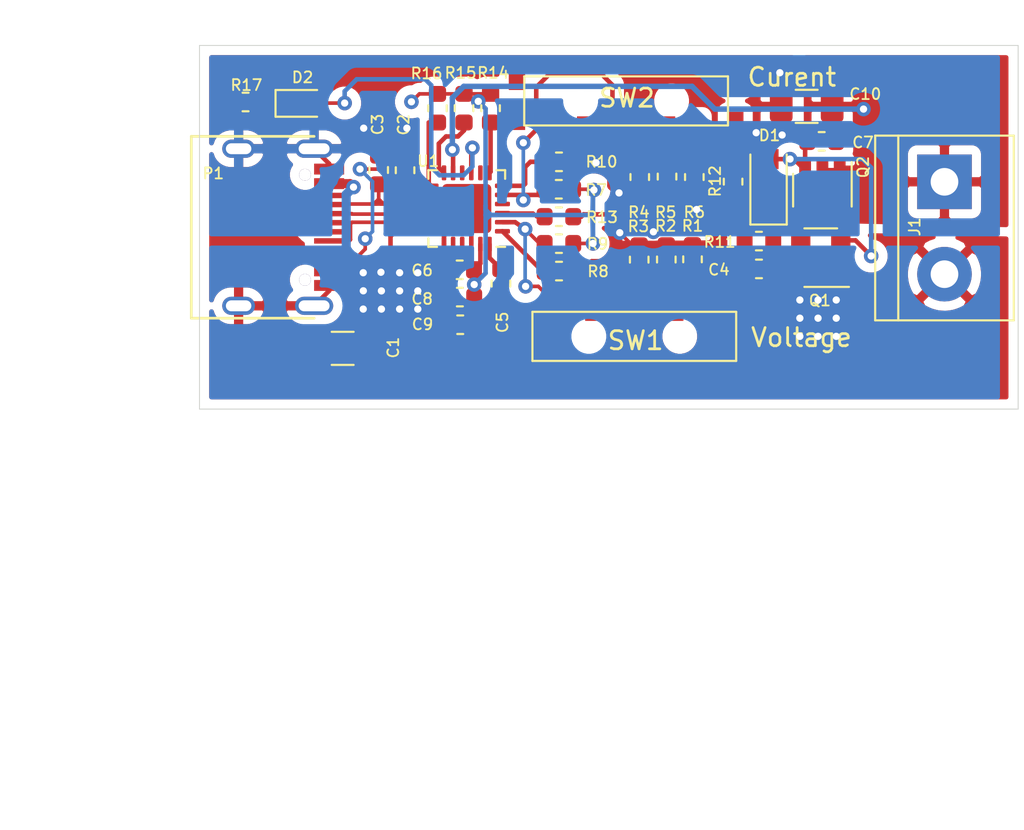
<source format=kicad_pcb>
(kicad_pcb (version 20171130) (host pcbnew "(5.1.5)-3")

  (general
    (thickness 1.6)
    (drawings 6)
    (tracks 394)
    (zones 0)
    (modules 36)
    (nets 35)
  )

  (page A4)
  (title_block
    (title "CatSink PD")
    (date 2020-10-24)
    (rev 1.0v)
    (company "Electronic Cats")
    (comment 1 "Eduardo Contreras")
  )

  (layers
    (0 F.Cu signal)
    (31 B.Cu signal)
    (32 B.Adhes user)
    (33 F.Adhes user)
    (34 B.Paste user)
    (35 F.Paste user)
    (36 B.SilkS user)
    (37 F.SilkS user)
    (38 B.Mask user)
    (39 F.Mask user)
    (40 Dwgs.User user)
    (41 Cmts.User user)
    (42 Eco1.User user)
    (43 Eco2.User user)
    (44 Edge.Cuts user)
    (45 Margin user)
    (46 B.CrtYd user)
    (47 F.CrtYd user)
    (48 B.Fab user hide)
    (49 F.Fab user hide)
  )

  (setup
    (last_trace_width 0.25)
    (user_trace_width 0.2)
    (user_trace_width 0.25)
    (user_trace_width 0.3)
    (user_trace_width 0.5)
    (trace_clearance 0.2)
    (zone_clearance 0.508)
    (zone_45_only yes)
    (trace_min 0.2)
    (via_size 0.8)
    (via_drill 0.4)
    (via_min_size 0.4)
    (via_min_drill 0.3)
    (uvia_size 0.3)
    (uvia_drill 0.1)
    (uvias_allowed no)
    (uvia_min_size 0.2)
    (uvia_min_drill 0.1)
    (edge_width 0.05)
    (segment_width 0.2)
    (pcb_text_width 0.3)
    (pcb_text_size 1.5 1.5)
    (mod_edge_width 0.12)
    (mod_text_size 1 1)
    (mod_text_width 0.15)
    (pad_size 1.524 1.524)
    (pad_drill 0.762)
    (pad_to_mask_clearance 0.051)
    (solder_mask_min_width 0.25)
    (aux_axis_origin 0 0)
    (visible_elements 7FFFFFFF)
    (pcbplotparams
      (layerselection 0x010fc_ffffffff)
      (usegerberextensions false)
      (usegerberattributes false)
      (usegerberadvancedattributes false)
      (creategerberjobfile false)
      (excludeedgelayer true)
      (linewidth 0.100000)
      (plotframeref false)
      (viasonmask false)
      (mode 1)
      (useauxorigin false)
      (hpglpennumber 1)
      (hpglpenspeed 20)
      (hpglpendiameter 15.000000)
      (psnegative false)
      (psa4output false)
      (plotreference true)
      (plotvalue true)
      (plotinvisibletext false)
      (padsonsilk false)
      (subtractmaskfromsilk false)
      (outputformat 1)
      (mirror false)
      (drillshape 1)
      (scaleselection 1)
      (outputdirectory ""))
  )

  (net 0 "")
  (net 1 GND)
  (net 2 VBUS)
  (net 3 /CC2)
  (net 4 /CC1)
  (net 5 "Net-(C4-Pad2)")
  (net 6 "Net-(C5-Pad1)")
  (net 7 +3V3)
  (net 8 +VSW)
  (net 9 "Net-(D1-Pad1)")
  (net 10 /Fault)
  (net 11 "Net-(D2-Pad1)")
  (net 12 /D+)
  (net 13 /D-)
  (net 14 /12v)
  (net 15 /9v)
  (net 16 /5v)
  (net 17 /3A)
  (net 18 /2A)
  (net 19 /1A)
  (net 20 /Icoarse)
  (net 21 "Net-(R8-Pad1)")
  (net 22 /Vmax)
  (net 23 "Net-(R10-Pad1)")
  (net 24 "Net-(R13-Pad2)")
  (net 25 "Net-(R14-Pad2)")
  (net 26 "Net-(R15-Pad2)")
  (net 27 "Net-(R16-Pad2)")
  (net 28 /20v)
  (net 29 /5A)
  (net 30 "Net-(U1-Pad21)")
  (net 31 "Net-(U1-Pad20)")
  (net 32 "Net-(U1-Pad10)")
  (net 33 "Net-(U1-Pad8)")
  (net 34 "Net-(U1-Pad4)")

  (net_class Default "Esta es la clase de red por defecto."
    (clearance 0.2)
    (trace_width 0.25)
    (via_dia 0.8)
    (via_drill 0.4)
    (uvia_dia 0.3)
    (uvia_drill 0.1)
    (add_net +3V3)
    (add_net +VSW)
    (add_net /12v)
    (add_net /1A)
    (add_net /20v)
    (add_net /2A)
    (add_net /3A)
    (add_net /5A)
    (add_net /5v)
    (add_net /9v)
    (add_net /CC1)
    (add_net /CC2)
    (add_net /D+)
    (add_net /D-)
    (add_net /Fault)
    (add_net /Icoarse)
    (add_net /Vmax)
    (add_net GND)
    (add_net "Net-(C4-Pad2)")
    (add_net "Net-(C5-Pad1)")
    (add_net "Net-(D1-Pad1)")
    (add_net "Net-(D2-Pad1)")
    (add_net "Net-(R10-Pad1)")
    (add_net "Net-(R13-Pad2)")
    (add_net "Net-(R14-Pad2)")
    (add_net "Net-(R15-Pad2)")
    (add_net "Net-(R16-Pad2)")
    (add_net "Net-(R8-Pad1)")
    (add_net "Net-(U1-Pad10)")
    (add_net "Net-(U1-Pad20)")
    (add_net "Net-(U1-Pad21)")
    (add_net "Net-(U1-Pad4)")
    (add_net "Net-(U1-Pad8)")
    (add_net VBUS)
  )

  (net_class vcc ""
    (clearance 0.45)
    (trace_width 0.5)
    (via_dia 0.8)
    (via_drill 0.4)
    (uvia_dia 0.3)
    (uvia_drill 0.1)
  )

  (module Package_DFN_QFN:QFN-24-1EP_4x4mm_P0.5mm_EP2.7x2.7mm (layer F.Cu) (tedit 5C1FD453) (tstamp 5F9517DB)
    (at 132.69 101.47 180)
    (descr "QFN, 24 Pin (http://www.alfarzpp.lv/eng/sc/AS3330.pdf), generated with kicad-footprint-generator ipc_dfn_qfn_generator.py")
    (tags "QFN DFN_QFN")
    (path /5F94AAEC)
    (attr smd)
    (fp_text reference U1 (at 2.12 2.61) (layer F.SilkS)
      (effects (font (size 0.6 0.6) (thickness 0.1)))
    )
    (fp_text value CYPD3177-24LQXI (at 0 3.32) (layer F.Fab)
      (effects (font (size 1 1) (thickness 0.15)))
    )
    (fp_text user %R (at 0 0) (layer F.Fab)
      (effects (font (size 1 1) (thickness 0.15)))
    )
    (fp_line (start 2.62 -2.62) (end -2.62 -2.62) (layer F.CrtYd) (width 0.05))
    (fp_line (start 2.62 2.62) (end 2.62 -2.62) (layer F.CrtYd) (width 0.05))
    (fp_line (start -2.62 2.62) (end 2.62 2.62) (layer F.CrtYd) (width 0.05))
    (fp_line (start -2.62 -2.62) (end -2.62 2.62) (layer F.CrtYd) (width 0.05))
    (fp_line (start -2 -1) (end -1 -2) (layer F.Fab) (width 0.1))
    (fp_line (start -2 2) (end -2 -1) (layer F.Fab) (width 0.1))
    (fp_line (start 2 2) (end -2 2) (layer F.Fab) (width 0.1))
    (fp_line (start 2 -2) (end 2 2) (layer F.Fab) (width 0.1))
    (fp_line (start -1 -2) (end 2 -2) (layer F.Fab) (width 0.1))
    (fp_line (start -1.635 -2.11) (end -2.11 -2.11) (layer F.SilkS) (width 0.12))
    (fp_line (start 2.11 2.11) (end 2.11 1.635) (layer F.SilkS) (width 0.12))
    (fp_line (start 1.635 2.11) (end 2.11 2.11) (layer F.SilkS) (width 0.12))
    (fp_line (start -2.11 2.11) (end -2.11 1.635) (layer F.SilkS) (width 0.12))
    (fp_line (start -1.635 2.11) (end -2.11 2.11) (layer F.SilkS) (width 0.12))
    (fp_line (start 2.11 -2.11) (end 2.11 -1.635) (layer F.SilkS) (width 0.12))
    (fp_line (start 1.635 -2.11) (end 2.11 -2.11) (layer F.SilkS) (width 0.12))
    (pad 24 smd roundrect (at -1.25 -1.9625 180) (size 0.25 0.825) (layers F.Cu F.Paste F.Mask) (roundrect_rratio 0.25)
      (net 6 "Net-(C5-Pad1)"))
    (pad 23 smd roundrect (at -0.75 -1.9625 180) (size 0.25 0.825) (layers F.Cu F.Paste F.Mask) (roundrect_rratio 0.25)
      (net 7 +3V3))
    (pad 22 smd roundrect (at -0.25 -1.9625 180) (size 0.25 0.825) (layers F.Cu F.Paste F.Mask) (roundrect_rratio 0.25)
      (net 1 GND))
    (pad 21 smd roundrect (at 0.25 -1.9625 180) (size 0.25 0.825) (layers F.Cu F.Paste F.Mask) (roundrect_rratio 0.25)
      (net 30 "Net-(U1-Pad21)"))
    (pad 20 smd roundrect (at 0.75 -1.9625 180) (size 0.25 0.825) (layers F.Cu F.Paste F.Mask) (roundrect_rratio 0.25)
      (net 31 "Net-(U1-Pad20)"))
    (pad 19 smd roundrect (at 1.25 -1.9625 180) (size 0.25 0.825) (layers F.Cu F.Paste F.Mask) (roundrect_rratio 0.25)
      (net 1 GND))
    (pad 18 smd roundrect (at 1.9625 -1.25 180) (size 0.825 0.25) (layers F.Cu F.Paste F.Mask) (roundrect_rratio 0.25)
      (net 2 VBUS))
    (pad 17 smd roundrect (at 1.9625 -0.75 180) (size 0.825 0.25) (layers F.Cu F.Paste F.Mask) (roundrect_rratio 0.25)
      (net 12 /D+))
    (pad 16 smd roundrect (at 1.9625 -0.25 180) (size 0.825 0.25) (layers F.Cu F.Paste F.Mask) (roundrect_rratio 0.25)
      (net 13 /D-))
    (pad 15 smd roundrect (at 1.9625 0.25 180) (size 0.825 0.25) (layers F.Cu F.Paste F.Mask) (roundrect_rratio 0.25)
      (net 4 /CC1))
    (pad 14 smd roundrect (at 1.9625 0.75 180) (size 0.825 0.25) (layers F.Cu F.Paste F.Mask) (roundrect_rratio 0.25)
      (net 3 /CC2))
    (pad 13 smd roundrect (at 1.9625 1.25 180) (size 0.825 0.25) (layers F.Cu F.Paste F.Mask) (roundrect_rratio 0.25)
      (net 27 "Net-(R16-Pad2)"))
    (pad 12 smd roundrect (at 1.25 1.9625 180) (size 0.25 0.825) (layers F.Cu F.Paste F.Mask) (roundrect_rratio 0.25)
      (net 26 "Net-(R15-Pad2)"))
    (pad 11 smd roundrect (at 0.75 1.9625 180) (size 0.25 0.825) (layers F.Cu F.Paste F.Mask) (roundrect_rratio 0.25)
      (net 8 +VSW))
    (pad 10 smd roundrect (at 0.25 1.9625 180) (size 0.25 0.825) (layers F.Cu F.Paste F.Mask) (roundrect_rratio 0.25)
      (net 32 "Net-(U1-Pad10)"))
    (pad 9 smd roundrect (at -0.25 1.9625 180) (size 0.25 0.825) (layers F.Cu F.Paste F.Mask) (roundrect_rratio 0.25)
      (net 10 /Fault))
    (pad 8 smd roundrect (at -0.75 1.9625 180) (size 0.25 0.825) (layers F.Cu F.Paste F.Mask) (roundrect_rratio 0.25)
      (net 33 "Net-(U1-Pad8)"))
    (pad 7 smd roundrect (at -1.25 1.9625 180) (size 0.25 0.825) (layers F.Cu F.Paste F.Mask) (roundrect_rratio 0.25)
      (net 25 "Net-(R14-Pad2)"))
    (pad 6 smd roundrect (at -1.9625 1.25 180) (size 0.825 0.25) (layers F.Cu F.Paste F.Mask) (roundrect_rratio 0.25)
      (net 23 "Net-(R10-Pad1)"))
    (pad 5 smd roundrect (at -1.9625 0.75 180) (size 0.825 0.25) (layers F.Cu F.Paste F.Mask) (roundrect_rratio 0.25)
      (net 20 /Icoarse))
    (pad 4 smd roundrect (at -1.9625 0.25 180) (size 0.825 0.25) (layers F.Cu F.Paste F.Mask) (roundrect_rratio 0.25)
      (net 34 "Net-(U1-Pad4)"))
    (pad 3 smd roundrect (at -1.9625 -0.25 180) (size 0.825 0.25) (layers F.Cu F.Paste F.Mask) (roundrect_rratio 0.25)
      (net 24 "Net-(R13-Pad2)"))
    (pad 2 smd roundrect (at -1.9625 -0.75 180) (size 0.825 0.25) (layers F.Cu F.Paste F.Mask) (roundrect_rratio 0.25)
      (net 22 /Vmax))
    (pad 1 smd roundrect (at -1.9625 -1.25 180) (size 0.825 0.25) (layers F.Cu F.Paste F.Mask) (roundrect_rratio 0.25)
      (net 21 "Net-(R8-Pad1)"))
    (pad "" smd roundrect (at 0.675 0.675 180) (size 1.09 1.09) (layers F.Paste) (roundrect_rratio 0.229358))
    (pad "" smd roundrect (at 0.675 -0.675 180) (size 1.09 1.09) (layers F.Paste) (roundrect_rratio 0.229358))
    (pad "" smd roundrect (at -0.675 0.675 180) (size 1.09 1.09) (layers F.Paste) (roundrect_rratio 0.229358))
    (pad "" smd roundrect (at -0.675 -0.675 180) (size 1.09 1.09) (layers F.Paste) (roundrect_rratio 0.229358))
    (pad 25 smd roundrect (at 0 0 180) (size 2.7 2.7) (layers F.Cu F.Mask) (roundrect_rratio 0.09259299999999999)
      (net 1 GND))
    (model ${KISYS3DMOD}/Package_DFN_QFN.3dshapes/QFN-24-1EP_4x4mm_P0.5mm_EP2.7x2.7mm.wrl
      (at (xyz 0 0 0))
      (scale (xyz 1 1 1))
      (rotate (xyz 0 0 0))
    )
  )

  (module CatSink:K3-1410S-E1 (layer F.Cu) (tedit 5F94A220) (tstamp 5F955A1C)
    (at 141.45 95.55 180)
    (path /5FAB8C5F)
    (fp_text reference SW2 (at -0.045001 0.159999) (layer F.SilkS)
      (effects (font (size 1 1) (thickness 0.15)))
    )
    (fp_text value Curent (at -9.11 1.31) (layer F.SilkS)
      (effects (font (size 1 1) (thickness 0.15)))
    )
    (fp_line (start -2.36 2.92) (end -2.36 1.42) (layer Dwgs.User) (width 0.12))
    (fp_line (start -3.66 1.42) (end -3.66 2.92) (layer Dwgs.User) (width 0.12))
    (fp_line (start -3.66 2.92) (end -2.36 2.92) (layer Dwgs.User) (width 0.12))
    (fp_line (start -6.525 -2.7) (end -6.525 4.15) (layer F.CrtYd) (width 0.12))
    (fp_line (start 6.525 -2.7) (end 6.525 4.15) (layer F.CrtYd) (width 0.12))
    (fp_line (start 6.53 -2.7) (end 6.525 -2.7) (layer F.CrtYd) (width 0.12))
    (fp_line (start -6.525 4.15) (end 6.525 4.15) (layer F.CrtYd) (width 0.12))
    (fp_line (start -6.525 -2.7) (end 6.525 -2.7) (layer F.CrtYd) (width 0.12))
    (fp_line (start -5.6 -1.35) (end 5.6 -1.35) (layer F.SilkS) (width 0.12))
    (fp_line (start -5.6 1.35) (end 5.6 1.35) (layer F.SilkS) (width 0.12))
    (fp_line (start -5.6 -1.35) (end -5.6 1.35) (layer F.SilkS) (width 0.12))
    (fp_line (start 5.6 -1.35) (end 5.6 1.35) (layer F.SilkS) (width 0.12))
    (pad "" connect rect (at -6 -1.1 270) (size 1 0.9) (layers F.Cu F.Mask))
    (pad "" connect rect (at -6 1.1 270) (size 1 0.9) (layers F.Cu F.Mask))
    (pad "" connect rect (at 6 1.1 270) (size 1 0.9) (layers F.Cu F.Mask))
    (pad "" connect rect (at 6 -1.1 270) (size 1 0.9) (layers F.Cu F.Mask))
    (pad 6 smd rect (at 3.75 -1.45 180) (size 0.9 1.2) (layers F.Cu F.Paste F.Mask)
      (net 29 /5A))
    (pad 5 smd rect (at 2.25 -1.45 180) (size 0.9 1.2) (layers F.Cu F.Paste F.Mask)
      (net 17 /3A))
    (pad 2 smd rect (at -2.25 -1.45 180) (size 0.9 1.2) (layers F.Cu F.Paste F.Mask)
      (net 18 /2A))
    (pad 1 smd rect (at -3.75 -1.45 180) (size 0.9 1.2) (layers F.Cu F.Paste F.Mask)
      (net 19 /1A))
    (pad 4 smd rect (at 0.75 -1.45 180) (size 0.9 1.2) (layers F.Cu F.Paste F.Mask)
      (net 20 /Icoarse))
    (pad 3 smd rect (at -0.75 -1.45 180) (size 0.9 1.2) (layers F.Cu F.Paste F.Mask)
      (net 20 /Icoarse))
    (pad "" np_thru_hole circle (at 2.5 0 180) (size 0.9 0.9) (drill 0.9) (layers *.Cu *.Mask))
    (pad "" np_thru_hole circle (at -2.5 0 180) (size 0.9 0.9) (drill 0.9) (layers *.Cu *.Mask))
  )

  (module CatSink:K3-1410S-E1 (layer F.Cu) (tedit 5F94A220) (tstamp 5F957598)
    (at 141.9 108.5)
    (path /5FAB181D)
    (fp_text reference SW1 (at 0.07 0.23) (layer F.SilkS)
      (effects (font (size 1 1) (thickness 0.15)))
    )
    (fp_text value Voltage (at 9.19 0.06) (layer F.SilkS)
      (effects (font (size 1 1) (thickness 0.15)))
    )
    (fp_line (start -2.36 2.92) (end -2.36 1.42) (layer Dwgs.User) (width 0.12))
    (fp_line (start -3.66 1.42) (end -3.66 2.92) (layer Dwgs.User) (width 0.12))
    (fp_line (start -3.66 2.92) (end -2.36 2.92) (layer Dwgs.User) (width 0.12))
    (fp_line (start -6.525 -2.7) (end -6.525 4.15) (layer F.CrtYd) (width 0.12))
    (fp_line (start 6.525 -2.7) (end 6.525 4.15) (layer F.CrtYd) (width 0.12))
    (fp_line (start 6.53 -2.7) (end 6.525 -2.7) (layer F.CrtYd) (width 0.12))
    (fp_line (start -6.525 4.15) (end 6.525 4.15) (layer F.CrtYd) (width 0.12))
    (fp_line (start -6.525 -2.7) (end 6.525 -2.7) (layer F.CrtYd) (width 0.12))
    (fp_line (start -5.6 -1.35) (end 5.6 -1.35) (layer F.SilkS) (width 0.12))
    (fp_line (start -5.6 1.35) (end 5.6 1.35) (layer F.SilkS) (width 0.12))
    (fp_line (start -5.6 -1.35) (end -5.6 1.35) (layer F.SilkS) (width 0.12))
    (fp_line (start 5.6 -1.35) (end 5.6 1.35) (layer F.SilkS) (width 0.12))
    (pad "" connect rect (at -6 -1.1 90) (size 1 0.9) (layers F.Cu F.Mask))
    (pad "" connect rect (at -6 1.1 90) (size 1 0.9) (layers F.Cu F.Mask))
    (pad "" connect rect (at 6 1.1 90) (size 1 0.9) (layers F.Cu F.Mask))
    (pad "" connect rect (at 6 -1.1 90) (size 1 0.9) (layers F.Cu F.Mask))
    (pad 6 smd rect (at 3.75 -1.45) (size 0.9 1.2) (layers F.Cu F.Paste F.Mask)
      (net 28 /20v))
    (pad 5 smd rect (at 2.25 -1.45) (size 0.9 1.2) (layers F.Cu F.Paste F.Mask)
      (net 14 /12v))
    (pad 2 smd rect (at -2.25 -1.45) (size 0.9 1.2) (layers F.Cu F.Paste F.Mask)
      (net 15 /9v))
    (pad 1 smd rect (at -3.75 -1.45) (size 0.9 1.2) (layers F.Cu F.Paste F.Mask)
      (net 16 /5v))
    (pad 4 smd rect (at 0.75 -1.45) (size 0.9 1.2) (layers F.Cu F.Paste F.Mask)
      (net 22 /Vmax))
    (pad 3 smd rect (at -0.75 -1.45) (size 0.9 1.2) (layers F.Cu F.Paste F.Mask)
      (net 22 /Vmax))
    (pad "" np_thru_hole circle (at 2.5 0) (size 0.9 0.9) (drill 0.9) (layers *.Cu *.Mask))
    (pad "" np_thru_hole circle (at -2.5 0) (size 0.9 0.9) (drill 0.9) (layers *.Cu *.Mask))
  )

  (module Resistor_SMD:R_0603_1608Metric (layer F.Cu) (tedit 5B301BBD) (tstamp 5F951204)
    (at 120.5325 95.61 180)
    (descr "Resistor SMD 0603 (1608 Metric), square (rectangular) end terminal, IPC_7351 nominal, (Body size source: http://www.tortai-tech.com/upload/download/2011102023233369053.pdf), generated with kicad-footprint-generator")
    (tags resistor)
    (path /5FA8E7F2)
    (attr smd)
    (fp_text reference R17 (at -0.0475 0.93) (layer F.SilkS)
      (effects (font (size 0.6 0.6) (thickness 0.1)))
    )
    (fp_text value 10K (at 0 1.43) (layer F.Fab)
      (effects (font (size 1 1) (thickness 0.15)))
    )
    (fp_text user %R (at 0 0) (layer F.Fab)
      (effects (font (size 0.4 0.4) (thickness 0.06)))
    )
    (fp_line (start 1.48 0.73) (end -1.48 0.73) (layer F.CrtYd) (width 0.05))
    (fp_line (start 1.48 -0.73) (end 1.48 0.73) (layer F.CrtYd) (width 0.05))
    (fp_line (start -1.48 -0.73) (end 1.48 -0.73) (layer F.CrtYd) (width 0.05))
    (fp_line (start -1.48 0.73) (end -1.48 -0.73) (layer F.CrtYd) (width 0.05))
    (fp_line (start -0.162779 0.51) (end 0.162779 0.51) (layer F.SilkS) (width 0.12))
    (fp_line (start -0.162779 -0.51) (end 0.162779 -0.51) (layer F.SilkS) (width 0.12))
    (fp_line (start 0.8 0.4) (end -0.8 0.4) (layer F.Fab) (width 0.1))
    (fp_line (start 0.8 -0.4) (end 0.8 0.4) (layer F.Fab) (width 0.1))
    (fp_line (start -0.8 -0.4) (end 0.8 -0.4) (layer F.Fab) (width 0.1))
    (fp_line (start -0.8 0.4) (end -0.8 -0.4) (layer F.Fab) (width 0.1))
    (pad 2 smd roundrect (at 0.7875 0 180) (size 0.875 0.95) (layers F.Cu F.Paste F.Mask) (roundrect_rratio 0.25)
      (net 1 GND))
    (pad 1 smd roundrect (at -0.7875 0 180) (size 0.875 0.95) (layers F.Cu F.Paste F.Mask) (roundrect_rratio 0.25)
      (net 11 "Net-(D2-Pad1)"))
    (model ${KISYS3DMOD}/Resistor_SMD.3dshapes/R_0603_1608Metric.wrl
      (at (xyz 0 0 0))
      (scale (xyz 1 1 1))
      (rotate (xyz 0 0 0))
    )
  )

  (module Resistor_SMD:R_0603_1608Metric (layer F.Cu) (tedit 5B301BBD) (tstamp 5F94F68D)
    (at 131.08 95.9525 270)
    (descr "Resistor SMD 0603 (1608 Metric), square (rectangular) end terminal, IPC_7351 nominal, (Body size source: http://www.tortai-tech.com/upload/download/2011102023233369053.pdf), generated with kicad-footprint-generator")
    (tags resistor)
    (path /5FA6F859)
    (attr smd)
    (fp_text reference R16 (at -1.9125 0.6 180) (layer F.SilkS)
      (effects (font (size 0.6 0.6) (thickness 0.1)))
    )
    (fp_text value 10K (at 0 1.43 90) (layer F.Fab)
      (effects (font (size 1 1) (thickness 0.15)))
    )
    (fp_text user %R (at 0 0 90) (layer F.Fab)
      (effects (font (size 0.4 0.4) (thickness 0.06)))
    )
    (fp_line (start 1.48 0.73) (end -1.48 0.73) (layer F.CrtYd) (width 0.05))
    (fp_line (start 1.48 -0.73) (end 1.48 0.73) (layer F.CrtYd) (width 0.05))
    (fp_line (start -1.48 -0.73) (end 1.48 -0.73) (layer F.CrtYd) (width 0.05))
    (fp_line (start -1.48 0.73) (end -1.48 -0.73) (layer F.CrtYd) (width 0.05))
    (fp_line (start -0.162779 0.51) (end 0.162779 0.51) (layer F.SilkS) (width 0.12))
    (fp_line (start -0.162779 -0.51) (end 0.162779 -0.51) (layer F.SilkS) (width 0.12))
    (fp_line (start 0.8 0.4) (end -0.8 0.4) (layer F.Fab) (width 0.1))
    (fp_line (start 0.8 -0.4) (end 0.8 0.4) (layer F.Fab) (width 0.1))
    (fp_line (start -0.8 -0.4) (end 0.8 -0.4) (layer F.Fab) (width 0.1))
    (fp_line (start -0.8 0.4) (end -0.8 -0.4) (layer F.Fab) (width 0.1))
    (pad 2 smd roundrect (at 0.7875 0 270) (size 0.875 0.95) (layers F.Cu F.Paste F.Mask) (roundrect_rratio 0.25)
      (net 27 "Net-(R16-Pad2)"))
    (pad 1 smd roundrect (at -0.7875 0 270) (size 0.875 0.95) (layers F.Cu F.Paste F.Mask) (roundrect_rratio 0.25)
      (net 7 +3V3))
    (model ${KISYS3DMOD}/Resistor_SMD.3dshapes/R_0603_1608Metric.wrl
      (at (xyz 0 0 0))
      (scale (xyz 1 1 1))
      (rotate (xyz 0 0 0))
    )
  )

  (module Resistor_SMD:R_0603_1608Metric (layer F.Cu) (tedit 5B301BBD) (tstamp 5F94F67C)
    (at 132.54 95.95 270)
    (descr "Resistor SMD 0603 (1608 Metric), square (rectangular) end terminal, IPC_7351 nominal, (Body size source: http://www.tortai-tech.com/upload/download/2011102023233369053.pdf), generated with kicad-footprint-generator")
    (tags resistor)
    (path /5FA6EFEC)
    (attr smd)
    (fp_text reference R15 (at -1.94 0.19 180) (layer F.SilkS)
      (effects (font (size 0.6 0.6) (thickness 0.1)))
    )
    (fp_text value 10K (at 0 1.43 90) (layer F.Fab)
      (effects (font (size 1 1) (thickness 0.15)))
    )
    (fp_text user %R (at 0 0 90) (layer F.Fab)
      (effects (font (size 0.4 0.4) (thickness 0.06)))
    )
    (fp_line (start 1.48 0.73) (end -1.48 0.73) (layer F.CrtYd) (width 0.05))
    (fp_line (start 1.48 -0.73) (end 1.48 0.73) (layer F.CrtYd) (width 0.05))
    (fp_line (start -1.48 -0.73) (end 1.48 -0.73) (layer F.CrtYd) (width 0.05))
    (fp_line (start -1.48 0.73) (end -1.48 -0.73) (layer F.CrtYd) (width 0.05))
    (fp_line (start -0.162779 0.51) (end 0.162779 0.51) (layer F.SilkS) (width 0.12))
    (fp_line (start -0.162779 -0.51) (end 0.162779 -0.51) (layer F.SilkS) (width 0.12))
    (fp_line (start 0.8 0.4) (end -0.8 0.4) (layer F.Fab) (width 0.1))
    (fp_line (start 0.8 -0.4) (end 0.8 0.4) (layer F.Fab) (width 0.1))
    (fp_line (start -0.8 -0.4) (end 0.8 -0.4) (layer F.Fab) (width 0.1))
    (fp_line (start -0.8 0.4) (end -0.8 -0.4) (layer F.Fab) (width 0.1))
    (pad 2 smd roundrect (at 0.7875 0 270) (size 0.875 0.95) (layers F.Cu F.Paste F.Mask) (roundrect_rratio 0.25)
      (net 26 "Net-(R15-Pad2)"))
    (pad 1 smd roundrect (at -0.7875 0 270) (size 0.875 0.95) (layers F.Cu F.Paste F.Mask) (roundrect_rratio 0.25)
      (net 7 +3V3))
    (model ${KISYS3DMOD}/Resistor_SMD.3dshapes/R_0603_1608Metric.wrl
      (at (xyz 0 0 0))
      (scale (xyz 1 1 1))
      (rotate (xyz 0 0 0))
    )
  )

  (module Resistor_SMD:R_0603_1608Metric (layer F.Cu) (tedit 5B301BBD) (tstamp 5F94F66B)
    (at 134 95.95 270)
    (descr "Resistor SMD 0603 (1608 Metric), square (rectangular) end terminal, IPC_7351 nominal, (Body size source: http://www.tortai-tech.com/upload/download/2011102023233369053.pdf), generated with kicad-footprint-generator")
    (tags resistor)
    (path /5FA6E45C)
    (attr smd)
    (fp_text reference R14 (at -1.94 -0.14 180) (layer F.SilkS)
      (effects (font (size 0.6 0.6) (thickness 0.1)))
    )
    (fp_text value 10K (at 0 1.43 90) (layer F.Fab)
      (effects (font (size 1 1) (thickness 0.15)))
    )
    (fp_text user %R (at 0 0 90) (layer F.Fab)
      (effects (font (size 0.4 0.4) (thickness 0.06)))
    )
    (fp_line (start 1.48 0.73) (end -1.48 0.73) (layer F.CrtYd) (width 0.05))
    (fp_line (start 1.48 -0.73) (end 1.48 0.73) (layer F.CrtYd) (width 0.05))
    (fp_line (start -1.48 -0.73) (end 1.48 -0.73) (layer F.CrtYd) (width 0.05))
    (fp_line (start -1.48 0.73) (end -1.48 -0.73) (layer F.CrtYd) (width 0.05))
    (fp_line (start -0.162779 0.51) (end 0.162779 0.51) (layer F.SilkS) (width 0.12))
    (fp_line (start -0.162779 -0.51) (end 0.162779 -0.51) (layer F.SilkS) (width 0.12))
    (fp_line (start 0.8 0.4) (end -0.8 0.4) (layer F.Fab) (width 0.1))
    (fp_line (start 0.8 -0.4) (end 0.8 0.4) (layer F.Fab) (width 0.1))
    (fp_line (start -0.8 -0.4) (end 0.8 -0.4) (layer F.Fab) (width 0.1))
    (fp_line (start -0.8 0.4) (end -0.8 -0.4) (layer F.Fab) (width 0.1))
    (pad 2 smd roundrect (at 0.7875 0 270) (size 0.875 0.95) (layers F.Cu F.Paste F.Mask) (roundrect_rratio 0.25)
      (net 25 "Net-(R14-Pad2)"))
    (pad 1 smd roundrect (at -0.7875 0 270) (size 0.875 0.95) (layers F.Cu F.Paste F.Mask) (roundrect_rratio 0.25)
      (net 7 +3V3))
    (model ${KISYS3DMOD}/Resistor_SMD.3dshapes/R_0603_1608Metric.wrl
      (at (xyz 0 0 0))
      (scale (xyz 1 1 1))
      (rotate (xyz 0 0 0))
    )
  )

  (module Resistor_SMD:R_0603_1608Metric (layer F.Cu) (tedit 5B301BBD) (tstamp 5F94F65A)
    (at 137.7575 101.92 180)
    (descr "Resistor SMD 0603 (1608 Metric), square (rectangular) end terminal, IPC_7351 nominal, (Body size source: http://www.tortai-tech.com/upload/download/2011102023233369053.pdf), generated with kicad-footprint-generator")
    (tags resistor)
    (path /5F981A0A)
    (attr smd)
    (fp_text reference R13 (at -2.3675 -0.03) (layer F.SilkS)
      (effects (font (size 0.6 0.6) (thickness 0.1)))
    )
    (fp_text value 1K (at 0 1.43) (layer F.Fab)
      (effects (font (size 1 1) (thickness 0.15)))
    )
    (fp_text user %R (at 0 0) (layer F.Fab)
      (effects (font (size 0.4 0.4) (thickness 0.06)))
    )
    (fp_line (start 1.48 0.73) (end -1.48 0.73) (layer F.CrtYd) (width 0.05))
    (fp_line (start 1.48 -0.73) (end 1.48 0.73) (layer F.CrtYd) (width 0.05))
    (fp_line (start -1.48 -0.73) (end 1.48 -0.73) (layer F.CrtYd) (width 0.05))
    (fp_line (start -1.48 0.73) (end -1.48 -0.73) (layer F.CrtYd) (width 0.05))
    (fp_line (start -0.162779 0.51) (end 0.162779 0.51) (layer F.SilkS) (width 0.12))
    (fp_line (start -0.162779 -0.51) (end 0.162779 -0.51) (layer F.SilkS) (width 0.12))
    (fp_line (start 0.8 0.4) (end -0.8 0.4) (layer F.Fab) (width 0.1))
    (fp_line (start 0.8 -0.4) (end 0.8 0.4) (layer F.Fab) (width 0.1))
    (fp_line (start -0.8 -0.4) (end 0.8 -0.4) (layer F.Fab) (width 0.1))
    (fp_line (start -0.8 0.4) (end -0.8 -0.4) (layer F.Fab) (width 0.1))
    (pad 2 smd roundrect (at 0.7875 0 180) (size 0.875 0.95) (layers F.Cu F.Paste F.Mask) (roundrect_rratio 0.25)
      (net 24 "Net-(R13-Pad2)"))
    (pad 1 smd roundrect (at -0.7875 0 180) (size 0.875 0.95) (layers F.Cu F.Paste F.Mask) (roundrect_rratio 0.25)
      (net 5 "Net-(C4-Pad2)"))
    (model ${KISYS3DMOD}/Resistor_SMD.3dshapes/R_0603_1608Metric.wrl
      (at (xyz 0 0 0))
      (scale (xyz 1 1 1))
      (rotate (xyz 0 0 0))
    )
  )

  (module Resistor_SMD:R_0603_1608Metric (layer F.Cu) (tedit 5B301BBD) (tstamp 5F956ABA)
    (at 147.33 99.99 90)
    (descr "Resistor SMD 0603 (1608 Metric), square (rectangular) end terminal, IPC_7351 nominal, (Body size source: http://www.tortai-tech.com/upload/download/2011102023233369053.pdf), generated with kicad-footprint-generator")
    (tags resistor)
    (path /5F9AFC6D)
    (attr smd)
    (fp_text reference R12 (at 0.02 -0.99 90) (layer F.SilkS)
      (effects (font (size 0.6 0.6) (thickness 0.1)))
    )
    (fp_text value 50K (at 0 1.43 90) (layer F.Fab)
      (effects (font (size 1 1) (thickness 0.15)))
    )
    (fp_text user %R (at 0 0 90) (layer F.Fab)
      (effects (font (size 0.4 0.4) (thickness 0.06)))
    )
    (fp_line (start 1.48 0.73) (end -1.48 0.73) (layer F.CrtYd) (width 0.05))
    (fp_line (start 1.48 -0.73) (end 1.48 0.73) (layer F.CrtYd) (width 0.05))
    (fp_line (start -1.48 -0.73) (end 1.48 -0.73) (layer F.CrtYd) (width 0.05))
    (fp_line (start -1.48 0.73) (end -1.48 -0.73) (layer F.CrtYd) (width 0.05))
    (fp_line (start -0.162779 0.51) (end 0.162779 0.51) (layer F.SilkS) (width 0.12))
    (fp_line (start -0.162779 -0.51) (end 0.162779 -0.51) (layer F.SilkS) (width 0.12))
    (fp_line (start 0.8 0.4) (end -0.8 0.4) (layer F.Fab) (width 0.1))
    (fp_line (start 0.8 -0.4) (end 0.8 0.4) (layer F.Fab) (width 0.1))
    (fp_line (start -0.8 -0.4) (end 0.8 -0.4) (layer F.Fab) (width 0.1))
    (fp_line (start -0.8 0.4) (end -0.8 -0.4) (layer F.Fab) (width 0.1))
    (pad 2 smd roundrect (at 0.7875 0 90) (size 0.875 0.95) (layers F.Cu F.Paste F.Mask) (roundrect_rratio 0.25)
      (net 5 "Net-(C4-Pad2)"))
    (pad 1 smd roundrect (at -0.7875 0 90) (size 0.875 0.95) (layers F.Cu F.Paste F.Mask) (roundrect_rratio 0.25)
      (net 9 "Net-(D1-Pad1)"))
    (model ${KISYS3DMOD}/Resistor_SMD.3dshapes/R_0603_1608Metric.wrl
      (at (xyz 0 0 0))
      (scale (xyz 1 1 1))
      (rotate (xyz 0 0 0))
    )
  )

  (module Resistor_SMD:R_0603_1608Metric (layer F.Cu) (tedit 5B301BBD) (tstamp 5F956AEA)
    (at 148.75 103.26 180)
    (descr "Resistor SMD 0603 (1608 Metric), square (rectangular) end terminal, IPC_7351 nominal, (Body size source: http://www.tortai-tech.com/upload/download/2011102023233369053.pdf), generated with kicad-footprint-generator")
    (tags resistor)
    (path /5F9D8BCF)
    (attr smd)
    (fp_text reference R11 (at 2.16 -0.05) (layer F.SilkS)
      (effects (font (size 0.6 0.6) (thickness 0.1)))
    )
    (fp_text value 1K (at 0 1.43) (layer F.Fab)
      (effects (font (size 1 1) (thickness 0.15)))
    )
    (fp_text user %R (at 0 0) (layer F.Fab)
      (effects (font (size 0.4 0.4) (thickness 0.06)))
    )
    (fp_line (start 1.48 0.73) (end -1.48 0.73) (layer F.CrtYd) (width 0.05))
    (fp_line (start 1.48 -0.73) (end 1.48 0.73) (layer F.CrtYd) (width 0.05))
    (fp_line (start -1.48 -0.73) (end 1.48 -0.73) (layer F.CrtYd) (width 0.05))
    (fp_line (start -1.48 0.73) (end -1.48 -0.73) (layer F.CrtYd) (width 0.05))
    (fp_line (start -0.162779 0.51) (end 0.162779 0.51) (layer F.SilkS) (width 0.12))
    (fp_line (start -0.162779 -0.51) (end 0.162779 -0.51) (layer F.SilkS) (width 0.12))
    (fp_line (start 0.8 0.4) (end -0.8 0.4) (layer F.Fab) (width 0.1))
    (fp_line (start 0.8 -0.4) (end 0.8 0.4) (layer F.Fab) (width 0.1))
    (fp_line (start -0.8 -0.4) (end 0.8 -0.4) (layer F.Fab) (width 0.1))
    (fp_line (start -0.8 0.4) (end -0.8 -0.4) (layer F.Fab) (width 0.1))
    (pad 2 smd roundrect (at 0.7875 0 180) (size 0.875 0.95) (layers F.Cu F.Paste F.Mask) (roundrect_rratio 0.25)
      (net 5 "Net-(C4-Pad2)"))
    (pad 1 smd roundrect (at -0.7875 0 180) (size 0.875 0.95) (layers F.Cu F.Paste F.Mask) (roundrect_rratio 0.25)
      (net 2 VBUS))
    (model ${KISYS3DMOD}/Resistor_SMD.3dshapes/R_0603_1608Metric.wrl
      (at (xyz 0 0 0))
      (scale (xyz 1 1 1))
      (rotate (xyz 0 0 0))
    )
  )

  (module Resistor_SMD:R_0603_1608Metric (layer F.Cu) (tedit 5B301BBD) (tstamp 5F94F627)
    (at 137.76 98.9)
    (descr "Resistor SMD 0603 (1608 Metric), square (rectangular) end terminal, IPC_7351 nominal, (Body size source: http://www.tortai-tech.com/upload/download/2011102023233369053.pdf), generated with kicad-footprint-generator")
    (tags resistor)
    (path /5FA2380F)
    (attr smd)
    (fp_text reference R10 (at 2.34 0) (layer F.SilkS)
      (effects (font (size 0.6 0.6) (thickness 0.1)))
    )
    (fp_text value 5.1K (at 0 1.43) (layer F.Fab)
      (effects (font (size 1 1) (thickness 0.15)))
    )
    (fp_text user %R (at 0 0) (layer F.Fab)
      (effects (font (size 0.4 0.4) (thickness 0.06)))
    )
    (fp_line (start 1.48 0.73) (end -1.48 0.73) (layer F.CrtYd) (width 0.05))
    (fp_line (start 1.48 -0.73) (end 1.48 0.73) (layer F.CrtYd) (width 0.05))
    (fp_line (start -1.48 -0.73) (end 1.48 -0.73) (layer F.CrtYd) (width 0.05))
    (fp_line (start -1.48 0.73) (end -1.48 -0.73) (layer F.CrtYd) (width 0.05))
    (fp_line (start -0.162779 0.51) (end 0.162779 0.51) (layer F.SilkS) (width 0.12))
    (fp_line (start -0.162779 -0.51) (end 0.162779 -0.51) (layer F.SilkS) (width 0.12))
    (fp_line (start 0.8 0.4) (end -0.8 0.4) (layer F.Fab) (width 0.1))
    (fp_line (start 0.8 -0.4) (end 0.8 0.4) (layer F.Fab) (width 0.1))
    (fp_line (start -0.8 -0.4) (end 0.8 -0.4) (layer F.Fab) (width 0.1))
    (fp_line (start -0.8 0.4) (end -0.8 -0.4) (layer F.Fab) (width 0.1))
    (pad 2 smd roundrect (at 0.7875 0) (size 0.875 0.95) (layers F.Cu F.Paste F.Mask) (roundrect_rratio 0.25)
      (net 1 GND))
    (pad 1 smd roundrect (at -0.7875 0) (size 0.875 0.95) (layers F.Cu F.Paste F.Mask) (roundrect_rratio 0.25)
      (net 23 "Net-(R10-Pad1)"))
    (model ${KISYS3DMOD}/Resistor_SMD.3dshapes/R_0603_1608Metric.wrl
      (at (xyz 0 0 0))
      (scale (xyz 1 1 1))
      (rotate (xyz 0 0 0))
    )
  )

  (module Resistor_SMD:R_0603_1608Metric (layer F.Cu) (tedit 5B301BBD) (tstamp 5F94F616)
    (at 137.7575 103.4 180)
    (descr "Resistor SMD 0603 (1608 Metric), square (rectangular) end terminal, IPC_7351 nominal, (Body size source: http://www.tortai-tech.com/upload/download/2011102023233369053.pdf), generated with kicad-footprint-generator")
    (tags resistor)
    (path /5FA0320F)
    (attr smd)
    (fp_text reference R9 (at -2.1225 -0.01) (layer F.SilkS)
      (effects (font (size 0.6 0.6) (thickness 0.1)))
    )
    (fp_text value 5.1K (at 0 1.43) (layer F.Fab)
      (effects (font (size 1 1) (thickness 0.15)))
    )
    (fp_text user %R (at 0 0) (layer F.Fab)
      (effects (font (size 0.4 0.4) (thickness 0.06)))
    )
    (fp_line (start 1.48 0.73) (end -1.48 0.73) (layer F.CrtYd) (width 0.05))
    (fp_line (start 1.48 -0.73) (end 1.48 0.73) (layer F.CrtYd) (width 0.05))
    (fp_line (start -1.48 -0.73) (end 1.48 -0.73) (layer F.CrtYd) (width 0.05))
    (fp_line (start -1.48 0.73) (end -1.48 -0.73) (layer F.CrtYd) (width 0.05))
    (fp_line (start -0.162779 0.51) (end 0.162779 0.51) (layer F.SilkS) (width 0.12))
    (fp_line (start -0.162779 -0.51) (end 0.162779 -0.51) (layer F.SilkS) (width 0.12))
    (fp_line (start 0.8 0.4) (end -0.8 0.4) (layer F.Fab) (width 0.1))
    (fp_line (start 0.8 -0.4) (end 0.8 0.4) (layer F.Fab) (width 0.1))
    (fp_line (start -0.8 -0.4) (end 0.8 -0.4) (layer F.Fab) (width 0.1))
    (fp_line (start -0.8 0.4) (end -0.8 -0.4) (layer F.Fab) (width 0.1))
    (pad 2 smd roundrect (at 0.7875 0 180) (size 0.875 0.95) (layers F.Cu F.Paste F.Mask) (roundrect_rratio 0.25)
      (net 22 /Vmax))
    (pad 1 smd roundrect (at -0.7875 0 180) (size 0.875 0.95) (layers F.Cu F.Paste F.Mask) (roundrect_rratio 0.25)
      (net 7 +3V3))
    (model ${KISYS3DMOD}/Resistor_SMD.3dshapes/R_0603_1608Metric.wrl
      (at (xyz 0 0 0))
      (scale (xyz 1 1 1))
      (rotate (xyz 0 0 0))
    )
  )

  (module Resistor_SMD:R_0603_1608Metric (layer F.Cu) (tedit 5B301BBD) (tstamp 5F94F605)
    (at 137.7625 104.91)
    (descr "Resistor SMD 0603 (1608 Metric), square (rectangular) end terminal, IPC_7351 nominal, (Body size source: http://www.tortai-tech.com/upload/download/2011102023233369053.pdf), generated with kicad-footprint-generator")
    (tags resistor)
    (path /5FA23819)
    (attr smd)
    (fp_text reference R8 (at 2.1475 0.02) (layer F.SilkS)
      (effects (font (size 0.6 0.6) (thickness 0.1)))
    )
    (fp_text value 5.1K (at 0 1.43) (layer F.Fab)
      (effects (font (size 1 1) (thickness 0.15)))
    )
    (fp_text user %R (at 0 0) (layer F.Fab)
      (effects (font (size 0.4 0.4) (thickness 0.06)))
    )
    (fp_line (start 1.48 0.73) (end -1.48 0.73) (layer F.CrtYd) (width 0.05))
    (fp_line (start 1.48 -0.73) (end 1.48 0.73) (layer F.CrtYd) (width 0.05))
    (fp_line (start -1.48 -0.73) (end 1.48 -0.73) (layer F.CrtYd) (width 0.05))
    (fp_line (start -1.48 0.73) (end -1.48 -0.73) (layer F.CrtYd) (width 0.05))
    (fp_line (start -0.162779 0.51) (end 0.162779 0.51) (layer F.SilkS) (width 0.12))
    (fp_line (start -0.162779 -0.51) (end 0.162779 -0.51) (layer F.SilkS) (width 0.12))
    (fp_line (start 0.8 0.4) (end -0.8 0.4) (layer F.Fab) (width 0.1))
    (fp_line (start 0.8 -0.4) (end 0.8 0.4) (layer F.Fab) (width 0.1))
    (fp_line (start -0.8 -0.4) (end 0.8 -0.4) (layer F.Fab) (width 0.1))
    (fp_line (start -0.8 0.4) (end -0.8 -0.4) (layer F.Fab) (width 0.1))
    (pad 2 smd roundrect (at 0.7875 0) (size 0.875 0.95) (layers F.Cu F.Paste F.Mask) (roundrect_rratio 0.25)
      (net 1 GND))
    (pad 1 smd roundrect (at -0.7875 0) (size 0.875 0.95) (layers F.Cu F.Paste F.Mask) (roundrect_rratio 0.25)
      (net 21 "Net-(R8-Pad1)"))
    (model ${KISYS3DMOD}/Resistor_SMD.3dshapes/R_0603_1608Metric.wrl
      (at (xyz 0 0 0))
      (scale (xyz 1 1 1))
      (rotate (xyz 0 0 0))
    )
  )

  (module Resistor_SMD:R_0603_1608Metric (layer F.Cu) (tedit 5B301BBD) (tstamp 5F94F5F4)
    (at 137.75 100.41 180)
    (descr "Resistor SMD 0603 (1608 Metric), square (rectangular) end terminal, IPC_7351 nominal, (Body size source: http://www.tortai-tech.com/upload/download/2011102023233369053.pdf), generated with kicad-footprint-generator")
    (tags resistor)
    (path /5FA1F888)
    (attr smd)
    (fp_text reference R7 (at -2.05 -0.04) (layer F.SilkS)
      (effects (font (size 0.6 0.6) (thickness 0.1)))
    )
    (fp_text value 5.1K (at 0 1.43) (layer F.Fab)
      (effects (font (size 1 1) (thickness 0.15)))
    )
    (fp_text user %R (at 0 0) (layer F.Fab)
      (effects (font (size 0.4 0.4) (thickness 0.06)))
    )
    (fp_line (start 1.48 0.73) (end -1.48 0.73) (layer F.CrtYd) (width 0.05))
    (fp_line (start 1.48 -0.73) (end 1.48 0.73) (layer F.CrtYd) (width 0.05))
    (fp_line (start -1.48 -0.73) (end 1.48 -0.73) (layer F.CrtYd) (width 0.05))
    (fp_line (start -1.48 0.73) (end -1.48 -0.73) (layer F.CrtYd) (width 0.05))
    (fp_line (start -0.162779 0.51) (end 0.162779 0.51) (layer F.SilkS) (width 0.12))
    (fp_line (start -0.162779 -0.51) (end 0.162779 -0.51) (layer F.SilkS) (width 0.12))
    (fp_line (start 0.8 0.4) (end -0.8 0.4) (layer F.Fab) (width 0.1))
    (fp_line (start 0.8 -0.4) (end 0.8 0.4) (layer F.Fab) (width 0.1))
    (fp_line (start -0.8 -0.4) (end 0.8 -0.4) (layer F.Fab) (width 0.1))
    (fp_line (start -0.8 0.4) (end -0.8 -0.4) (layer F.Fab) (width 0.1))
    (pad 2 smd roundrect (at 0.7875 0 180) (size 0.875 0.95) (layers F.Cu F.Paste F.Mask) (roundrect_rratio 0.25)
      (net 20 /Icoarse))
    (pad 1 smd roundrect (at -0.7875 0 180) (size 0.875 0.95) (layers F.Cu F.Paste F.Mask) (roundrect_rratio 0.25)
      (net 7 +3V3))
    (model ${KISYS3DMOD}/Resistor_SMD.3dshapes/R_0603_1608Metric.wrl
      (at (xyz 0 0 0))
      (scale (xyz 1 1 1))
      (rotate (xyz 0 0 0))
    )
  )

  (module Resistor_SMD:R_0603_1608Metric (layer F.Cu) (tedit 5B301BBD) (tstamp 5F94F5E3)
    (at 145.2 99.7375 270)
    (descr "Resistor SMD 0603 (1608 Metric), square (rectangular) end terminal, IPC_7351 nominal, (Body size source: http://www.tortai-tech.com/upload/download/2011102023233369053.pdf), generated with kicad-footprint-generator")
    (tags resistor)
    (path /5FAFC296)
    (attr smd)
    (fp_text reference R6 (at 1.9325 0 180) (layer F.SilkS)
      (effects (font (size 0.6 0.6) (thickness 0.1)))
    )
    (fp_text value 1K (at 0 1.43 90) (layer F.Fab)
      (effects (font (size 1 1) (thickness 0.15)))
    )
    (fp_text user %R (at 0 0 90) (layer F.Fab)
      (effects (font (size 0.4 0.4) (thickness 0.06)))
    )
    (fp_line (start 1.48 0.73) (end -1.48 0.73) (layer F.CrtYd) (width 0.05))
    (fp_line (start 1.48 -0.73) (end 1.48 0.73) (layer F.CrtYd) (width 0.05))
    (fp_line (start -1.48 -0.73) (end 1.48 -0.73) (layer F.CrtYd) (width 0.05))
    (fp_line (start -1.48 0.73) (end -1.48 -0.73) (layer F.CrtYd) (width 0.05))
    (fp_line (start -0.162779 0.51) (end 0.162779 0.51) (layer F.SilkS) (width 0.12))
    (fp_line (start -0.162779 -0.51) (end 0.162779 -0.51) (layer F.SilkS) (width 0.12))
    (fp_line (start 0.8 0.4) (end -0.8 0.4) (layer F.Fab) (width 0.1))
    (fp_line (start 0.8 -0.4) (end 0.8 0.4) (layer F.Fab) (width 0.1))
    (fp_line (start -0.8 -0.4) (end 0.8 -0.4) (layer F.Fab) (width 0.1))
    (fp_line (start -0.8 0.4) (end -0.8 -0.4) (layer F.Fab) (width 0.1))
    (pad 2 smd roundrect (at 0.7875 0 270) (size 0.875 0.95) (layers F.Cu F.Paste F.Mask) (roundrect_rratio 0.25)
      (net 1 GND))
    (pad 1 smd roundrect (at -0.7875 0 270) (size 0.875 0.95) (layers F.Cu F.Paste F.Mask) (roundrect_rratio 0.25)
      (net 19 /1A))
    (model ${KISYS3DMOD}/Resistor_SMD.3dshapes/R_0603_1608Metric.wrl
      (at (xyz 0 0 0))
      (scale (xyz 1 1 1))
      (rotate (xyz 0 0 0))
    )
  )

  (module Resistor_SMD:R_0603_1608Metric (layer F.Cu) (tedit 5B301BBD) (tstamp 5F94F5D2)
    (at 143.7 99.7125 270)
    (descr "Resistor SMD 0603 (1608 Metric), square (rectangular) end terminal, IPC_7351 nominal, (Body size source: http://www.tortai-tech.com/upload/download/2011102023233369053.pdf), generated with kicad-footprint-generator")
    (tags resistor)
    (path /5FAFC2A0)
    (attr smd)
    (fp_text reference R5 (at 1.9625 0.075 180) (layer F.SilkS)
      (effects (font (size 0.6 0.6) (thickness 0.1)))
    )
    (fp_text value 2.4K (at 0 1.43 90) (layer F.Fab)
      (effects (font (size 1 1) (thickness 0.15)))
    )
    (fp_text user %R (at 0 0 90) (layer F.Fab)
      (effects (font (size 0.4 0.4) (thickness 0.06)))
    )
    (fp_line (start 1.48 0.73) (end -1.48 0.73) (layer F.CrtYd) (width 0.05))
    (fp_line (start 1.48 -0.73) (end 1.48 0.73) (layer F.CrtYd) (width 0.05))
    (fp_line (start -1.48 -0.73) (end 1.48 -0.73) (layer F.CrtYd) (width 0.05))
    (fp_line (start -1.48 0.73) (end -1.48 -0.73) (layer F.CrtYd) (width 0.05))
    (fp_line (start -0.162779 0.51) (end 0.162779 0.51) (layer F.SilkS) (width 0.12))
    (fp_line (start -0.162779 -0.51) (end 0.162779 -0.51) (layer F.SilkS) (width 0.12))
    (fp_line (start 0.8 0.4) (end -0.8 0.4) (layer F.Fab) (width 0.1))
    (fp_line (start 0.8 -0.4) (end 0.8 0.4) (layer F.Fab) (width 0.1))
    (fp_line (start -0.8 -0.4) (end 0.8 -0.4) (layer F.Fab) (width 0.1))
    (fp_line (start -0.8 0.4) (end -0.8 -0.4) (layer F.Fab) (width 0.1))
    (pad 2 smd roundrect (at 0.7875 0 270) (size 0.875 0.95) (layers F.Cu F.Paste F.Mask) (roundrect_rratio 0.25)
      (net 1 GND))
    (pad 1 smd roundrect (at -0.7875 0 270) (size 0.875 0.95) (layers F.Cu F.Paste F.Mask) (roundrect_rratio 0.25)
      (net 18 /2A))
    (model ${KISYS3DMOD}/Resistor_SMD.3dshapes/R_0603_1608Metric.wrl
      (at (xyz 0 0 0))
      (scale (xyz 1 1 1))
      (rotate (xyz 0 0 0))
    )
  )

  (module Resistor_SMD:R_0603_1608Metric (layer F.Cu) (tedit 5B301BBD) (tstamp 5F94F5C1)
    (at 142.2 99.7375 270)
    (descr "Resistor SMD 0603 (1608 Metric), square (rectangular) end terminal, IPC_7351 nominal, (Body size source: http://www.tortai-tech.com/upload/download/2011102023233369053.pdf), generated with kicad-footprint-generator")
    (tags resistor)
    (path /5FAFC2AA)
    (attr smd)
    (fp_text reference R4 (at 1.9375 0.05 180) (layer F.SilkS)
      (effects (font (size 0.6 0.6) (thickness 0.1)))
    )
    (fp_text value 5.1K (at 0 1.43 90) (layer F.Fab)
      (effects (font (size 1 1) (thickness 0.15)))
    )
    (fp_text user %R (at 0 0 90) (layer F.Fab)
      (effects (font (size 0.4 0.4) (thickness 0.06)))
    )
    (fp_line (start 1.48 0.73) (end -1.48 0.73) (layer F.CrtYd) (width 0.05))
    (fp_line (start 1.48 -0.73) (end 1.48 0.73) (layer F.CrtYd) (width 0.05))
    (fp_line (start -1.48 -0.73) (end 1.48 -0.73) (layer F.CrtYd) (width 0.05))
    (fp_line (start -1.48 0.73) (end -1.48 -0.73) (layer F.CrtYd) (width 0.05))
    (fp_line (start -0.162779 0.51) (end 0.162779 0.51) (layer F.SilkS) (width 0.12))
    (fp_line (start -0.162779 -0.51) (end 0.162779 -0.51) (layer F.SilkS) (width 0.12))
    (fp_line (start 0.8 0.4) (end -0.8 0.4) (layer F.Fab) (width 0.1))
    (fp_line (start 0.8 -0.4) (end 0.8 0.4) (layer F.Fab) (width 0.1))
    (fp_line (start -0.8 -0.4) (end 0.8 -0.4) (layer F.Fab) (width 0.1))
    (fp_line (start -0.8 0.4) (end -0.8 -0.4) (layer F.Fab) (width 0.1))
    (pad 2 smd roundrect (at 0.7875 0 270) (size 0.875 0.95) (layers F.Cu F.Paste F.Mask) (roundrect_rratio 0.25)
      (net 1 GND))
    (pad 1 smd roundrect (at -0.7875 0 270) (size 0.875 0.95) (layers F.Cu F.Paste F.Mask) (roundrect_rratio 0.25)
      (net 17 /3A))
    (model ${KISYS3DMOD}/Resistor_SMD.3dshapes/R_0603_1608Metric.wrl
      (at (xyz 0 0 0))
      (scale (xyz 1 1 1))
      (rotate (xyz 0 0 0))
    )
  )

  (module Resistor_SMD:R_0603_1608Metric (layer F.Cu) (tedit 5B301BBD) (tstamp 5F956E5B)
    (at 142.17 104.28 90)
    (descr "Resistor SMD 0603 (1608 Metric), square (rectangular) end terminal, IPC_7351 nominal, (Body size source: http://www.tortai-tech.com/upload/download/2011102023233369053.pdf), generated with kicad-footprint-generator")
    (tags resistor)
    (path /5FAC8F09)
    (attr smd)
    (fp_text reference R3 (at 1.83 -0.045 180) (layer F.SilkS)
      (effects (font (size 0.6 0.6) (thickness 0.1)))
    )
    (fp_text value 0R (at 0 1.43 90) (layer F.Fab)
      (effects (font (size 1 1) (thickness 0.15)))
    )
    (fp_text user %R (at 0 0 90) (layer F.Fab)
      (effects (font (size 0.4 0.4) (thickness 0.06)))
    )
    (fp_line (start 1.48 0.73) (end -1.48 0.73) (layer F.CrtYd) (width 0.05))
    (fp_line (start 1.48 -0.73) (end 1.48 0.73) (layer F.CrtYd) (width 0.05))
    (fp_line (start -1.48 -0.73) (end 1.48 -0.73) (layer F.CrtYd) (width 0.05))
    (fp_line (start -1.48 0.73) (end -1.48 -0.73) (layer F.CrtYd) (width 0.05))
    (fp_line (start -0.162779 0.51) (end 0.162779 0.51) (layer F.SilkS) (width 0.12))
    (fp_line (start -0.162779 -0.51) (end 0.162779 -0.51) (layer F.SilkS) (width 0.12))
    (fp_line (start 0.8 0.4) (end -0.8 0.4) (layer F.Fab) (width 0.1))
    (fp_line (start 0.8 -0.4) (end 0.8 0.4) (layer F.Fab) (width 0.1))
    (fp_line (start -0.8 -0.4) (end 0.8 -0.4) (layer F.Fab) (width 0.1))
    (fp_line (start -0.8 0.4) (end -0.8 -0.4) (layer F.Fab) (width 0.1))
    (pad 2 smd roundrect (at 0.7875 0 90) (size 0.875 0.95) (layers F.Cu F.Paste F.Mask) (roundrect_rratio 0.25)
      (net 1 GND))
    (pad 1 smd roundrect (at -0.7875 0 90) (size 0.875 0.95) (layers F.Cu F.Paste F.Mask) (roundrect_rratio 0.25)
      (net 16 /5v))
    (model ${KISYS3DMOD}/Resistor_SMD.3dshapes/R_0603_1608Metric.wrl
      (at (xyz 0 0 0))
      (scale (xyz 1 1 1))
      (rotate (xyz 0 0 0))
    )
  )

  (module Resistor_SMD:R_0603_1608Metric (layer F.Cu) (tedit 5B301BBD) (tstamp 5F956E8B)
    (at 143.66 104.2725 90)
    (descr "Resistor SMD 0603 (1608 Metric), square (rectangular) end terminal, IPC_7351 nominal, (Body size source: http://www.tortai-tech.com/upload/download/2011102023233369053.pdf), generated with kicad-footprint-generator")
    (tags resistor)
    (path /5FACDE77)
    (attr smd)
    (fp_text reference R2 (at 1.8475 -0.035 180) (layer F.SilkS)
      (effects (font (size 0.6 0.6) (thickness 0.1)))
    )
    (fp_text value 1K (at 0 1.43 90) (layer F.Fab)
      (effects (font (size 1 1) (thickness 0.15)))
    )
    (fp_text user %R (at 0 0 90) (layer F.Fab)
      (effects (font (size 0.4 0.4) (thickness 0.06)))
    )
    (fp_line (start 1.48 0.73) (end -1.48 0.73) (layer F.CrtYd) (width 0.05))
    (fp_line (start 1.48 -0.73) (end 1.48 0.73) (layer F.CrtYd) (width 0.05))
    (fp_line (start -1.48 -0.73) (end 1.48 -0.73) (layer F.CrtYd) (width 0.05))
    (fp_line (start -1.48 0.73) (end -1.48 -0.73) (layer F.CrtYd) (width 0.05))
    (fp_line (start -0.162779 0.51) (end 0.162779 0.51) (layer F.SilkS) (width 0.12))
    (fp_line (start -0.162779 -0.51) (end 0.162779 -0.51) (layer F.SilkS) (width 0.12))
    (fp_line (start 0.8 0.4) (end -0.8 0.4) (layer F.Fab) (width 0.1))
    (fp_line (start 0.8 -0.4) (end 0.8 0.4) (layer F.Fab) (width 0.1))
    (fp_line (start -0.8 -0.4) (end 0.8 -0.4) (layer F.Fab) (width 0.1))
    (fp_line (start -0.8 0.4) (end -0.8 -0.4) (layer F.Fab) (width 0.1))
    (pad 2 smd roundrect (at 0.7875 0 90) (size 0.875 0.95) (layers F.Cu F.Paste F.Mask) (roundrect_rratio 0.25)
      (net 1 GND))
    (pad 1 smd roundrect (at -0.7875 0 90) (size 0.875 0.95) (layers F.Cu F.Paste F.Mask) (roundrect_rratio 0.25)
      (net 15 /9v))
    (model ${KISYS3DMOD}/Resistor_SMD.3dshapes/R_0603_1608Metric.wrl
      (at (xyz 0 0 0))
      (scale (xyz 1 1 1))
      (rotate (xyz 0 0 0))
    )
  )

  (module Resistor_SMD:R_0603_1608Metric (layer F.Cu) (tedit 5B301BBD) (tstamp 5F953B80)
    (at 145.1 104.2625 90)
    (descr "Resistor SMD 0603 (1608 Metric), square (rectangular) end terminal, IPC_7351 nominal, (Body size source: http://www.tortai-tech.com/upload/download/2011102023233369053.pdf), generated with kicad-footprint-generator")
    (tags resistor)
    (path /5FACEBB8)
    (attr smd)
    (fp_text reference R1 (at 1.8375 0 180) (layer F.SilkS)
      (effects (font (size 0.6 0.6) (thickness 0.1)))
    )
    (fp_text value 2.4K (at 0 1.43 90) (layer F.Fab)
      (effects (font (size 1 1) (thickness 0.15)))
    )
    (fp_text user %R (at 0 0 90) (layer F.Fab)
      (effects (font (size 0.4 0.4) (thickness 0.06)))
    )
    (fp_line (start 1.48 0.73) (end -1.48 0.73) (layer F.CrtYd) (width 0.05))
    (fp_line (start 1.48 -0.73) (end 1.48 0.73) (layer F.CrtYd) (width 0.05))
    (fp_line (start -1.48 -0.73) (end 1.48 -0.73) (layer F.CrtYd) (width 0.05))
    (fp_line (start -1.48 0.73) (end -1.48 -0.73) (layer F.CrtYd) (width 0.05))
    (fp_line (start -0.162779 0.51) (end 0.162779 0.51) (layer F.SilkS) (width 0.12))
    (fp_line (start -0.162779 -0.51) (end 0.162779 -0.51) (layer F.SilkS) (width 0.12))
    (fp_line (start 0.8 0.4) (end -0.8 0.4) (layer F.Fab) (width 0.1))
    (fp_line (start 0.8 -0.4) (end 0.8 0.4) (layer F.Fab) (width 0.1))
    (fp_line (start -0.8 -0.4) (end 0.8 -0.4) (layer F.Fab) (width 0.1))
    (fp_line (start -0.8 0.4) (end -0.8 -0.4) (layer F.Fab) (width 0.1))
    (pad 2 smd roundrect (at 0.7875 0 90) (size 0.875 0.95) (layers F.Cu F.Paste F.Mask) (roundrect_rratio 0.25)
      (net 1 GND))
    (pad 1 smd roundrect (at -0.7875 0 90) (size 0.875 0.95) (layers F.Cu F.Paste F.Mask) (roundrect_rratio 0.25)
      (net 14 /12v))
    (model ${KISYS3DMOD}/Resistor_SMD.3dshapes/R_0603_1608Metric.wrl
      (at (xyz 0 0 0))
      (scale (xyz 1 1 1))
      (rotate (xyz 0 0 0))
    )
  )

  (module Package_TO_SOT_SMD:SOT-23-6 (layer F.Cu) (tedit 5A02FF57) (tstamp 5F956BE2)
    (at 152.24 100.46 270)
    (descr "6-pin SOT-23 package")
    (tags SOT-23-6)
    (path /5F95302F)
    (attr smd)
    (fp_text reference Q2 (at -1.27 -2.24 270) (layer F.SilkS)
      (effects (font (size 0.6 0.6) (thickness 0.1)))
    )
    (fp_text value SI3421DV (at 0 2.9 90) (layer F.Fab)
      (effects (font (size 1 1) (thickness 0.15)))
    )
    (fp_line (start 0.9 -1.55) (end 0.9 1.55) (layer F.Fab) (width 0.1))
    (fp_line (start 0.9 1.55) (end -0.9 1.55) (layer F.Fab) (width 0.1))
    (fp_line (start -0.9 -0.9) (end -0.9 1.55) (layer F.Fab) (width 0.1))
    (fp_line (start 0.9 -1.55) (end -0.25 -1.55) (layer F.Fab) (width 0.1))
    (fp_line (start -0.9 -0.9) (end -0.25 -1.55) (layer F.Fab) (width 0.1))
    (fp_line (start -1.9 -1.8) (end -1.9 1.8) (layer F.CrtYd) (width 0.05))
    (fp_line (start -1.9 1.8) (end 1.9 1.8) (layer F.CrtYd) (width 0.05))
    (fp_line (start 1.9 1.8) (end 1.9 -1.8) (layer F.CrtYd) (width 0.05))
    (fp_line (start 1.9 -1.8) (end -1.9 -1.8) (layer F.CrtYd) (width 0.05))
    (fp_line (start 0.9 -1.61) (end -1.55 -1.61) (layer F.SilkS) (width 0.12))
    (fp_line (start -0.9 1.61) (end 0.9 1.61) (layer F.SilkS) (width 0.12))
    (fp_text user %R (at 0 0) (layer F.Fab)
      (effects (font (size 0.5 0.5) (thickness 0.075)))
    )
    (pad 5 smd rect (at 1.1 0 270) (size 1.06 0.65) (layers F.Cu F.Paste F.Mask)
      (net 8 +VSW))
    (pad 6 smd rect (at 1.1 -0.95 270) (size 1.06 0.65) (layers F.Cu F.Paste F.Mask)
      (net 8 +VSW))
    (pad 4 smd rect (at 1.1 0.95 270) (size 1.06 0.65) (layers F.Cu F.Paste F.Mask)
      (net 9 "Net-(D1-Pad1)"))
    (pad 3 smd rect (at -1.1 0.95 270) (size 1.06 0.65) (layers F.Cu F.Paste F.Mask)
      (net 5 "Net-(C4-Pad2)"))
    (pad 2 smd rect (at -1.1 0 270) (size 1.06 0.65) (layers F.Cu F.Paste F.Mask)
      (net 8 +VSW))
    (pad 1 smd rect (at -1.1 -0.95 270) (size 1.06 0.65) (layers F.Cu F.Paste F.Mask)
      (net 8 +VSW))
    (model ${KISYS3DMOD}/Package_TO_SOT_SMD.3dshapes/SOT-23-6.wrl
      (at (xyz 0 0 0))
      (scale (xyz 1 1 1))
      (rotate (xyz 0 0 0))
    )
  )

  (module Package_TO_SOT_SMD:SOT-23-6 (layer F.Cu) (tedit 5A02FF57) (tstamp 5F956B1F)
    (at 152.15 104.17 180)
    (descr "6-pin SOT-23 package")
    (tags SOT-23-6)
    (path /5F951F56)
    (attr smd)
    (fp_text reference Q1 (at 0.05 -2.36) (layer F.SilkS)
      (effects (font (size 0.6 0.6) (thickness 0.1)))
    )
    (fp_text value SI3421DV (at 0 2.9) (layer F.Fab)
      (effects (font (size 1 1) (thickness 0.15)))
    )
    (fp_line (start 0.9 -1.55) (end 0.9 1.55) (layer F.Fab) (width 0.1))
    (fp_line (start 0.9 1.55) (end -0.9 1.55) (layer F.Fab) (width 0.1))
    (fp_line (start -0.9 -0.9) (end -0.9 1.55) (layer F.Fab) (width 0.1))
    (fp_line (start 0.9 -1.55) (end -0.25 -1.55) (layer F.Fab) (width 0.1))
    (fp_line (start -0.9 -0.9) (end -0.25 -1.55) (layer F.Fab) (width 0.1))
    (fp_line (start -1.9 -1.8) (end -1.9 1.8) (layer F.CrtYd) (width 0.05))
    (fp_line (start -1.9 1.8) (end 1.9 1.8) (layer F.CrtYd) (width 0.05))
    (fp_line (start 1.9 1.8) (end 1.9 -1.8) (layer F.CrtYd) (width 0.05))
    (fp_line (start 1.9 -1.8) (end -1.9 -1.8) (layer F.CrtYd) (width 0.05))
    (fp_line (start 0.9 -1.61) (end -1.55 -1.61) (layer F.SilkS) (width 0.12))
    (fp_line (start -0.9 1.61) (end 0.9 1.61) (layer F.SilkS) (width 0.12))
    (fp_text user %R (at 0 0 90) (layer F.Fab)
      (effects (font (size 0.5 0.5) (thickness 0.075)))
    )
    (pad 5 smd rect (at 1.1 0 180) (size 1.06 0.65) (layers F.Cu F.Paste F.Mask)
      (net 2 VBUS))
    (pad 6 smd rect (at 1.1 -0.95 180) (size 1.06 0.65) (layers F.Cu F.Paste F.Mask)
      (net 2 VBUS))
    (pad 4 smd rect (at 1.1 0.95 180) (size 1.06 0.65) (layers F.Cu F.Paste F.Mask)
      (net 9 "Net-(D1-Pad1)"))
    (pad 3 smd rect (at -1.1 0.95 180) (size 1.06 0.65) (layers F.Cu F.Paste F.Mask)
      (net 5 "Net-(C4-Pad2)"))
    (pad 2 smd rect (at -1.1 0 180) (size 1.06 0.65) (layers F.Cu F.Paste F.Mask)
      (net 2 VBUS))
    (pad 1 smd rect (at -1.1 -0.95 180) (size 1.06 0.65) (layers F.Cu F.Paste F.Mask)
      (net 2 VBUS))
    (model ${KISYS3DMOD}/Package_TO_SOT_SMD.3dshapes/SOT-23-6.wrl
      (at (xyz 0 0 0))
      (scale (xyz 1 1 1))
      (rotate (xyz 0 0 0))
    )
  )

  (module Connectors:C393939 (layer F.Cu) (tedit 5E24F8B5) (tstamp 5F95E331)
    (at 124.3 102.5 270)
    (path /5F957B03)
    (fp_text reference P1 (at -2.96 5.54 180) (layer F.SilkS)
      (effects (font (size 0.6 0.6) (thickness 0.1)))
    )
    (fp_text value USB_C_Plug_USB2.0 (at 9.7 -0.9 90) (layer F.Fab)
      (effects (font (size 1 1) (thickness 0.15)))
    )
    (fp_line (start -5 0) (end -5 6.75) (layer F.SilkS) (width 0.15))
    (fp_line (start 5 6.75) (end 5 0) (layer F.SilkS) (width 0.15))
    (fp_line (start -5 6.75) (end 5 6.75) (layer F.SilkS) (width 0.15))
    (pad B5 smd rect (at 1.75 -0.825 270) (size 0.3 1.65) (layers F.Cu F.Paste F.Mask)
      (net 3 /CC2))
    (pad B8 smd rect (at 1.25 -0.825 270) (size 0.3 1.65) (layers F.Cu F.Paste F.Mask))
    (pad A6 smd rect (at 0.75 -0.825 270) (size 0.3 1.65) (layers F.Cu F.Paste F.Mask)
      (net 12 /D+))
    (pad A7 smd rect (at 0.25 -0.825 270) (size 0.3 1.65) (layers F.Cu F.Paste F.Mask)
      (net 13 /D-))
    (pad A6 smd rect (at -0.25 -0.825 270) (size 0.3 1.65) (layers F.Cu F.Paste F.Mask)
      (net 12 /D+))
    (pad A7 smd rect (at -0.75 -0.825 270) (size 0.3 1.65) (layers F.Cu F.Paste F.Mask)
      (net 13 /D-))
    (pad A5 smd rect (at -1.25 -0.825 270) (size 0.3 1.65) (layers F.Cu F.Paste F.Mask)
      (net 4 /CC1))
    (pad A8 smd rect (at -1.75 -0.825 270) (size 0.3 1.65) (layers F.Cu F.Paste F.Mask))
    (pad A4 smd rect (at 2.4 -0.825 270) (size 0.6 1.65) (layers F.Cu F.Paste F.Mask)
      (net 2 VBUS))
    (pad A4 smd rect (at -2.4 -0.825 270) (size 0.6 1.65) (layers F.Cu F.Paste F.Mask)
      (net 2 VBUS))
    (pad A1 smd rect (at 3.2 -0.825 270) (size 0.6 1.65) (layers F.Cu F.Paste F.Mask)
      (net 1 GND))
    (pad A1 smd rect (at -3.2 -0.825 270) (size 0.6 1.65) (layers F.Cu F.Paste F.Mask)
      (net 1 GND))
    (pad "" thru_hole circle (at 2.89 0.5 270) (size 0.65 0.65) (drill 0.65) (layers *.Cu *.Mask))
    (pad "" thru_hole circle (at -2.89 0.5 270) (size 0.65 0.65) (drill 0.65) (layers *.Cu *.Mask))
    (pad S1 thru_hole oval (at 4.32 4.15 270) (size 1 1.8) (drill oval 0.6 1.4) (layers *.Cu *.Mask)
      (net 1 GND))
    (pad S1 thru_hole oval (at -4.32 4.15 270) (size 1 1.8) (drill oval 0.6 1.4) (layers *.Cu *.Mask)
      (net 1 GND))
    (pad S1 thru_hole oval (at 4.32 0 270) (size 1 2.1) (drill oval 0.6 1.7) (layers *.Cu *.Mask)
      (net 1 GND))
    (pad S1 thru_hole oval (at -4.32 0 270) (size 1 2.1) (drill oval 0.6 1.7) (layers *.Cu *.Mask)
      (net 1 GND))
    (model "${KICAD_EC}/Connectors.pretty/3D/HRO  TYPE-C-31-M-12.step"
      (offset (xyz -4.5 -6.75 0))
      (scale (xyz 1 1 1))
      (rotate (xyz -90 0 0))
    )
  )

  (module TerminalBlock:TerminalBlock_bornier-2_P5.08mm (layer F.Cu) (tedit 59FF03AB) (tstamp 5F95E25F)
    (at 158.95 100 270)
    (descr "simple 2-pin terminal block, pitch 5.08mm, revamped version of bornier2")
    (tags "terminal block bornier2")
    (path /5F9E2A75)
    (fp_text reference J1 (at 2.475 1.64 90) (layer F.SilkS)
      (effects (font (size 0.6 0.6) (thickness 0.1)))
    )
    (fp_text value Vout (at 2.54 5.08 90) (layer F.Fab)
      (effects (font (size 1 1) (thickness 0.15)))
    )
    (fp_line (start 7.79 4) (end -2.71 4) (layer F.CrtYd) (width 0.05))
    (fp_line (start 7.79 4) (end 7.79 -4) (layer F.CrtYd) (width 0.05))
    (fp_line (start -2.71 -4) (end -2.71 4) (layer F.CrtYd) (width 0.05))
    (fp_line (start -2.71 -4) (end 7.79 -4) (layer F.CrtYd) (width 0.05))
    (fp_line (start -2.54 3.81) (end 7.62 3.81) (layer F.SilkS) (width 0.12))
    (fp_line (start -2.54 -3.81) (end -2.54 3.81) (layer F.SilkS) (width 0.12))
    (fp_line (start 7.62 -3.81) (end -2.54 -3.81) (layer F.SilkS) (width 0.12))
    (fp_line (start 7.62 3.81) (end 7.62 -3.81) (layer F.SilkS) (width 0.12))
    (fp_line (start 7.62 2.54) (end -2.54 2.54) (layer F.SilkS) (width 0.12))
    (fp_line (start 7.54 -3.75) (end -2.46 -3.75) (layer F.Fab) (width 0.1))
    (fp_line (start 7.54 3.75) (end 7.54 -3.75) (layer F.Fab) (width 0.1))
    (fp_line (start -2.46 3.75) (end 7.54 3.75) (layer F.Fab) (width 0.1))
    (fp_line (start -2.46 -3.75) (end -2.46 3.75) (layer F.Fab) (width 0.1))
    (fp_line (start -2.41 2.55) (end 7.49 2.55) (layer F.Fab) (width 0.1))
    (fp_text user %R (at 2.54 0 90) (layer F.Fab)
      (effects (font (size 1 1) (thickness 0.15)))
    )
    (pad 2 thru_hole circle (at 5.08 0 270) (size 3 3) (drill 1.52) (layers *.Cu *.Mask)
      (net 1 GND))
    (pad 1 thru_hole rect (at 0 0 270) (size 3 3) (drill 1.52) (layers *.Cu *.Mask)
      (net 8 +VSW))
    (model ${KISYS3DMOD}/TerminalBlock.3dshapes/TerminalBlock_bornier-2_P5.08mm.wrl
      (offset (xyz 2.539999961853027 0 0))
      (scale (xyz 1 1 1))
      (rotate (xyz 0 0 0))
    )
  )

  (module LED_SMD:LED_0603_1608Metric (layer F.Cu) (tedit 5B301BBE) (tstamp 5F94F523)
    (at 123.665001 95.685001)
    (descr "LED SMD 0603 (1608 Metric), square (rectangular) end terminal, IPC_7351 nominal, (Body size source: http://www.tortai-tech.com/upload/download/2011102023233369053.pdf), generated with kicad-footprint-generator")
    (tags diode)
    (path /5FA837F2)
    (attr smd)
    (fp_text reference D2 (at 0 -1.43) (layer F.SilkS)
      (effects (font (size 0.6 0.6) (thickness 0.1)))
    )
    (fp_text value Fault (at 0 1.43) (layer F.Fab)
      (effects (font (size 1 1) (thickness 0.15)))
    )
    (fp_text user %R (at 0 0) (layer F.Fab)
      (effects (font (size 0.4 0.4) (thickness 0.06)))
    )
    (fp_line (start 1.48 0.73) (end -1.48 0.73) (layer F.CrtYd) (width 0.05))
    (fp_line (start 1.48 -0.73) (end 1.48 0.73) (layer F.CrtYd) (width 0.05))
    (fp_line (start -1.48 -0.73) (end 1.48 -0.73) (layer F.CrtYd) (width 0.05))
    (fp_line (start -1.48 0.73) (end -1.48 -0.73) (layer F.CrtYd) (width 0.05))
    (fp_line (start -1.485 0.735) (end 0.8 0.735) (layer F.SilkS) (width 0.12))
    (fp_line (start -1.485 -0.735) (end -1.485 0.735) (layer F.SilkS) (width 0.12))
    (fp_line (start 0.8 -0.735) (end -1.485 -0.735) (layer F.SilkS) (width 0.12))
    (fp_line (start 0.8 0.4) (end 0.8 -0.4) (layer F.Fab) (width 0.1))
    (fp_line (start -0.8 0.4) (end 0.8 0.4) (layer F.Fab) (width 0.1))
    (fp_line (start -0.8 -0.1) (end -0.8 0.4) (layer F.Fab) (width 0.1))
    (fp_line (start -0.5 -0.4) (end -0.8 -0.1) (layer F.Fab) (width 0.1))
    (fp_line (start 0.8 -0.4) (end -0.5 -0.4) (layer F.Fab) (width 0.1))
    (pad 2 smd roundrect (at 0.7875 0) (size 0.875 0.95) (layers F.Cu F.Paste F.Mask) (roundrect_rratio 0.25)
      (net 10 /Fault))
    (pad 1 smd roundrect (at -0.7875 0) (size 0.875 0.95) (layers F.Cu F.Paste F.Mask) (roundrect_rratio 0.25)
      (net 11 "Net-(D2-Pad1)"))
    (model ${KISYS3DMOD}/LED_SMD.3dshapes/LED_0603_1608Metric.wrl
      (at (xyz 0 0 0))
      (scale (xyz 1 1 1))
      (rotate (xyz 0 0 0))
    )
  )

  (module Diode_SMD:D_SOD-123F (layer F.Cu) (tedit 587F7769) (tstamp 5F956B9D)
    (at 149.28 100.15 90)
    (descr D_SOD-123F)
    (tags D_SOD-123F)
    (path /5F9ABE84)
    (attr smd)
    (fp_text reference D1 (at 2.7 0.05 180) (layer F.SilkS)
      (effects (font (size 0.6 0.6) (thickness 0.1)))
    )
    (fp_text value NZH10C (at 0 2.1 90) (layer F.Fab)
      (effects (font (size 1 1) (thickness 0.15)))
    )
    (fp_line (start -2.2 -1) (end 1.65 -1) (layer F.SilkS) (width 0.12))
    (fp_line (start -2.2 1) (end 1.65 1) (layer F.SilkS) (width 0.12))
    (fp_line (start -2.2 -1.15) (end -2.2 1.15) (layer F.CrtYd) (width 0.05))
    (fp_line (start 2.2 1.15) (end -2.2 1.15) (layer F.CrtYd) (width 0.05))
    (fp_line (start 2.2 -1.15) (end 2.2 1.15) (layer F.CrtYd) (width 0.05))
    (fp_line (start -2.2 -1.15) (end 2.2 -1.15) (layer F.CrtYd) (width 0.05))
    (fp_line (start -1.4 -0.9) (end 1.4 -0.9) (layer F.Fab) (width 0.1))
    (fp_line (start 1.4 -0.9) (end 1.4 0.9) (layer F.Fab) (width 0.1))
    (fp_line (start 1.4 0.9) (end -1.4 0.9) (layer F.Fab) (width 0.1))
    (fp_line (start -1.4 0.9) (end -1.4 -0.9) (layer F.Fab) (width 0.1))
    (fp_line (start -0.75 0) (end -0.35 0) (layer F.Fab) (width 0.1))
    (fp_line (start -0.35 0) (end -0.35 -0.55) (layer F.Fab) (width 0.1))
    (fp_line (start -0.35 0) (end -0.35 0.55) (layer F.Fab) (width 0.1))
    (fp_line (start -0.35 0) (end 0.25 -0.4) (layer F.Fab) (width 0.1))
    (fp_line (start 0.25 -0.4) (end 0.25 0.4) (layer F.Fab) (width 0.1))
    (fp_line (start 0.25 0.4) (end -0.35 0) (layer F.Fab) (width 0.1))
    (fp_line (start 0.25 0) (end 0.75 0) (layer F.Fab) (width 0.1))
    (fp_line (start -2.2 -1) (end -2.2 1) (layer F.SilkS) (width 0.12))
    (fp_text user %R (at -0.127 -1.905 90) (layer F.Fab)
      (effects (font (size 1 1) (thickness 0.15)))
    )
    (pad 2 smd rect (at 1.4 0 90) (size 1.1 1.1) (layers F.Cu F.Paste F.Mask)
      (net 5 "Net-(C4-Pad2)"))
    (pad 1 smd rect (at -1.4 0 90) (size 1.1 1.1) (layers F.Cu F.Paste F.Mask)
      (net 9 "Net-(D1-Pad1)"))
    (model ${KISYS3DMOD}/Diode_SMD.3dshapes/D_SOD-123F.wrl
      (at (xyz 0 0 0))
      (scale (xyz 1 1 1))
      (rotate (xyz 0 0 0))
    )
  )

  (module Capacitor_SMD:C_1206_3216Metric (layer F.Cu) (tedit 5B301BBE) (tstamp 5F94F4F7)
    (at 151.375 95.85 180)
    (descr "Capacitor SMD 1206 (3216 Metric), square (rectangular) end terminal, IPC_7351 nominal, (Body size source: http://www.tortai-tech.com/upload/download/2011102023233369053.pdf), generated with kicad-footprint-generator")
    (tags capacitor)
    (path /5FB0E0CD)
    (attr smd)
    (fp_text reference C10 (at -3.225 0.675) (layer F.SilkS)
      (effects (font (size 0.6 0.6) (thickness 0.1)))
    )
    (fp_text value 3.3uF (at 0 1.82) (layer F.Fab)
      (effects (font (size 1 1) (thickness 0.15)))
    )
    (fp_text user %R (at 0 0) (layer F.Fab)
      (effects (font (size 0.8 0.8) (thickness 0.12)))
    )
    (fp_line (start 2.28 1.12) (end -2.28 1.12) (layer F.CrtYd) (width 0.05))
    (fp_line (start 2.28 -1.12) (end 2.28 1.12) (layer F.CrtYd) (width 0.05))
    (fp_line (start -2.28 -1.12) (end 2.28 -1.12) (layer F.CrtYd) (width 0.05))
    (fp_line (start -2.28 1.12) (end -2.28 -1.12) (layer F.CrtYd) (width 0.05))
    (fp_line (start -0.602064 0.91) (end 0.602064 0.91) (layer F.SilkS) (width 0.12))
    (fp_line (start -0.602064 -0.91) (end 0.602064 -0.91) (layer F.SilkS) (width 0.12))
    (fp_line (start 1.6 0.8) (end -1.6 0.8) (layer F.Fab) (width 0.1))
    (fp_line (start 1.6 -0.8) (end 1.6 0.8) (layer F.Fab) (width 0.1))
    (fp_line (start -1.6 -0.8) (end 1.6 -0.8) (layer F.Fab) (width 0.1))
    (fp_line (start -1.6 0.8) (end -1.6 -0.8) (layer F.Fab) (width 0.1))
    (pad 2 smd roundrect (at 1.4 0 180) (size 1.25 1.75) (layers F.Cu F.Paste F.Mask) (roundrect_rratio 0.2)
      (net 1 GND))
    (pad 1 smd roundrect (at -1.4 0 180) (size 1.25 1.75) (layers F.Cu F.Paste F.Mask) (roundrect_rratio 0.2)
      (net 8 +VSW))
    (model ${KISYS3DMOD}/Capacitor_SMD.3dshapes/C_1206_3216Metric.wrl
      (at (xyz 0 0 0))
      (scale (xyz 1 1 1))
      (rotate (xyz 0 0 0))
    )
  )

  (module Capacitor_SMD:C_0603_1608Metric (layer F.Cu) (tedit 5B301BBE) (tstamp 5F957E1A)
    (at 132.3325 107.86 180)
    (descr "Capacitor SMD 0603 (1608 Metric), square (rectangular) end terminal, IPC_7351 nominal, (Body size source: http://www.tortai-tech.com/upload/download/2011102023233369053.pdf), generated with kicad-footprint-generator")
    (tags capacitor)
    (path /5F9812BE)
    (attr smd)
    (fp_text reference C9 (at 2.0725 0.02) (layer F.SilkS)
      (effects (font (size 0.6 0.6) (thickness 0.1)))
    )
    (fp_text value 0.1uF (at 0 1.43) (layer F.Fab)
      (effects (font (size 1 1) (thickness 0.15)))
    )
    (fp_text user %R (at 0 0) (layer F.Fab)
      (effects (font (size 0.4 0.4) (thickness 0.06)))
    )
    (fp_line (start 1.48 0.73) (end -1.48 0.73) (layer F.CrtYd) (width 0.05))
    (fp_line (start 1.48 -0.73) (end 1.48 0.73) (layer F.CrtYd) (width 0.05))
    (fp_line (start -1.48 -0.73) (end 1.48 -0.73) (layer F.CrtYd) (width 0.05))
    (fp_line (start -1.48 0.73) (end -1.48 -0.73) (layer F.CrtYd) (width 0.05))
    (fp_line (start -0.162779 0.51) (end 0.162779 0.51) (layer F.SilkS) (width 0.12))
    (fp_line (start -0.162779 -0.51) (end 0.162779 -0.51) (layer F.SilkS) (width 0.12))
    (fp_line (start 0.8 0.4) (end -0.8 0.4) (layer F.Fab) (width 0.1))
    (fp_line (start 0.8 -0.4) (end 0.8 0.4) (layer F.Fab) (width 0.1))
    (fp_line (start -0.8 -0.4) (end 0.8 -0.4) (layer F.Fab) (width 0.1))
    (fp_line (start -0.8 0.4) (end -0.8 -0.4) (layer F.Fab) (width 0.1))
    (pad 2 smd roundrect (at 0.7875 0 180) (size 0.875 0.95) (layers F.Cu F.Paste F.Mask) (roundrect_rratio 0.25)
      (net 1 GND))
    (pad 1 smd roundrect (at -0.7875 0 180) (size 0.875 0.95) (layers F.Cu F.Paste F.Mask) (roundrect_rratio 0.25)
      (net 7 +3V3))
    (model ${KISYS3DMOD}/Capacitor_SMD.3dshapes/C_0603_1608Metric.wrl
      (at (xyz 0 0 0))
      (scale (xyz 1 1 1))
      (rotate (xyz 0 0 0))
    )
  )

  (module Capacitor_SMD:C_0603_1608Metric (layer F.Cu) (tedit 5B301BBE) (tstamp 5F950B3E)
    (at 132.3125 106.34 180)
    (descr "Capacitor SMD 0603 (1608 Metric), square (rectangular) end terminal, IPC_7351 nominal, (Body size source: http://www.tortai-tech.com/upload/download/2011102023233369053.pdf), generated with kicad-footprint-generator")
    (tags capacitor)
    (path /5F980B1C)
    (attr smd)
    (fp_text reference C8 (at 2.0725 -0.1) (layer F.SilkS)
      (effects (font (size 0.6 0.6) (thickness 0.1)))
    )
    (fp_text value 0.1uF (at 0 1.43) (layer F.Fab)
      (effects (font (size 1 1) (thickness 0.15)))
    )
    (fp_text user %R (at 0 0) (layer F.Fab)
      (effects (font (size 0.4 0.4) (thickness 0.06)))
    )
    (fp_line (start 1.48 0.73) (end -1.48 0.73) (layer F.CrtYd) (width 0.05))
    (fp_line (start 1.48 -0.73) (end 1.48 0.73) (layer F.CrtYd) (width 0.05))
    (fp_line (start -1.48 -0.73) (end 1.48 -0.73) (layer F.CrtYd) (width 0.05))
    (fp_line (start -1.48 0.73) (end -1.48 -0.73) (layer F.CrtYd) (width 0.05))
    (fp_line (start -0.162779 0.51) (end 0.162779 0.51) (layer F.SilkS) (width 0.12))
    (fp_line (start -0.162779 -0.51) (end 0.162779 -0.51) (layer F.SilkS) (width 0.12))
    (fp_line (start 0.8 0.4) (end -0.8 0.4) (layer F.Fab) (width 0.1))
    (fp_line (start 0.8 -0.4) (end 0.8 0.4) (layer F.Fab) (width 0.1))
    (fp_line (start -0.8 -0.4) (end 0.8 -0.4) (layer F.Fab) (width 0.1))
    (fp_line (start -0.8 0.4) (end -0.8 -0.4) (layer F.Fab) (width 0.1))
    (pad 2 smd roundrect (at 0.7875 0 180) (size 0.875 0.95) (layers F.Cu F.Paste F.Mask) (roundrect_rratio 0.25)
      (net 1 GND))
    (pad 1 smd roundrect (at -0.7875 0 180) (size 0.875 0.95) (layers F.Cu F.Paste F.Mask) (roundrect_rratio 0.25)
      (net 7 +3V3))
    (model ${KISYS3DMOD}/Capacitor_SMD.3dshapes/C_0603_1608Metric.wrl
      (at (xyz 0 0 0))
      (scale (xyz 1 1 1))
      (rotate (xyz 0 0 0))
    )
  )

  (module Capacitor_SMD:C_0603_1608Metric (layer F.Cu) (tedit 5B301BBE) (tstamp 5F956C4C)
    (at 152.2 97.775 180)
    (descr "Capacitor SMD 0603 (1608 Metric), square (rectangular) end terminal, IPC_7351 nominal, (Body size source: http://www.tortai-tech.com/upload/download/2011102023233369053.pdf), generated with kicad-footprint-generator")
    (tags capacitor)
    (path /5F9DF2C3)
    (attr smd)
    (fp_text reference C7 (at -2.27 -0.06) (layer F.SilkS)
      (effects (font (size 0.6 0.6) (thickness 0.1)))
    )
    (fp_text value 1uF (at 0 1.43) (layer F.Fab)
      (effects (font (size 1 1) (thickness 0.15)))
    )
    (fp_text user %R (at 0 0) (layer F.Fab)
      (effects (font (size 0.4 0.4) (thickness 0.06)))
    )
    (fp_line (start 1.48 0.73) (end -1.48 0.73) (layer F.CrtYd) (width 0.05))
    (fp_line (start 1.48 -0.73) (end 1.48 0.73) (layer F.CrtYd) (width 0.05))
    (fp_line (start -1.48 -0.73) (end 1.48 -0.73) (layer F.CrtYd) (width 0.05))
    (fp_line (start -1.48 0.73) (end -1.48 -0.73) (layer F.CrtYd) (width 0.05))
    (fp_line (start -0.162779 0.51) (end 0.162779 0.51) (layer F.SilkS) (width 0.12))
    (fp_line (start -0.162779 -0.51) (end 0.162779 -0.51) (layer F.SilkS) (width 0.12))
    (fp_line (start 0.8 0.4) (end -0.8 0.4) (layer F.Fab) (width 0.1))
    (fp_line (start 0.8 -0.4) (end 0.8 0.4) (layer F.Fab) (width 0.1))
    (fp_line (start -0.8 -0.4) (end 0.8 -0.4) (layer F.Fab) (width 0.1))
    (fp_line (start -0.8 0.4) (end -0.8 -0.4) (layer F.Fab) (width 0.1))
    (pad 2 smd roundrect (at 0.7875 0 180) (size 0.875 0.95) (layers F.Cu F.Paste F.Mask) (roundrect_rratio 0.25)
      (net 5 "Net-(C4-Pad2)"))
    (pad 1 smd roundrect (at -0.7875 0 180) (size 0.875 0.95) (layers F.Cu F.Paste F.Mask) (roundrect_rratio 0.25)
      (net 8 +VSW))
    (model ${KISYS3DMOD}/Capacitor_SMD.3dshapes/C_0603_1608Metric.wrl
      (at (xyz 0 0 0))
      (scale (xyz 1 1 1))
      (rotate (xyz 0 0 0))
    )
  )

  (module Capacitor_SMD:C_0603_1608Metric (layer F.Cu) (tedit 5B301BBE) (tstamp 5F94F4B3)
    (at 132.3025 104.84 180)
    (descr "Capacitor SMD 0603 (1608 Metric), square (rectangular) end terminal, IPC_7351 nominal, (Body size source: http://www.tortai-tech.com/upload/download/2011102023233369053.pdf), generated with kicad-footprint-generator")
    (tags capacitor)
    (path /5F98003C)
    (attr smd)
    (fp_text reference C6 (at 2.0625 -0.03) (layer F.SilkS)
      (effects (font (size 0.6 0.6) (thickness 0.1)))
    )
    (fp_text value 1uF (at 0 1.43) (layer F.Fab)
      (effects (font (size 1 1) (thickness 0.15)))
    )
    (fp_text user %R (at 0 0) (layer F.Fab)
      (effects (font (size 0.4 0.4) (thickness 0.06)))
    )
    (fp_line (start 1.48 0.73) (end -1.48 0.73) (layer F.CrtYd) (width 0.05))
    (fp_line (start 1.48 -0.73) (end 1.48 0.73) (layer F.CrtYd) (width 0.05))
    (fp_line (start -1.48 -0.73) (end 1.48 -0.73) (layer F.CrtYd) (width 0.05))
    (fp_line (start -1.48 0.73) (end -1.48 -0.73) (layer F.CrtYd) (width 0.05))
    (fp_line (start -0.162779 0.51) (end 0.162779 0.51) (layer F.SilkS) (width 0.12))
    (fp_line (start -0.162779 -0.51) (end 0.162779 -0.51) (layer F.SilkS) (width 0.12))
    (fp_line (start 0.8 0.4) (end -0.8 0.4) (layer F.Fab) (width 0.1))
    (fp_line (start 0.8 -0.4) (end 0.8 0.4) (layer F.Fab) (width 0.1))
    (fp_line (start -0.8 -0.4) (end 0.8 -0.4) (layer F.Fab) (width 0.1))
    (fp_line (start -0.8 0.4) (end -0.8 -0.4) (layer F.Fab) (width 0.1))
    (pad 2 smd roundrect (at 0.7875 0 180) (size 0.875 0.95) (layers F.Cu F.Paste F.Mask) (roundrect_rratio 0.25)
      (net 1 GND))
    (pad 1 smd roundrect (at -0.7875 0 180) (size 0.875 0.95) (layers F.Cu F.Paste F.Mask) (roundrect_rratio 0.25)
      (net 7 +3V3))
    (model ${KISYS3DMOD}/Capacitor_SMD.3dshapes/C_0603_1608Metric.wrl
      (at (xyz 0 0 0))
      (scale (xyz 1 1 1))
      (rotate (xyz 0 0 0))
    )
  )

  (module Capacitor_SMD:C_0603_1608Metric (layer F.Cu) (tedit 5B301BBE) (tstamp 5F94F4A2)
    (at 134.57 105.5975 270)
    (descr "Capacitor SMD 0603 (1608 Metric), square (rectangular) end terminal, IPC_7351 nominal, (Body size source: http://www.tortai-tech.com/upload/download/2011102023233369053.pdf), generated with kicad-footprint-generator")
    (tags capacitor)
    (path /5F973600)
    (attr smd)
    (fp_text reference C5 (at 2.1325 -0.08 90) (layer F.SilkS)
      (effects (font (size 0.6 0.6) (thickness 0.1)))
    )
    (fp_text value 1uF (at 0 1.43 90) (layer F.Fab)
      (effects (font (size 1 1) (thickness 0.15)))
    )
    (fp_text user %R (at 0 0 90) (layer F.Fab)
      (effects (font (size 0.4 0.4) (thickness 0.06)))
    )
    (fp_line (start 1.48 0.73) (end -1.48 0.73) (layer F.CrtYd) (width 0.05))
    (fp_line (start 1.48 -0.73) (end 1.48 0.73) (layer F.CrtYd) (width 0.05))
    (fp_line (start -1.48 -0.73) (end 1.48 -0.73) (layer F.CrtYd) (width 0.05))
    (fp_line (start -1.48 0.73) (end -1.48 -0.73) (layer F.CrtYd) (width 0.05))
    (fp_line (start -0.162779 0.51) (end 0.162779 0.51) (layer F.SilkS) (width 0.12))
    (fp_line (start -0.162779 -0.51) (end 0.162779 -0.51) (layer F.SilkS) (width 0.12))
    (fp_line (start 0.8 0.4) (end -0.8 0.4) (layer F.Fab) (width 0.1))
    (fp_line (start 0.8 -0.4) (end 0.8 0.4) (layer F.Fab) (width 0.1))
    (fp_line (start -0.8 -0.4) (end 0.8 -0.4) (layer F.Fab) (width 0.1))
    (fp_line (start -0.8 0.4) (end -0.8 -0.4) (layer F.Fab) (width 0.1))
    (pad 2 smd roundrect (at 0.7875 0 270) (size 0.875 0.95) (layers F.Cu F.Paste F.Mask) (roundrect_rratio 0.25)
      (net 1 GND))
    (pad 1 smd roundrect (at -0.7875 0 270) (size 0.875 0.95) (layers F.Cu F.Paste F.Mask) (roundrect_rratio 0.25)
      (net 6 "Net-(C5-Pad1)"))
    (model ${KISYS3DMOD}/Capacitor_SMD.3dshapes/C_0603_1608Metric.wrl
      (at (xyz 0 0 0))
      (scale (xyz 1 1 1))
      (rotate (xyz 0 0 0))
    )
  )

  (module Capacitor_SMD:C_0603_1608Metric (layer F.Cu) (tedit 5B301BBE) (tstamp 5F956C1C)
    (at 148.7525 104.79 180)
    (descr "Capacitor SMD 0603 (1608 Metric), square (rectangular) end terminal, IPC_7351 nominal, (Body size source: http://www.tortai-tech.com/upload/download/2011102023233369053.pdf), generated with kicad-footprint-generator")
    (tags capacitor)
    (path /5F9D97B3)
    (attr smd)
    (fp_text reference C4 (at 2.2025 -0.045) (layer F.SilkS)
      (effects (font (size 0.6 0.6) (thickness 0.1)))
    )
    (fp_text value 1uF (at 0 1.43) (layer F.Fab)
      (effects (font (size 1 1) (thickness 0.15)))
    )
    (fp_text user %R (at 0 0) (layer F.Fab)
      (effects (font (size 0.4 0.4) (thickness 0.06)))
    )
    (fp_line (start 1.48 0.73) (end -1.48 0.73) (layer F.CrtYd) (width 0.05))
    (fp_line (start 1.48 -0.73) (end 1.48 0.73) (layer F.CrtYd) (width 0.05))
    (fp_line (start -1.48 -0.73) (end 1.48 -0.73) (layer F.CrtYd) (width 0.05))
    (fp_line (start -1.48 0.73) (end -1.48 -0.73) (layer F.CrtYd) (width 0.05))
    (fp_line (start -0.162779 0.51) (end 0.162779 0.51) (layer F.SilkS) (width 0.12))
    (fp_line (start -0.162779 -0.51) (end 0.162779 -0.51) (layer F.SilkS) (width 0.12))
    (fp_line (start 0.8 0.4) (end -0.8 0.4) (layer F.Fab) (width 0.1))
    (fp_line (start 0.8 -0.4) (end 0.8 0.4) (layer F.Fab) (width 0.1))
    (fp_line (start -0.8 -0.4) (end 0.8 -0.4) (layer F.Fab) (width 0.1))
    (fp_line (start -0.8 0.4) (end -0.8 -0.4) (layer F.Fab) (width 0.1))
    (pad 2 smd roundrect (at 0.7875 0 180) (size 0.875 0.95) (layers F.Cu F.Paste F.Mask) (roundrect_rratio 0.25)
      (net 5 "Net-(C4-Pad2)"))
    (pad 1 smd roundrect (at -0.7875 0 180) (size 0.875 0.95) (layers F.Cu F.Paste F.Mask) (roundrect_rratio 0.25)
      (net 2 VBUS))
    (model ${KISYS3DMOD}/Capacitor_SMD.3dshapes/C_0603_1608Metric.wrl
      (at (xyz 0 0 0))
      (scale (xyz 1 1 1))
      (rotate (xyz 0 0 0))
    )
  )

  (module Capacitor_SMD:C_0603_1608Metric (layer F.Cu) (tedit 5B301BBE) (tstamp 5F954676)
    (at 127.85 99.35 90)
    (descr "Capacitor SMD 0603 (1608 Metric), square (rectangular) end terminal, IPC_7351 nominal, (Body size source: http://www.tortai-tech.com/upload/download/2011102023233369053.pdf), generated with kicad-footprint-generator")
    (tags capacitor)
    (path /5F995A95)
    (attr smd)
    (fp_text reference C3 (at 2.5025 -0.06 90) (layer F.SilkS)
      (effects (font (size 0.6 0.6) (thickness 0.1)))
    )
    (fp_text value 390pF (at 0 1.43 90) (layer F.Fab)
      (effects (font (size 1 1) (thickness 0.15)))
    )
    (fp_text user %R (at 0 0 90) (layer F.Fab)
      (effects (font (size 0.4 0.4) (thickness 0.06)))
    )
    (fp_line (start 1.48 0.73) (end -1.48 0.73) (layer F.CrtYd) (width 0.05))
    (fp_line (start 1.48 -0.73) (end 1.48 0.73) (layer F.CrtYd) (width 0.05))
    (fp_line (start -1.48 -0.73) (end 1.48 -0.73) (layer F.CrtYd) (width 0.05))
    (fp_line (start -1.48 0.73) (end -1.48 -0.73) (layer F.CrtYd) (width 0.05))
    (fp_line (start -0.162779 0.51) (end 0.162779 0.51) (layer F.SilkS) (width 0.12))
    (fp_line (start -0.162779 -0.51) (end 0.162779 -0.51) (layer F.SilkS) (width 0.12))
    (fp_line (start 0.8 0.4) (end -0.8 0.4) (layer F.Fab) (width 0.1))
    (fp_line (start 0.8 -0.4) (end 0.8 0.4) (layer F.Fab) (width 0.1))
    (fp_line (start -0.8 -0.4) (end 0.8 -0.4) (layer F.Fab) (width 0.1))
    (fp_line (start -0.8 0.4) (end -0.8 -0.4) (layer F.Fab) (width 0.1))
    (pad 2 smd roundrect (at 0.7875 0 90) (size 0.875 0.95) (layers F.Cu F.Paste F.Mask) (roundrect_rratio 0.25)
      (net 1 GND))
    (pad 1 smd roundrect (at -0.7875 0 90) (size 0.875 0.95) (layers F.Cu F.Paste F.Mask) (roundrect_rratio 0.25)
      (net 4 /CC1))
    (model ${KISYS3DMOD}/Capacitor_SMD.3dshapes/C_0603_1608Metric.wrl
      (at (xyz 0 0 0))
      (scale (xyz 1 1 1))
      (rotate (xyz 0 0 0))
    )
  )

  (module Capacitor_SMD:C_0603_1608Metric (layer F.Cu) (tedit 5B301BBE) (tstamp 5F94F46F)
    (at 129.3 99.3625 90)
    (descr "Capacitor SMD 0603 (1608 Metric), square (rectangular) end terminal, IPC_7351 nominal, (Body size source: http://www.tortai-tech.com/upload/download/2011102023233369053.pdf), generated with kicad-footprint-generator")
    (tags capacitor)
    (path /5F9968A7)
    (attr smd)
    (fp_text reference C2 (at 2.5025 -0.08 90) (layer F.SilkS)
      (effects (font (size 0.6 0.6) (thickness 0.1)))
    )
    (fp_text value 390pF (at 0 1.43 90) (layer F.Fab)
      (effects (font (size 1 1) (thickness 0.15)))
    )
    (fp_text user %R (at 0 0 90) (layer F.Fab)
      (effects (font (size 0.4 0.4) (thickness 0.06)))
    )
    (fp_line (start 1.48 0.73) (end -1.48 0.73) (layer F.CrtYd) (width 0.05))
    (fp_line (start 1.48 -0.73) (end 1.48 0.73) (layer F.CrtYd) (width 0.05))
    (fp_line (start -1.48 -0.73) (end 1.48 -0.73) (layer F.CrtYd) (width 0.05))
    (fp_line (start -1.48 0.73) (end -1.48 -0.73) (layer F.CrtYd) (width 0.05))
    (fp_line (start -0.162779 0.51) (end 0.162779 0.51) (layer F.SilkS) (width 0.12))
    (fp_line (start -0.162779 -0.51) (end 0.162779 -0.51) (layer F.SilkS) (width 0.12))
    (fp_line (start 0.8 0.4) (end -0.8 0.4) (layer F.Fab) (width 0.1))
    (fp_line (start 0.8 -0.4) (end 0.8 0.4) (layer F.Fab) (width 0.1))
    (fp_line (start -0.8 -0.4) (end 0.8 -0.4) (layer F.Fab) (width 0.1))
    (fp_line (start -0.8 0.4) (end -0.8 -0.4) (layer F.Fab) (width 0.1))
    (pad 2 smd roundrect (at 0.7875 0 90) (size 0.875 0.95) (layers F.Cu F.Paste F.Mask) (roundrect_rratio 0.25)
      (net 1 GND))
    (pad 1 smd roundrect (at -0.7875 0 90) (size 0.875 0.95) (layers F.Cu F.Paste F.Mask) (roundrect_rratio 0.25)
      (net 3 /CC2))
    (model ${KISYS3DMOD}/Capacitor_SMD.3dshapes/C_0603_1608Metric.wrl
      (at (xyz 0 0 0))
      (scale (xyz 1 1 1))
      (rotate (xyz 0 0 0))
    )
  )

  (module Capacitor_SMD:C_1206_3216Metric (layer F.Cu) (tedit 5B301BBE) (tstamp 5F94F45E)
    (at 125.87 109.16 180)
    (descr "Capacitor SMD 1206 (3216 Metric), square (rectangular) end terminal, IPC_7351 nominal, (Body size source: http://www.tortai-tech.com/upload/download/2011102023233369053.pdf), generated with kicad-footprint-generator")
    (tags capacitor)
    (path /5FA4FAD6)
    (attr smd)
    (fp_text reference C1 (at -2.78 0.04 270) (layer F.SilkS)
      (effects (font (size 0.6 0.6) (thickness 0.1)))
    )
    (fp_text value 3.3uF (at 0 1.82) (layer F.Fab)
      (effects (font (size 1 1) (thickness 0.15)))
    )
    (fp_text user %R (at 0 0) (layer F.Fab)
      (effects (font (size 0.8 0.8) (thickness 0.12)))
    )
    (fp_line (start 2.28 1.12) (end -2.28 1.12) (layer F.CrtYd) (width 0.05))
    (fp_line (start 2.28 -1.12) (end 2.28 1.12) (layer F.CrtYd) (width 0.05))
    (fp_line (start -2.28 -1.12) (end 2.28 -1.12) (layer F.CrtYd) (width 0.05))
    (fp_line (start -2.28 1.12) (end -2.28 -1.12) (layer F.CrtYd) (width 0.05))
    (fp_line (start -0.602064 0.91) (end 0.602064 0.91) (layer F.SilkS) (width 0.12))
    (fp_line (start -0.602064 -0.91) (end 0.602064 -0.91) (layer F.SilkS) (width 0.12))
    (fp_line (start 1.6 0.8) (end -1.6 0.8) (layer F.Fab) (width 0.1))
    (fp_line (start 1.6 -0.8) (end 1.6 0.8) (layer F.Fab) (width 0.1))
    (fp_line (start -1.6 -0.8) (end 1.6 -0.8) (layer F.Fab) (width 0.1))
    (fp_line (start -1.6 0.8) (end -1.6 -0.8) (layer F.Fab) (width 0.1))
    (pad 2 smd roundrect (at 1.4 0 180) (size 1.25 1.75) (layers F.Cu F.Paste F.Mask) (roundrect_rratio 0.2)
      (net 1 GND))
    (pad 1 smd roundrect (at -1.4 0 180) (size 1.25 1.75) (layers F.Cu F.Paste F.Mask) (roundrect_rratio 0.2)
      (net 2 VBUS))
    (model ${KISYS3DMOD}/Capacitor_SMD.3dshapes/C_1206_3216Metric.wrl
      (at (xyz 0 0 0))
      (scale (xyz 1 1 1))
      (rotate (xyz 0 0 0))
    )
  )

  (gr_line (start 163 92.5) (end 118 92.5) (layer Edge.Cuts) (width 0.05) (tstamp 5F956EAB))
  (gr_line (start 163 112.5) (end 163 92.5) (layer Edge.Cuts) (width 0.05))
  (gr_line (start 118 112.5) (end 163 112.5) (layer Edge.Cuts) (width 0.05))
  (gr_line (start 118 92.5) (end 118 112.5) (layer Edge.Cuts) (width 0.05))
  (dimension 45 (width 0.12) (layer Margin)
    (gr_text "45,000 mm" (at 140.5 136.27) (layer Margin)
      (effects (font (size 1 1) (thickness 0.15)))
    )
    (feature1 (pts (xy 163 93) (xy 163 135.586421)))
    (feature2 (pts (xy 118 93) (xy 118 135.586421)))
    (crossbar (pts (xy 118 135) (xy 163 135)))
    (arrow1a (pts (xy 163 135) (xy 161.873496 135.586421)))
    (arrow1b (pts (xy 163 135) (xy 161.873496 134.413579)))
    (arrow2a (pts (xy 118 135) (xy 119.126504 135.586421)))
    (arrow2b (pts (xy 118 135) (xy 119.126504 134.413579)))
  )
  (dimension 20 (width 0.15) (layer Margin)
    (gr_text "20,000 mm" (at 110.7 103 270) (layer Margin)
      (effects (font (size 1 1) (thickness 0.15)))
    )
    (feature1 (pts (xy 118 113) (xy 111.413579 113)))
    (feature2 (pts (xy 118 93) (xy 111.413579 93)))
    (crossbar (pts (xy 112 93) (xy 112 113)))
    (arrow1a (pts (xy 112 113) (xy 111.413579 111.873496)))
    (arrow1b (pts (xy 112 113) (xy 112.586421 111.873496)))
    (arrow2a (pts (xy 112 93) (xy 111.413579 94.126504)))
    (arrow2b (pts (xy 112 93) (xy 112.586421 94.126504)))
  )

  (segment (start 132.94 101.72) (end 132.69 101.47) (width 0.25) (layer F.Cu) (net 1))
  (segment (start 132.94 103.4325) (end 132.94 101.72) (width 0.25) (layer F.Cu) (net 1))
  (segment (start 132.69 101.721978) (end 132.69 101.47) (width 0.25) (layer F.Cu) (net 1))
  (segment (start 131.44 102.971978) (end 132.69 101.721978) (width 0.25) (layer F.Cu) (net 1))
  (segment (start 131.44 103.4325) (end 131.44 102.971978) (width 0.25) (layer F.Cu) (net 1))
  (segment (start 131.44 104.765) (end 131.515 104.84) (width 0.25) (layer F.Cu) (net 1))
  (segment (start 131.44 103.4325) (end 131.44 104.765) (width 0.25) (layer F.Cu) (net 1))
  (segment (start 131.545 106.36) (end 131.525 106.34) (width 0.2) (layer F.Cu) (net 1))
  (segment (start 131.545 107.86) (end 131.545 106.36) (width 0.2) (layer F.Cu) (net 1))
  (segment (start 131.525 104.85) (end 131.515 104.84) (width 0.2) (layer F.Cu) (net 1))
  (segment (start 131.525 106.34) (end 131.525 104.85) (width 0.2) (layer F.Cu) (net 1))
  (via (at 141.06 100.61) (size 0.8) (drill 0.4) (layers F.Cu B.Cu) (net 1))
  (segment (start 142.2 100.525) (end 141.145 100.525) (width 0.2) (layer F.Cu) (net 1))
  (segment (start 141.145 100.525) (end 141.06 100.61) (width 0.2) (layer F.Cu) (net 1))
  (segment (start 143.675 100.525) (end 143.7 100.5) (width 0.2) (layer F.Cu) (net 1))
  (segment (start 142.2 100.525) (end 143.675 100.525) (width 0.2) (layer F.Cu) (net 1))
  (segment (start 143.7 100.5) (end 145.51 100.5) (width 0.2) (layer F.Cu) (net 1))
  (segment (start 145.485 100.525) (end 145.2 100.525) (width 0.2) (layer F.Cu) (net 1))
  (segment (start 145.51 100.5) (end 145.485 100.525) (width 0.2) (layer F.Cu) (net 1))
  (segment (start 141.3275 103.4925) (end 142.17 103.4925) (width 0.2) (layer F.Cu) (net 1))
  (segment (start 140.48 104.34) (end 141.3275 103.4925) (width 0.2) (layer F.Cu) (net 1))
  (segment (start 139.5575 104.34) (end 140.48 104.34) (width 0.2) (layer F.Cu) (net 1))
  (segment (start 138.55 104.91) (end 138.9875 104.91) (width 0.2) (layer F.Cu) (net 1))
  (segment (start 138.9875 104.91) (end 139.5575 104.34) (width 0.2) (layer F.Cu) (net 1))
  (segment (start 125.125 99.005) (end 124.3 98.18) (width 0.25) (layer F.Cu) (net 1))
  (segment (start 125.125 99.3) (end 125.125 99.005) (width 0.25) (layer F.Cu) (net 1))
  (segment (start 125.125 105.995) (end 124.3 106.82) (width 0.25) (layer F.Cu) (net 1))
  (segment (start 125.125 105.7) (end 125.125 105.995) (width 0.25) (layer F.Cu) (net 1))
  (segment (start 145.2 100.525) (end 144.925 100.525) (width 0.25) (layer F.Cu) (net 1))
  (segment (start 144.925 100.525) (end 144.8 100.65) (width 0.25) (layer F.Cu) (net 1))
  (via (at 149.9 94) (size 0.8) (drill 0.4) (layers F.Cu B.Cu) (net 1))
  (segment (start 149.975 95.85) (end 149.975 94.075) (width 0.25) (layer F.Cu) (net 1))
  (segment (start 149.975 94.075) (end 149.9 94) (width 0.25) (layer F.Cu) (net 1))
  (via (at 148.6 97.3) (size 0.8) (drill 0.4) (layers F.Cu B.Cu) (net 1))
  (segment (start 149.975 95.85) (end 149.975 95.925) (width 0.25) (layer F.Cu) (net 1))
  (segment (start 141.7925 103.4925) (end 141.1 102.8) (width 0.2) (layer F.Cu) (net 1))
  (via (at 141.1 102.8) (size 0.8) (drill 0.4) (layers F.Cu B.Cu) (net 1))
  (segment (start 142.17 103.4925) (end 141.7925 103.4925) (width 0.2) (layer F.Cu) (net 1))
  (via (at 142.95 102.75) (size 0.8) (drill 0.4) (layers F.Cu B.Cu) (net 1))
  (segment (start 141.1 102.8) (end 142.9 102.8) (width 0.2) (layer B.Cu) (net 1))
  (segment (start 142.9 102.8) (end 142.95 102.75) (width 0.2) (layer B.Cu) (net 1))
  (via (at 145.325 101.525) (size 0.8) (drill 0.4) (layers F.Cu B.Cu) (net 1))
  (segment (start 145.2 101.4) (end 145.325 101.525) (width 0.3) (layer F.Cu) (net 1))
  (segment (start 145.2 100.525) (end 145.2 101.4) (width 0.3) (layer F.Cu) (net 1))
  (via (at 150.025 97.425) (size 0.8) (drill 0.4) (layers F.Cu B.Cu) (net 1))
  (segment (start 149.975 95.85) (end 149.975 97.375) (width 0.3) (layer F.Cu) (net 1))
  (segment (start 149.975 97.375) (end 150.025 97.425) (width 0.3) (layer F.Cu) (net 1))
  (via (at 129.4 97.05) (size 0.8) (drill 0.4) (layers F.Cu B.Cu) (net 1))
  (segment (start 129.3 98.575) (end 129.3 97.15) (width 0.25) (layer F.Cu) (net 1))
  (segment (start 129.3 97.15) (end 129.4 97.05) (width 0.25) (layer F.Cu) (net 1))
  (segment (start 127.85 98.5625) (end 127.85 97.875) (width 0.25) (layer F.Cu) (net 1))
  (via (at 127.025 97.05) (size 0.8) (drill 0.4) (layers F.Cu B.Cu) (net 1))
  (segment (start 127.85 97.875) (end 127.025 97.05) (width 0.25) (layer F.Cu) (net 1))
  (segment (start 141.06 100.61) (end 140.660001 100.210001) (width 0.5) (layer F.Cu) (net 1))
  (segment (start 140.320002 98.9) (end 139.8 98.95) (width 0.5) (layer F.Cu) (net 1))
  (segment (start 140.660001 99.239999) (end 140.320002 98.9) (width 0.5) (layer F.Cu) (net 1))
  (segment (start 138.5475 98.9) (end 139.75 98.9) (width 0.5) (layer F.Cu) (net 1))
  (via (at 139.8 98.95) (size 0.8) (drill 0.4) (layers F.Cu B.Cu) (net 1))
  (segment (start 140.660001 100.210001) (end 140.660001 99.239999) (width 0.5) (layer F.Cu) (net 1))
  (segment (start 139.75 98.9) (end 139.8 98.95) (width 0.5) (layer F.Cu) (net 1))
  (segment (start 145.2 100.525) (end 145.005 100.525) (width 0.25) (layer F.Cu) (net 1))
  (segment (start 125.205 104.98) (end 125.125 104.9) (width 0.2) (layer F.Cu) (net 2))
  (segment (start 127.03 104.94) (end 125.205 104.98) (width 0.2) (layer F.Cu) (net 2))
  (segment (start 126.475685 104.9) (end 126.71 105.134315) (width 0.5) (layer F.Cu) (net 2))
  (segment (start 126.71 105.134315) (end 126.71 105.7) (width 0.5) (layer F.Cu) (net 2))
  (segment (start 125.125 104.9) (end 126.475685 104.9) (width 0.5) (layer F.Cu) (net 2))
  (segment (start 127.27 106.23) (end 127.24 106.23) (width 0.5) (layer F.Cu) (net 2))
  (segment (start 127.27 109.16) (end 127.27 106.23) (width 0.5) (layer F.Cu) (net 2))
  (segment (start 127.27 106.23) (end 127.27 105.18) (width 0.5) (layer F.Cu) (net 2))
  (segment (start 127.24 106.23) (end 126.71 105.7) (width 0.5) (layer F.Cu) (net 2))
  (via (at 151 106.5) (size 0.8) (drill 0.4) (layers F.Cu B.Cu) (net 2))
  (segment (start 151.05 105.12) (end 151.05 106.45) (width 0.5) (layer F.Cu) (net 2))
  (segment (start 151.05 106.45) (end 151 106.5) (width 0.5) (layer F.Cu) (net 2))
  (via (at 151 107.5) (size 0.8) (drill 0.4) (layers F.Cu B.Cu) (net 2))
  (segment (start 151 106.5) (end 151 107.5) (width 0.5) (layer B.Cu) (net 2))
  (via (at 151 108.5) (size 0.8) (drill 0.4) (layers F.Cu B.Cu) (net 2))
  (segment (start 151 107.5) (end 151 108.5) (width 0.5) (layer F.Cu) (net 2))
  (via (at 152 108.5) (size 0.8) (drill 0.4) (layers F.Cu B.Cu) (net 2))
  (segment (start 151 108.5) (end 152 108.5) (width 0.5) (layer B.Cu) (net 2))
  (via (at 152 107.5) (size 0.8) (drill 0.4) (layers F.Cu B.Cu) (net 2))
  (segment (start 152 108.5) (end 152 107.5) (width 0.5) (layer F.Cu) (net 2))
  (via (at 152 106.5) (size 0.8) (drill 0.4) (layers F.Cu B.Cu) (net 2))
  (segment (start 152 107.5) (end 152 106.5) (width 0.5) (layer B.Cu) (net 2))
  (via (at 153 106.5) (size 0.8) (drill 0.4) (layers F.Cu B.Cu) (net 2))
  (segment (start 152 106.5) (end 153 106.5) (width 0.5) (layer F.Cu) (net 2))
  (via (at 153 107.5) (size 0.8) (drill 0.4) (layers F.Cu B.Cu) (net 2))
  (segment (start 153 106.5) (end 153 107.5) (width 0.5) (layer B.Cu) (net 2))
  (via (at 153 108.5) (size 0.8) (drill 0.4) (layers F.Cu B.Cu) (net 2))
  (segment (start 153 107.5) (end 153 108.5) (width 0.5) (layer F.Cu) (net 2))
  (segment (start 130.7275 102.72) (end 128.78 102.72) (width 0.25) (layer F.Cu) (net 2))
  (segment (start 128.78 102.72) (end 128.5 103) (width 0.25) (layer F.Cu) (net 2))
  (segment (start 128.5 103) (end 128.5 104.5) (width 0.25) (layer F.Cu) (net 2))
  (segment (start 128.1 104.9) (end 125.125 104.9) (width 0.25) (layer F.Cu) (net 2))
  (segment (start 128.5 104.5) (end 128.1 104.9) (width 0.25) (layer F.Cu) (net 2))
  (via (at 127 107) (size 0.8) (drill 0.4) (layers F.Cu B.Cu) (net 2))
  (segment (start 127.27 109.16) (end 127.27 107.27) (width 0.25) (layer F.Cu) (net 2))
  (segment (start 127.27 107.27) (end 127 107) (width 0.25) (layer F.Cu) (net 2))
  (via (at 128 107) (size 0.8) (drill 0.4) (layers F.Cu B.Cu) (net 2))
  (segment (start 127 107) (end 128 107) (width 0.25) (layer B.Cu) (net 2))
  (via (at 129 107) (size 0.8) (drill 0.4) (layers F.Cu B.Cu) (net 2))
  (segment (start 128 107) (end 129 107) (width 0.25) (layer F.Cu) (net 2))
  (via (at 130 107) (size 0.8) (drill 0.4) (layers F.Cu B.Cu) (net 2))
  (segment (start 129 107) (end 130 107) (width 0.25) (layer B.Cu) (net 2))
  (via (at 130 106) (size 0.8) (drill 0.4) (layers F.Cu B.Cu) (net 2))
  (segment (start 130 107) (end 130 106) (width 0.25) (layer F.Cu) (net 2))
  (via (at 129 106) (size 0.8) (drill 0.4) (layers F.Cu B.Cu) (net 2))
  (segment (start 130 106) (end 129 106) (width 0.25) (layer B.Cu) (net 2))
  (via (at 128 106) (size 0.8) (drill 0.4) (layers F.Cu B.Cu) (net 2))
  (segment (start 129 106) (end 128 106) (width 0.25) (layer F.Cu) (net 2))
  (segment (start 128 106) (end 127.01 106) (width 0.25) (layer B.Cu) (net 2))
  (via (at 127.005 105.995) (size 0.8) (drill 0.4) (layers F.Cu B.Cu) (net 2))
  (segment (start 127.01 106) (end 127.005 105.995) (width 0.25) (layer B.Cu) (net 2))
  (via (at 127 105) (size 0.8) (drill 0.4) (layers F.Cu B.Cu) (net 2))
  (segment (start 127.005 105.995) (end 127.005 105.005) (width 0.25) (layer F.Cu) (net 2))
  (segment (start 127.005 105.005) (end 127 105) (width 0.25) (layer F.Cu) (net 2))
  (segment (start 127.946182 105) (end 127.973091 104.973091) (width 0.25) (layer B.Cu) (net 2))
  (segment (start 128.17 104.98) (end 127.973091 104.973091) (width 0.2) (layer F.Cu) (net 2))
  (via (at 127.973091 104.973091) (size 0.8) (drill 0.4) (layers F.Cu B.Cu) (net 2))
  (segment (start 127 105) (end 127.946182 105) (width 0.25) (layer B.Cu) (net 2))
  (segment (start 127.973091 104.973091) (end 127.03 104.94) (width 0.2) (layer F.Cu) (net 2))
  (via (at 129 105) (size 0.8) (drill 0.4) (layers F.Cu B.Cu) (net 2))
  (segment (start 127.973091 104.973091) (end 128.973091 104.973091) (width 0.25) (layer F.Cu) (net 2))
  (segment (start 128.973091 104.973091) (end 129 105) (width 0.25) (layer F.Cu) (net 2))
  (via (at 130 105) (size 0.8) (drill 0.4) (layers F.Cu B.Cu) (net 2))
  (segment (start 129 105) (end 130 105) (width 0.25) (layer B.Cu) (net 2))
  (segment (start 151.05 104.17) (end 153.25 104.17) (width 0.5) (layer F.Cu) (net 2))
  (segment (start 153.25 105.12) (end 151.05 105.12) (width 0.5) (layer F.Cu) (net 2))
  (segment (start 151.05 104.75) (end 151.01 104.79) (width 0.5) (layer F.Cu) (net 2))
  (segment (start 151.05 105.12) (end 151.05 104.75) (width 0.25) (layer F.Cu) (net 2))
  (segment (start 151.01 104.79) (end 149.54 104.79) (width 0.5) (layer F.Cu) (net 2))
  (segment (start 151.05 104.75) (end 151.05 104.17) (width 0.25) (layer F.Cu) (net 2))
  (segment (start 149.54 103.2625) (end 149.5375 103.26) (width 0.5) (layer F.Cu) (net 2))
  (segment (start 149.54 104.79) (end 149.54 103.2625) (width 0.5) (layer F.Cu) (net 2))
  (via (at 126.464497 100.291302) (size 0.8) (drill 0.4) (layers F.Cu B.Cu) (net 2))
  (segment (start 126.273195 100.1) (end 126.464497 100.291302) (width 0.5) (layer F.Cu) (net 2))
  (segment (start 125.125 100.1) (end 126.273195 100.1) (width 0.5) (layer F.Cu) (net 2))
  (segment (start 126.600001 104.600001) (end 127 105) (width 0.5) (layer B.Cu) (net 2))
  (segment (start 126.064498 104.064498) (end 126.600001 104.600001) (width 0.5) (layer B.Cu) (net 2))
  (segment (start 126.064498 100.691301) (end 126.064498 104.064498) (width 0.5) (layer B.Cu) (net 2))
  (segment (start 126.464497 100.291302) (end 126.064498 100.691301) (width 0.5) (layer B.Cu) (net 2))
  (segment (start 129.87 100.72) (end 129.3 100.15) (width 0.2) (layer F.Cu) (net 3))
  (segment (start 130.7275 100.72) (end 129.87 100.72) (width 0.2) (layer F.Cu) (net 3))
  (via (at 127.11 103.13) (size 0.8) (drill 0.4) (layers F.Cu B.Cu) (net 3))
  (segment (start 126.15 104.25) (end 125.125 104.25) (width 0.2) (layer F.Cu) (net 3))
  (segment (start 126.555685 104.25) (end 126.15 104.25) (width 0.2) (layer F.Cu) (net 3))
  (segment (start 127.11 103.695685) (end 126.555685 104.25) (width 0.2) (layer F.Cu) (net 3))
  (segment (start 127.11 103.13) (end 127.11 103.695685) (width 0.2) (layer F.Cu) (net 3))
  (segment (start 129.3 99.7125) (end 128.888147 99.300647) (width 0.2) (layer F.Cu) (net 3))
  (segment (start 127.222647 99.700646) (end 126.822648 99.300647) (width 0.2) (layer B.Cu) (net 3))
  (segment (start 127.11 103.13) (end 127.509999 102.730001) (width 0.2) (layer B.Cu) (net 3))
  (segment (start 127.509999 102.730001) (end 127.509999 99.987998) (width 0.2) (layer B.Cu) (net 3))
  (segment (start 127.509999 99.987998) (end 127.222647 99.700646) (width 0.2) (layer B.Cu) (net 3))
  (segment (start 128.888147 99.300647) (end 127.388333 99.300647) (width 0.2) (layer F.Cu) (net 3))
  (segment (start 129.3 100.15) (end 129.3 99.7125) (width 0.2) (layer F.Cu) (net 3))
  (segment (start 127.388333 99.300647) (end 126.822648 99.300647) (width 0.2) (layer F.Cu) (net 3))
  (via (at 126.822648 99.300647) (size 0.8) (drill 0.4) (layers F.Cu B.Cu) (net 3))
  (segment (start 125.155 101.22) (end 125.125 101.25) (width 0.2) (layer F.Cu) (net 4))
  (segment (start 127.98 101.22) (end 127.85 101.09) (width 0.2) (layer F.Cu) (net 4))
  (segment (start 127.72 101.22) (end 127.85 101.09) (width 0.2) (layer F.Cu) (net 4))
  (segment (start 127.57 101.22) (end 127.72 101.22) (width 0.2) (layer F.Cu) (net 4))
  (segment (start 127.98 101.22) (end 127.57 101.22) (width 0.2) (layer F.Cu) (net 4))
  (segment (start 127.58 101.22) (end 127.85 100.95) (width 0.2) (layer F.Cu) (net 4))
  (segment (start 127.42 101.22) (end 127.58 101.22) (width 0.2) (layer F.Cu) (net 4))
  (segment (start 127.42 101.22) (end 125.155 101.22) (width 0.2) (layer F.Cu) (net 4))
  (segment (start 127.85 100.95) (end 127.85 100.1375) (width 0.2) (layer F.Cu) (net 4))
  (segment (start 127.85 101.09) (end 127.85 100.95) (width 0.2) (layer F.Cu) (net 4))
  (segment (start 127.57 101.22) (end 127.42 101.22) (width 0.2) (layer F.Cu) (net 4))
  (segment (start 128.12 101.22) (end 127.85 100.95) (width 0.2) (layer F.Cu) (net 4))
  (segment (start 128.43 101.22) (end 128.12 101.22) (width 0.2) (layer F.Cu) (net 4))
  (segment (start 130.7275 101.22) (end 128.43 101.22) (width 0.2) (layer F.Cu) (net 4))
  (segment (start 128.43 101.22) (end 127.98 101.22) (width 0.2) (layer F.Cu) (net 4))
  (segment (start 147.965 103.7575) (end 147.9725 103.75) (width 0.25) (layer F.Cu) (net 5) (tstamp 5F956CB2))
  (segment (start 148.8275 99.2025) (end 149.28 98.75) (width 0.25) (layer F.Cu) (net 5) (tstamp 5F956C94))
  (segment (start 147.33 99.2025) (end 148.8275 99.2025) (width 0.25) (layer F.Cu) (net 5) (tstamp 5F956C91))
  (segment (start 150.68 98.75) (end 151.29 99.36) (width 0.25) (layer F.Cu) (net 5) (tstamp 5F956CAF))
  (segment (start 153.2525 103.2175) (end 153.25 103.22) (width 0.25) (layer F.Cu) (net 5) (tstamp 5F956CA6))
  (via (at 154.92 104.08) (size 0.8) (drill 0.4) (layers F.Cu B.Cu) (net 5) (tstamp 5F956CC7))
  (segment (start 153.25 103.22) (end 154.06 103.22) (width 0.25) (layer F.Cu) (net 5) (tstamp 5F956C76))
  (segment (start 154.06 103.22) (end 154.92 104.08) (width 0.25) (layer F.Cu) (net 5) (tstamp 5F956C82))
  (segment (start 154.92 104.08) (end 154.92 99.22) (width 0.25) (layer B.Cu) (net 5) (tstamp 5F956C7F))
  (segment (start 154.45 98.75) (end 150.46 98.75) (width 0.25) (layer B.Cu) (net 5) (tstamp 5F956C70))
  (segment (start 154.92 99.22) (end 154.45 98.75) (width 0.25) (layer B.Cu) (net 5) (tstamp 5F956C8B))
  (segment (start 149.28 98.75) (end 150.46 98.75) (width 0.25) (layer F.Cu) (net 5) (tstamp 5F956C7C))
  (via (at 150.46 98.75) (size 0.8) (drill 0.4) (layers F.Cu B.Cu) (net 5) (tstamp 5F956CCA))
  (segment (start 150.46 98.75) (end 150.68 98.75) (width 0.25) (layer F.Cu) (net 5) (tstamp 5F956C88))
  (segment (start 147.965 103.2625) (end 147.9625 103.26) (width 0.25) (layer F.Cu) (net 5))
  (segment (start 147.965 104.79) (end 147.965 103.2625) (width 0.25) (layer F.Cu) (net 5))
  (segment (start 151.4125 97.775) (end 151.4125 97.8625) (width 0.25) (layer F.Cu) (net 5))
  (segment (start 151.29 97.985) (end 151.29 99.36) (width 0.25) (layer F.Cu) (net 5))
  (segment (start 151.4125 97.8625) (end 151.29 97.985) (width 0.25) (layer F.Cu) (net 5))
  (segment (start 147.9625 102.7425) (end 147.9625 103.26) (width 0.25) (layer F.Cu) (net 5))
  (segment (start 147.53 102.31) (end 147.9625 102.7425) (width 0.25) (layer F.Cu) (net 5))
  (segment (start 138.9825 101.92) (end 139.1125 101.79) (width 0.25) (layer F.Cu) (net 5))
  (segment (start 143.5 101.79) (end 144.02 102.31) (width 0.25) (layer F.Cu) (net 5))
  (segment (start 138.545 101.92) (end 138.9825 101.92) (width 0.25) (layer F.Cu) (net 5))
  (segment (start 139.1125 101.79) (end 143.5 101.79) (width 0.25) (layer F.Cu) (net 5))
  (segment (start 146.4675 99.2025) (end 147.33 99.2025) (width 0.25) (layer F.Cu) (net 5))
  (segment (start 146.32 99.35) (end 146.4675 99.2025) (width 0.25) (layer F.Cu) (net 5))
  (segment (start 146.32 102) (end 146.01 102.31) (width 0.25) (layer F.Cu) (net 5))
  (segment (start 146.32 101.68) (end 146.32 102) (width 0.25) (layer F.Cu) (net 5))
  (segment (start 146.32 101.68) (end 146.32 99.35) (width 0.25) (layer F.Cu) (net 5))
  (segment (start 146.01 102.31) (end 146.32 102.31) (width 0.25) (layer F.Cu) (net 5))
  (segment (start 144.02 102.31) (end 146.01 102.31) (width 0.25) (layer F.Cu) (net 5))
  (segment (start 146.64 102.31) (end 146.63 102.31) (width 0.25) (layer F.Cu) (net 5))
  (segment (start 146.63 102.31) (end 146.33 102.01) (width 0.25) (layer F.Cu) (net 5))
  (segment (start 146.32 102.31) (end 146.33 102.01) (width 0.25) (layer F.Cu) (net 5))
  (segment (start 146.32 102.31) (end 146.64 102.31) (width 0.25) (layer F.Cu) (net 5))
  (segment (start 146.64 102.31) (end 147.53 102.31) (width 0.25) (layer F.Cu) (net 5))
  (segment (start 146.33 102.01) (end 146.32 101.68) (width 0.25) (layer F.Cu) (net 5))
  (segment (start 133.94 104.18) (end 134.57 104.81) (width 0.25) (layer F.Cu) (net 6))
  (segment (start 133.94 103.4325) (end 133.94 104.18) (width 0.25) (layer F.Cu) (net 6))
  (segment (start 133.44 104.49) (end 133.44 103.4325) (width 0.25) (layer F.Cu) (net 7))
  (segment (start 133.09 104.84) (end 133.44 104.49) (width 0.25) (layer F.Cu) (net 7))
  (segment (start 133.09 106.33) (end 133.1 106.34) (width 0.2) (layer F.Cu) (net 7))
  (segment (start 133.12 106.36) (end 133.1 106.34) (width 0.2) (layer F.Cu) (net 7))
  (segment (start 133.12 107.86) (end 133.12 106.36) (width 0.2) (layer F.Cu) (net 7))
  (via (at 139.68 100.45) (size 0.8) (drill 0.4) (layers F.Cu B.Cu) (net 7))
  (segment (start 138.5375 100.41) (end 139.64 100.41) (width 0.2) (layer F.Cu) (net 7))
  (segment (start 139.64 100.41) (end 139.68 100.45) (width 0.2) (layer F.Cu) (net 7))
  (via (at 139.63 103.39) (size 0.8) (drill 0.4) (layers F.Cu B.Cu) (net 7))
  (segment (start 138.555 103.39) (end 138.545 103.4) (width 0.2) (layer F.Cu) (net 7))
  (segment (start 139.63 103.39) (end 138.555 103.39) (width 0.2) (layer F.Cu) (net 7))
  (segment (start 132.5375 95.165) (end 132.54 95.1625) (width 0.2) (layer F.Cu) (net 7))
  (segment (start 131.08 95.165) (end 132.5375 95.165) (width 0.2) (layer F.Cu) (net 7))
  (segment (start 134 95.1625) (end 132.54 95.1625) (width 0.2) (layer F.Cu) (net 7))
  (via (at 133.1 105.65) (size 0.8) (drill 0.4) (layers F.Cu B.Cu) (net 7))
  (segment (start 133.09 104.84) (end 133.1 105.65) (width 0.2) (layer F.Cu) (net 7))
  (segment (start 133.1 105.65) (end 133.09 106.33) (width 0.2) (layer F.Cu) (net 7))
  (segment (start 131.08 95.165) (end 130.085 95.165) (width 0.2) (layer F.Cu) (net 7))
  (via (at 129.65 95.6) (size 0.8) (drill 0.4) (layers F.Cu B.Cu) (net 7))
  (segment (start 130.085 95.165) (end 129.65 95.6) (width 0.2) (layer F.Cu) (net 7))
  (via (at 133.325 95.575) (size 0.8) (drill 0.4) (layers F.Cu B.Cu) (net 7))
  (segment (start 134 95.1625) (end 133.7375 95.1625) (width 0.25) (layer F.Cu) (net 7))
  (segment (start 133.7375 95.1625) (end 133.325 95.575) (width 0.25) (layer F.Cu) (net 7))
  (segment (start 133.499999 105.250001) (end 133.1 105.65) (width 0.25) (layer B.Cu) (net 7))
  (segment (start 133.325 95.575) (end 133.724999 95.974999) (width 0.25) (layer B.Cu) (net 7))
  (segment (start 133.724999 105.025001) (end 133.499999 105.250001) (width 0.25) (layer B.Cu) (net 7))
  (segment (start 139.575001 101.825001) (end 139.6 101.85) (width 0.25) (layer B.Cu) (net 7))
  (segment (start 139.63 103.39) (end 139.6 101.85) (width 0.25) (layer B.Cu) (net 7))
  (segment (start 139.6 101.85) (end 139.63 100.5) (width 0.25) (layer B.Cu) (net 7))
  (segment (start 139.63 100.5) (end 139.68 100.45) (width 0.25) (layer B.Cu) (net 7))
  (segment (start 139.63 103.39) (end 139.63 100.5) (width 0.25) (layer B.Cu) (net 7))
  (segment (start 134.325001 101.825001) (end 133.964999 101.825001) (width 0.25) (layer B.Cu) (net 7))
  (segment (start 134.325001 101.825001) (end 139.575001 101.825001) (width 0.25) (layer B.Cu) (net 7))
  (segment (start 133.724999 101.825001) (end 133.73 102.06) (width 0.25) (layer B.Cu) (net 7))
  (segment (start 133.73 102.06) (end 133.724999 105.025001) (width 0.25) (layer B.Cu) (net 7))
  (segment (start 133.724999 101.825001) (end 134.325001 101.825001) (width 0.25) (layer B.Cu) (net 7))
  (segment (start 133.724999 101.305001) (end 133.724999 101.534999) (width 0.25) (layer B.Cu) (net 7))
  (segment (start 133.724999 101.534999) (end 134.01 101.82) (width 0.25) (layer B.Cu) (net 7))
  (segment (start 133.724999 101.305001) (end 133.724999 101.825001) (width 0.25) (layer B.Cu) (net 7))
  (segment (start 133.724999 95.974999) (end 133.724999 101.305001) (width 0.25) (layer B.Cu) (net 7))
  (segment (start 134.01 101.82) (end 133.73 102.06) (width 0.25) (layer B.Cu) (net 7))
  (segment (start 133.964999 101.825001) (end 134.01 101.82) (width 0.25) (layer B.Cu) (net 7))
  (segment (start 152.24 101.56) (end 152.24 99.36) (width 0.25) (layer F.Cu) (net 8) (tstamp 5F956C85))
  (segment (start 152.24 99.36) (end 153.19 99.36) (width 0.25) (layer F.Cu) (net 8) (tstamp 5F956CA3))
  (segment (start 153.19 101.56) (end 152.24 101.56) (width 0.25) (layer F.Cu) (net 8) (tstamp 5F956C9A))
  (segment (start 153.19 99.36) (end 153.19 101.56) (width 0.25) (layer F.Cu) (net 8) (tstamp 5F956C6D))
  (via (at 131.9 98.23) (size 0.8) (drill 0.4) (layers F.Cu B.Cu) (net 8))
  (segment (start 131.94 98.27) (end 131.9 98.23) (width 0.25) (layer F.Cu) (net 8))
  (segment (start 131.94 99.5075) (end 131.94 98.27) (width 0.25) (layer F.Cu) (net 8))
  (via (at 154.5 96) (size 0.8) (drill 0.4) (layers F.Cu B.Cu) (net 8))
  (segment (start 152.775 95.85) (end 154.35 95.85) (width 0.2) (layer F.Cu) (net 8))
  (segment (start 154.35 95.85) (end 154.5 96) (width 0.2) (layer F.Cu) (net 8))
  (segment (start 145.075 94.75) (end 146.325 96) (width 0.3) (layer B.Cu) (net 8))
  (segment (start 132.525 94.75) (end 145.075 94.75) (width 0.3) (layer B.Cu) (net 8))
  (segment (start 131.9 98.23) (end 131.9 95.375) (width 0.3) (layer B.Cu) (net 8))
  (segment (start 131.9 95.375) (end 132.525 94.75) (width 0.3) (layer B.Cu) (net 8))
  (segment (start 146.325 96) (end 154.5 96) (width 0.3) (layer B.Cu) (net 8))
  (segment (start 151.05 101.8) (end 151.29 101.56) (width 0.25) (layer F.Cu) (net 9) (tstamp 5F956C97))
  (segment (start 151.05 103.22) (end 151.05 101.8) (width 0.25) (layer F.Cu) (net 9) (tstamp 5F956C8E))
  (segment (start 149.29 101.56) (end 149.28 101.55) (width 0.25) (layer F.Cu) (net 9) (tstamp 5F956C79))
  (segment (start 151.29 101.56) (end 149.29 101.56) (width 0.25) (layer F.Cu) (net 9) (tstamp 5F956C73))
  (segment (start 147.33 101.215) (end 147.33 100.7775) (width 0.25) (layer F.Cu) (net 9) (tstamp 5F956CA9))
  (segment (start 147.665 101.55) (end 147.33 101.215) (width 0.25) (layer F.Cu) (net 9) (tstamp 5F956CA0))
  (segment (start 149.28 101.55) (end 147.665 101.55) (width 0.25) (layer F.Cu) (net 9) (tstamp 5F956C9D))
  (via (at 125.98 95.67) (size 0.8) (drill 0.4) (layers F.Cu B.Cu) (net 10))
  (segment (start 124.467502 95.67) (end 124.452501 95.685001) (width 0.2) (layer F.Cu) (net 10))
  (segment (start 125.98 95.67) (end 124.467502 95.67) (width 0.2) (layer F.Cu) (net 10))
  (via (at 132.999989 98.131802) (size 0.8) (drill 0.4) (layers F.Cu B.Cu) (net 10))
  (segment (start 132.94 98.191791) (end 132.999989 98.131802) (width 0.25) (layer F.Cu) (net 10))
  (segment (start 132.94 99.5075) (end 132.94 98.191791) (width 0.25) (layer F.Cu) (net 10))
  (segment (start 131.19 99.64) (end 130.74 99.19) (width 0.25) (layer B.Cu) (net 10))
  (segment (start 130.74 99.19) (end 130.74 94.69) (width 0.25) (layer B.Cu) (net 10))
  (segment (start 130.74 94.69) (end 130.41 94.36) (width 0.25) (layer B.Cu) (net 10))
  (segment (start 130.41 94.36) (end 126.64 94.36) (width 0.25) (layer B.Cu) (net 10))
  (segment (start 125.98 95.02) (end 125.98 95.67) (width 0.25) (layer B.Cu) (net 10))
  (segment (start 126.64 94.36) (end 125.98 95.02) (width 0.25) (layer B.Cu) (net 10))
  (segment (start 132.999989 98.131802) (end 132.999989 99.156011) (width 0.25) (layer B.Cu) (net 10))
  (segment (start 132.516 99.64) (end 131.19 99.64) (width 0.25) (layer B.Cu) (net 10))
  (segment (start 132.999989 99.156011) (end 132.516 99.64) (width 0.25) (layer B.Cu) (net 10))
  (segment (start 121.395001 95.685001) (end 121.32 95.61) (width 0.2) (layer F.Cu) (net 11))
  (segment (start 122.877501 95.685001) (end 121.395001 95.685001) (width 0.2) (layer F.Cu) (net 11))
  (segment (start 130.7275 102.22) (end 130.7025 102.195) (width 0.2) (layer F.Cu) (net 12))
  (segment (start 130.7025 102.195) (end 128.9732 102.195) (width 0.2) (layer F.Cu) (net 12))
  (segment (start 128.9432 102.225) (end 126.387501 102.225) (width 0.2) (layer F.Cu) (net 12))
  (segment (start 128.9732 102.195) (end 128.9432 102.225) (width 0.2) (layer F.Cu) (net 12))
  (segment (start 126.387501 102.225) (end 126.362501 102.25) (width 0.2) (layer F.Cu) (net 12))
  (segment (start 126.362501 102.25) (end 125.125 102.25) (width 0.2) (layer F.Cu) (net 12))
  (segment (start 126.2 102.25) (end 125.125 102.25) (width 0.25) (layer F.Cu) (net 12))
  (segment (start 126.275001 102.325001) (end 126.2 102.25) (width 0.25) (layer F.Cu) (net 12))
  (segment (start 126.275001 103.174999) (end 126.275001 102.325001) (width 0.25) (layer F.Cu) (net 12))
  (segment (start 126.2 103.25) (end 126.275001 103.174999) (width 0.25) (layer F.Cu) (net 12))
  (segment (start 125.125 103.25) (end 126.2 103.25) (width 0.25) (layer F.Cu) (net 12))
  (segment (start 130.7275 101.72) (end 130.7025 101.745) (width 0.2) (layer F.Cu) (net 13))
  (segment (start 130.7025 101.745) (end 128.7868 101.745) (width 0.2) (layer F.Cu) (net 13))
  (segment (start 126.362501 101.75) (end 125.125 101.75) (width 0.2) (layer F.Cu) (net 13))
  (segment (start 128.7568 101.775) (end 126.387501 101.775) (width 0.2) (layer F.Cu) (net 13))
  (segment (start 126.387501 101.775) (end 126.362501 101.75) (width 0.2) (layer F.Cu) (net 13))
  (segment (start 128.7868 101.745) (end 128.7568 101.775) (width 0.2) (layer F.Cu) (net 13))
  (segment (start 124.05 102.75) (end 123.85 102.55) (width 0.25) (layer F.Cu) (net 13))
  (segment (start 125.125 102.75) (end 124.05 102.75) (width 0.25) (layer F.Cu) (net 13))
  (segment (start 124.05 101.75) (end 125.125 101.75) (width 0.25) (layer F.Cu) (net 13))
  (segment (start 123.85 101.95) (end 124.05 101.75) (width 0.25) (layer F.Cu) (net 13))
  (segment (start 123.85 102.55) (end 123.85 101.95) (width 0.25) (layer F.Cu) (net 13))
  (segment (start 144.15 106.25) (end 144.71 105.69) (width 0.2) (layer F.Cu) (net 14))
  (segment (start 144.15 107.05) (end 144.15 106.25) (width 0.2) (layer F.Cu) (net 14))
  (segment (start 145.1 105.4875) (end 145.1 105.05) (width 0.2) (layer F.Cu) (net 14))
  (segment (start 144.8975 105.69) (end 145.1 105.4875) (width 0.2) (layer F.Cu) (net 14))
  (segment (start 144.71 105.69) (end 144.8975 105.69) (width 0.2) (layer F.Cu) (net 14))
  (segment (start 139.65 106.25) (end 140.01 105.89) (width 0.2) (layer F.Cu) (net 15))
  (segment (start 139.65 107.05) (end 139.65 106.25) (width 0.2) (layer F.Cu) (net 15))
  (segment (start 143.66 105.4975) (end 143.66 105.06) (width 0.2) (layer F.Cu) (net 15))
  (segment (start 143.2675 105.89) (end 143.66 105.4975) (width 0.2) (layer F.Cu) (net 15))
  (segment (start 140.01 105.89) (end 143.2675 105.89) (width 0.2) (layer F.Cu) (net 15))
  (segment (start 139.9825 105.0675) (end 142.17 105.0675) (width 0.2) (layer F.Cu) (net 16))
  (segment (start 138.15 107.05) (end 138.15 106.9) (width 0.2) (layer F.Cu) (net 16))
  (segment (start 138.15 106.9) (end 139.9825 105.0675) (width 0.2) (layer F.Cu) (net 16))
  (segment (start 142.2 98.95) (end 141.15 98.95) (width 0.2) (layer F.Cu) (net 17))
  (segment (start 141.15 98.95) (end 140 97.8) (width 0.2) (layer F.Cu) (net 17))
  (segment (start 139.2 97.15) (end 139.2 97) (width 0.2) (layer F.Cu) (net 17))
  (segment (start 139.85 97.8) (end 139.2 97.15) (width 0.2) (layer F.Cu) (net 17))
  (segment (start 140 97.8) (end 139.85 97.8) (width 0.2) (layer F.Cu) (net 17))
  (segment (start 143.7 97) (end 143.7 98.925) (width 0.25) (layer F.Cu) (net 18))
  (segment (start 145.2 97) (end 145.2 98.95) (width 0.25) (layer F.Cu) (net 19))
  (segment (start 136.6525 100.72) (end 136.9625 100.41) (width 0.25) (layer F.Cu) (net 20))
  (segment (start 134.6525 100.72) (end 136.6525 100.72) (width 0.25) (layer F.Cu) (net 20))
  (segment (start 134.6525 100.72) (end 135.42 100.72) (width 0.2) (layer F.Cu) (net 20))
  (via (at 135.8 101) (size 0.8) (drill 0.4) (layers F.Cu B.Cu) (net 20))
  (segment (start 135.42 100.72) (end 135.7 101) (width 0.2) (layer F.Cu) (net 20))
  (segment (start 135.7 101) (end 135.8 101) (width 0.2) (layer F.Cu) (net 20))
  (via (at 135.8 97.85) (size 0.8) (drill 0.4) (layers F.Cu B.Cu) (net 20))
  (segment (start 135.8 99.3) (end 135.8 97.85) (width 0.2) (layer B.Cu) (net 20))
  (segment (start 135.8 101) (end 135.8 99.3) (width 0.2) (layer B.Cu) (net 20))
  (segment (start 136.51 97.14) (end 136.51 94.8) (width 0.25) (layer F.Cu) (net 20))
  (segment (start 135.8 97.85) (end 136.51 97.14) (width 0.25) (layer F.Cu) (net 20))
  (segment (start 140.7 94.68) (end 140.7 97) (width 0.25) (layer F.Cu) (net 20))
  (segment (start 136.51 94.8) (end 137.22 94.09) (width 0.25) (layer F.Cu) (net 20))
  (segment (start 137.22 94.09) (end 140.11 94.09) (width 0.25) (layer F.Cu) (net 20))
  (segment (start 140.11 94.09) (end 140.7 94.68) (width 0.25) (layer F.Cu) (net 20))
  (segment (start 140.7 97) (end 142.2 97) (width 0.25) (layer F.Cu) (net 20))
  (segment (start 134.6525 102.72) (end 136.8425 104.91) (width 0.25) (layer F.Cu) (net 21))
  (segment (start 136.8425 104.91) (end 136.975 104.91) (width 0.25) (layer F.Cu) (net 21))
  (segment (start 135.3525 102.22) (end 135.065 102.22) (width 0.25) (layer F.Cu) (net 22))
  (segment (start 135.065 102.22) (end 134.6525 102.22) (width 0.25) (layer F.Cu) (net 22))
  (via (at 135.9 102.6) (size 0.8) (drill 0.4) (layers F.Cu B.Cu) (net 22))
  (segment (start 136.7 103.4) (end 135.9 102.6) (width 0.2) (layer F.Cu) (net 22))
  (segment (start 136.97 103.4) (end 136.7 103.4) (width 0.2) (layer F.Cu) (net 22))
  (segment (start 135.9 102.6) (end 135.3525 102.22) (width 0.25) (layer F.Cu) (net 22))
  (segment (start 141.25 107.15) (end 141.15 107.05) (width 0.2) (layer F.Cu) (net 22))
  (segment (start 141.93 107.15) (end 141.25 107.15) (width 0.2) (layer F.Cu) (net 22))
  (segment (start 142.55 107.15) (end 142.65 107.05) (width 0.2) (layer F.Cu) (net 22))
  (segment (start 141.93 107.15) (end 142.55 107.15) (width 0.2) (layer F.Cu) (net 22))
  (segment (start 136.955045 109.555045) (end 137.425 110.025) (width 0.25) (layer F.Cu) (net 22))
  (segment (start 137.425 110.025) (end 140.695 110.025) (width 0.25) (layer F.Cu) (net 22))
  (segment (start 141.15 109.57) (end 141.15 107.05) (width 0.25) (layer F.Cu) (net 22))
  (segment (start 140.695 110.025) (end 141.15 109.57) (width 0.25) (layer F.Cu) (net 22))
  (segment (start 135.9 102.6) (end 135.9 105.725) (width 0.2) (layer B.Cu) (net 22))
  (via (at 135.925 105.75) (size 0.8) (drill 0.4) (layers F.Cu B.Cu) (net 22))
  (segment (start 135.9 105.725) (end 135.925 105.75) (width 0.2) (layer B.Cu) (net 22))
  (segment (start 136.955045 108.194955) (end 136.955045 106.080045) (width 0.2) (layer F.Cu) (net 22))
  (segment (start 136.955045 108.194955) (end 136.955045 109.555045) (width 0.25) (layer F.Cu) (net 22))
  (segment (start 136.625 105.75) (end 135.925 105.75) (width 0.2) (layer F.Cu) (net 22))
  (segment (start 136.955045 106.080045) (end 136.625 105.75) (width 0.2) (layer F.Cu) (net 22))
  (segment (start 134.6525 100.22) (end 135.79 100.22) (width 0.25) (layer F.Cu) (net 23))
  (segment (start 135.79 100.22) (end 135.9 100.11) (width 0.25) (layer F.Cu) (net 23))
  (segment (start 135.9 100.11) (end 135.9 99.19) (width 0.25) (layer F.Cu) (net 23))
  (segment (start 136.19 98.9) (end 136.9725 98.9) (width 0.25) (layer F.Cu) (net 23))
  (segment (start 135.9 99.19) (end 136.19 98.9) (width 0.25) (layer F.Cu) (net 23))
  (segment (start 135.065 101.72) (end 134.6525 101.72) (width 0.2) (layer F.Cu) (net 24))
  (segment (start 136.3325 101.72) (end 135.065 101.72) (width 0.2) (layer F.Cu) (net 24))
  (segment (start 136.5325 101.92) (end 136.3325 101.72) (width 0.2) (layer F.Cu) (net 24))
  (segment (start 136.97 101.92) (end 136.5325 101.92) (width 0.2) (layer F.Cu) (net 24))
  (segment (start 134 99.4475) (end 133.94 99.5075) (width 0.25) (layer F.Cu) (net 25))
  (segment (start 134 96.7375) (end 134 99.4475) (width 0.25) (layer F.Cu) (net 25))
  (segment (start 131.154998 97.901998) (end 131.551998 97.504998) (width 0.25) (layer F.Cu) (net 26))
  (segment (start 131.551998 97.504998) (end 132.210002 97.504998) (width 0.25) (layer F.Cu) (net 26))
  (segment (start 131.154998 99.222498) (end 131.154998 97.901998) (width 0.25) (layer F.Cu) (net 26))
  (segment (start 132.210002 97.504998) (end 132.54 97.175) (width 0.25) (layer F.Cu) (net 26))
  (segment (start 131.44 99.5075) (end 131.154998 99.222498) (width 0.25) (layer F.Cu) (net 26))
  (segment (start 132.54 97.175) (end 132.54 96.7375) (width 0.25) (layer F.Cu) (net 26))
  (segment (start 130.6025 100.095) (end 130.6025 96.7425) (width 0.25) (layer F.Cu) (net 27))
  (segment (start 130.6025 96.7425) (end 130.605 96.74) (width 0.25) (layer F.Cu) (net 27))
  (segment (start 130.7275 100.22) (end 130.6025 100.095) (width 0.25) (layer F.Cu) (net 27))
  (segment (start 130.605 96.74) (end 131.08 96.74) (width 0.25) (layer F.Cu) (net 27))

  (zone (net 2) (net_name VBUS) (layer B.Cu) (tstamp 0) (hatch edge 0.508)
    (connect_pads (clearance 0.508))
    (min_thickness 0.254)
    (fill yes (arc_segments 32) (thermal_gap 0.508) (thermal_bridge_width 0.508))
    (polygon
      (pts
        (xy 162 114) (xy 118.18 114.17) (xy 118.18 103) (xy 162 103)
      )
    )
    (filled_polygon
      (pts
        (xy 126.306063 103.789774) (xy 126.450226 103.933937) (xy 126.619744 104.047205) (xy 126.808102 104.125226) (xy 127.008061 104.165)
        (xy 127.211939 104.165) (xy 127.411898 104.125226) (xy 127.600256 104.047205) (xy 127.769774 103.933937) (xy 127.913937 103.789774)
        (xy 128.017353 103.635) (xy 132.967343 103.635) (xy 132.965679 104.621441) (xy 132.798102 104.654774) (xy 132.609744 104.732795)
        (xy 132.440226 104.846063) (xy 132.296063 104.990226) (xy 132.182795 105.159744) (xy 132.104774 105.348102) (xy 132.065 105.548061)
        (xy 132.065 105.751939) (xy 132.104774 105.951898) (xy 132.182795 106.140256) (xy 132.296063 106.309774) (xy 132.440226 106.453937)
        (xy 132.609744 106.567205) (xy 132.798102 106.645226) (xy 132.998061 106.685) (xy 133.201939 106.685) (xy 133.401898 106.645226)
        (xy 133.590256 106.567205) (xy 133.759774 106.453937) (xy 133.903937 106.309774) (xy 134.017205 106.140256) (xy 134.095226 105.951898)
        (xy 134.135 105.751939) (xy 134.135 105.689801) (xy 134.235545 105.589256) (xy 134.264088 105.565912) (xy 134.288345 105.536456)
        (xy 134.288798 105.536003) (xy 134.312097 105.507614) (xy 134.359256 105.450347) (xy 134.359561 105.44978) (xy 134.359973 105.449277)
        (xy 134.395023 105.383704) (xy 134.430051 105.318437) (xy 134.43024 105.317817) (xy 134.430545 105.317247) (xy 134.452083 105.246243)
        (xy 134.473749 105.17525) (xy 134.473814 105.174606) (xy 134.474001 105.173988) (xy 134.481275 105.100136) (xy 134.484934 105.063615)
        (xy 134.484935 105.062974) (xy 134.488675 105.025002) (xy 134.485061 104.988309) (xy 134.487344 103.635) (xy 135.165 103.635)
        (xy 135.165001 105.046288) (xy 135.121063 105.090226) (xy 135.007795 105.259744) (xy 134.929774 105.448102) (xy 134.89 105.648061)
        (xy 134.89 105.851939) (xy 134.929774 106.051898) (xy 135.007795 106.240256) (xy 135.121063 106.409774) (xy 135.265226 106.553937)
        (xy 135.434744 106.667205) (xy 135.623102 106.745226) (xy 135.823061 106.785) (xy 136.026939 106.785) (xy 136.226898 106.745226)
        (xy 136.415256 106.667205) (xy 136.584774 106.553937) (xy 136.728937 106.409774) (xy 136.842205 106.240256) (xy 136.920226 106.051898)
        (xy 136.96 105.851939) (xy 136.96 105.648061) (xy 136.920226 105.448102) (xy 136.842205 105.259744) (xy 136.728937 105.090226)
        (xy 136.635 104.996289) (xy 136.635 103.635) (xy 138.623456 103.635) (xy 138.634774 103.691898) (xy 138.712795 103.880256)
        (xy 138.826063 104.049774) (xy 138.970226 104.193937) (xy 139.139744 104.307205) (xy 139.328102 104.385226) (xy 139.528061 104.425)
        (xy 139.731939 104.425) (xy 139.931898 104.385226) (xy 140.120256 104.307205) (xy 140.289774 104.193937) (xy 140.433937 104.049774)
        (xy 140.547205 103.880256) (xy 140.614011 103.718973) (xy 140.798102 103.795226) (xy 140.998061 103.835) (xy 141.201939 103.835)
        (xy 141.401898 103.795226) (xy 141.590256 103.717205) (xy 141.713285 103.635) (xy 142.411546 103.635) (xy 142.459744 103.667205)
        (xy 142.648102 103.745226) (xy 142.848061 103.785) (xy 143.051939 103.785) (xy 143.251898 103.745226) (xy 143.440256 103.667205)
        (xy 143.488454 103.635) (xy 153.984049 103.635) (xy 153.924774 103.778102) (xy 153.885 103.978061) (xy 153.885 104.181939)
        (xy 153.924774 104.381898) (xy 154.002795 104.570256) (xy 154.116063 104.739774) (xy 154.260226 104.883937) (xy 154.429744 104.997205)
        (xy 154.618102 105.075226) (xy 154.818061 105.115) (xy 155.021939 105.115) (xy 155.221898 105.075226) (xy 155.410256 104.997205)
        (xy 155.579774 104.883937) (xy 155.723937 104.739774) (xy 155.837205 104.570256) (xy 155.915226 104.381898) (xy 155.955 104.181939)
        (xy 155.955 103.978061) (xy 155.915226 103.778102) (xy 155.855951 103.635) (xy 157.375654 103.635) (xy 157.291637 103.719017)
        (xy 157.057988 104.068698) (xy 156.897047 104.457244) (xy 156.815 104.869721) (xy 156.815 105.290279) (xy 156.897047 105.702756)
        (xy 157.057988 106.091302) (xy 157.291637 106.440983) (xy 157.589017 106.738363) (xy 157.938698 106.972012) (xy 158.327244 107.132953)
        (xy 158.739721 107.215) (xy 159.160279 107.215) (xy 159.572756 107.132953) (xy 159.961302 106.972012) (xy 160.310983 106.738363)
        (xy 160.608363 106.440983) (xy 160.842012 106.091302) (xy 161.002953 105.702756) (xy 161.085 105.290279) (xy 161.085 104.869721)
        (xy 161.002953 104.457244) (xy 160.842012 104.068698) (xy 160.608363 103.719017) (xy 160.524346 103.635) (xy 161.873 103.635)
        (xy 161.873 111.84) (xy 118.66 111.84) (xy 118.66 108.393137) (xy 138.315 108.393137) (xy 138.315 108.606863)
        (xy 138.356696 108.816483) (xy 138.438485 109.01394) (xy 138.557225 109.191647) (xy 138.708353 109.342775) (xy 138.88606 109.461515)
        (xy 139.083517 109.543304) (xy 139.293137 109.585) (xy 139.506863 109.585) (xy 139.716483 109.543304) (xy 139.91394 109.461515)
        (xy 140.091647 109.342775) (xy 140.242775 109.191647) (xy 140.361515 109.01394) (xy 140.443304 108.816483) (xy 140.485 108.606863)
        (xy 140.485 108.393137) (xy 143.315 108.393137) (xy 143.315 108.606863) (xy 143.356696 108.816483) (xy 143.438485 109.01394)
        (xy 143.557225 109.191647) (xy 143.708353 109.342775) (xy 143.88606 109.461515) (xy 144.083517 109.543304) (xy 144.293137 109.585)
        (xy 144.506863 109.585) (xy 144.716483 109.543304) (xy 144.91394 109.461515) (xy 145.091647 109.342775) (xy 145.242775 109.191647)
        (xy 145.361515 109.01394) (xy 145.443304 108.816483) (xy 145.485 108.606863) (xy 145.485 108.393137) (xy 145.443304 108.183517)
        (xy 145.361515 107.98606) (xy 145.242775 107.808353) (xy 145.091647 107.657225) (xy 144.91394 107.538485) (xy 144.716483 107.456696)
        (xy 144.506863 107.415) (xy 144.293137 107.415) (xy 144.083517 107.456696) (xy 143.88606 107.538485) (xy 143.708353 107.657225)
        (xy 143.557225 107.808353) (xy 143.438485 107.98606) (xy 143.356696 108.183517) (xy 143.315 108.393137) (xy 140.485 108.393137)
        (xy 140.443304 108.183517) (xy 140.361515 107.98606) (xy 140.242775 107.808353) (xy 140.091647 107.657225) (xy 139.91394 107.538485)
        (xy 139.716483 107.456696) (xy 139.506863 107.415) (xy 139.293137 107.415) (xy 139.083517 107.456696) (xy 138.88606 107.538485)
        (xy 138.708353 107.657225) (xy 138.557225 107.808353) (xy 138.438485 107.98606) (xy 138.356696 108.183517) (xy 138.315 108.393137)
        (xy 118.66 108.393137) (xy 118.66 107.136704) (xy 118.696324 107.256447) (xy 118.801716 107.453623) (xy 118.943551 107.626449)
        (xy 119.116377 107.768284) (xy 119.313553 107.873676) (xy 119.527501 107.938577) (xy 119.694248 107.955) (xy 120.605752 107.955)
        (xy 120.772499 107.938577) (xy 120.986447 107.873676) (xy 121.183623 107.768284) (xy 121.356449 107.626449) (xy 121.498284 107.453623)
        (xy 121.603676 107.256447) (xy 121.668577 107.042499) (xy 121.690491 106.82) (xy 122.609509 106.82) (xy 122.631423 107.042499)
        (xy 122.696324 107.256447) (xy 122.801716 107.453623) (xy 122.943551 107.626449) (xy 123.116377 107.768284) (xy 123.313553 107.873676)
        (xy 123.527501 107.938577) (xy 123.694248 107.955) (xy 124.905752 107.955) (xy 125.072499 107.938577) (xy 125.286447 107.873676)
        (xy 125.483623 107.768284) (xy 125.656449 107.626449) (xy 125.798284 107.453623) (xy 125.903676 107.256447) (xy 125.968577 107.042499)
        (xy 125.990491 106.82) (xy 125.968577 106.597501) (xy 125.903676 106.383553) (xy 125.798284 106.186377) (xy 125.656449 106.013551)
        (xy 125.483623 105.871716) (xy 125.286447 105.766324) (xy 125.072499 105.701423) (xy 124.905752 105.685) (xy 124.716904 105.685)
        (xy 124.723108 105.670022) (xy 124.76 105.484552) (xy 124.76 105.295448) (xy 124.723108 105.109978) (xy 124.650741 104.935269)
        (xy 124.545681 104.778036) (xy 124.411964 104.644319) (xy 124.254731 104.539259) (xy 124.080022 104.466892) (xy 123.894552 104.43)
        (xy 123.705448 104.43) (xy 123.519978 104.466892) (xy 123.345269 104.539259) (xy 123.188036 104.644319) (xy 123.054319 104.778036)
        (xy 122.949259 104.935269) (xy 122.876892 105.109978) (xy 122.84 105.295448) (xy 122.84 105.484552) (xy 122.876892 105.670022)
        (xy 122.949259 105.844731) (xy 123.02009 105.950737) (xy 122.943551 106.013551) (xy 122.801716 106.186377) (xy 122.696324 106.383553)
        (xy 122.631423 106.597501) (xy 122.609509 106.82) (xy 121.690491 106.82) (xy 121.668577 106.597501) (xy 121.603676 106.383553)
        (xy 121.498284 106.186377) (xy 121.356449 106.013551) (xy 121.183623 105.871716) (xy 120.986447 105.766324) (xy 120.772499 105.701423)
        (xy 120.605752 105.685) (xy 119.694248 105.685) (xy 119.527501 105.701423) (xy 119.313553 105.766324) (xy 119.116377 105.871716)
        (xy 118.943551 106.013551) (xy 118.801716 106.186377) (xy 118.696324 106.383553) (xy 118.66 106.503296) (xy 118.66 103.635)
        (xy 126.202647 103.635)
      )
    )
  )
  (zone (net 1) (net_name GND) (layer B.Cu) (tstamp 5F9555A4) (hatch edge 0.508)
    (priority 1)
    (connect_pads (clearance 0.508))
    (min_thickness 0.254)
    (fill yes (arc_segments 32) (thermal_gap 0.508) (thermal_bridge_width 0.508))
    (polygon
      (pts
        (xy 162 103) (xy 118 103) (xy 118 90) (xy 162 90)
      )
    )
    (filled_polygon
      (pts
        (xy 161.873 102.873) (xy 155.68 102.873) (xy 155.68 99.257322) (xy 155.683676 99.219999) (xy 155.68 99.182676)
        (xy 155.68 99.182667) (xy 155.669003 99.071014) (xy 155.625546 98.927753) (xy 155.554974 98.795724) (xy 155.460001 98.679999)
        (xy 155.431002 98.6562) (xy 155.274802 98.5) (xy 156.811928 98.5) (xy 156.811928 101.5) (xy 156.824188 101.624482)
        (xy 156.860498 101.74418) (xy 156.919463 101.854494) (xy 156.998815 101.951185) (xy 157.095506 102.030537) (xy 157.20582 102.089502)
        (xy 157.325518 102.125812) (xy 157.45 102.138072) (xy 160.45 102.138072) (xy 160.574482 102.125812) (xy 160.69418 102.089502)
        (xy 160.804494 102.030537) (xy 160.901185 101.951185) (xy 160.980537 101.854494) (xy 161.039502 101.74418) (xy 161.075812 101.624482)
        (xy 161.088072 101.5) (xy 161.088072 98.5) (xy 161.075812 98.375518) (xy 161.039502 98.25582) (xy 160.980537 98.145506)
        (xy 160.901185 98.048815) (xy 160.804494 97.969463) (xy 160.69418 97.910498) (xy 160.574482 97.874188) (xy 160.45 97.861928)
        (xy 157.45 97.861928) (xy 157.325518 97.874188) (xy 157.20582 97.910498) (xy 157.095506 97.969463) (xy 156.998815 98.048815)
        (xy 156.919463 98.145506) (xy 156.860498 98.25582) (xy 156.824188 98.375518) (xy 156.811928 98.5) (xy 155.274802 98.5)
        (xy 155.013803 98.239002) (xy 154.990001 98.209999) (xy 154.874276 98.115026) (xy 154.742247 98.044454) (xy 154.598986 98.000997)
        (xy 154.487333 97.99) (xy 154.487322 97.99) (xy 154.45 97.986324) (xy 154.412678 97.99) (xy 151.163711 97.99)
        (xy 151.119774 97.946063) (xy 150.950256 97.832795) (xy 150.761898 97.754774) (xy 150.561939 97.715) (xy 150.358061 97.715)
        (xy 150.158102 97.754774) (xy 149.969744 97.832795) (xy 149.800226 97.946063) (xy 149.656063 98.090226) (xy 149.542795 98.259744)
        (xy 149.464774 98.448102) (xy 149.425 98.648061) (xy 149.425 98.851939) (xy 149.464774 99.051898) (xy 149.542795 99.240256)
        (xy 149.656063 99.409774) (xy 149.800226 99.553937) (xy 149.969744 99.667205) (xy 150.158102 99.745226) (xy 150.358061 99.785)
        (xy 150.561939 99.785) (xy 150.761898 99.745226) (xy 150.950256 99.667205) (xy 151.119774 99.553937) (xy 151.163711 99.51)
        (xy 154.135199 99.51) (xy 154.160001 99.534802) (xy 154.16 102.873) (xy 140.529335 102.873) (xy 140.433937 102.730226)
        (xy 140.39 102.686289) (xy 140.39 101.203711) (xy 140.483937 101.109774) (xy 140.597205 100.940256) (xy 140.675226 100.751898)
        (xy 140.715 100.551939) (xy 140.715 100.348061) (xy 140.675226 100.148102) (xy 140.597205 99.959744) (xy 140.483937 99.790226)
        (xy 140.339774 99.646063) (xy 140.170256 99.532795) (xy 139.981898 99.454774) (xy 139.781939 99.415) (xy 139.578061 99.415)
        (xy 139.378102 99.454774) (xy 139.189744 99.532795) (xy 139.020226 99.646063) (xy 138.876063 99.790226) (xy 138.762795 99.959744)
        (xy 138.684774 100.148102) (xy 138.645 100.348061) (xy 138.645 100.551939) (xy 138.684774 100.751898) (xy 138.762795 100.940256)
        (xy 138.846147 101.065001) (xy 136.835 101.065001) (xy 136.835 100.898061) (xy 136.795226 100.698102) (xy 136.717205 100.509744)
        (xy 136.603937 100.340226) (xy 136.535 100.271289) (xy 136.535 98.578711) (xy 136.603937 98.509774) (xy 136.717205 98.340256)
        (xy 136.795226 98.151898) (xy 136.835 97.951939) (xy 136.835 97.748061) (xy 136.795226 97.548102) (xy 136.717205 97.359744)
        (xy 136.603937 97.190226) (xy 136.459774 97.046063) (xy 136.290256 96.932795) (xy 136.101898 96.854774) (xy 135.901939 96.815)
        (xy 135.698061 96.815) (xy 135.498102 96.854774) (xy 135.309744 96.932795) (xy 135.140226 97.046063) (xy 134.996063 97.190226)
        (xy 134.882795 97.359744) (xy 134.804774 97.548102) (xy 134.765 97.748061) (xy 134.765 97.951939) (xy 134.804774 98.151898)
        (xy 134.882795 98.340256) (xy 134.996063 98.509774) (xy 135.065 98.578711) (xy 135.065 99.336104) (xy 135.065001 99.336114)
        (xy 135.065 100.271289) (xy 134.996063 100.340226) (xy 134.882795 100.509744) (xy 134.804774 100.698102) (xy 134.765 100.898061)
        (xy 134.765 101.065001) (xy 134.484999 101.065001) (xy 134.484999 96.012321) (xy 134.488675 95.974998) (xy 134.484999 95.937676)
        (xy 134.484999 95.937666) (xy 134.474002 95.826013) (xy 134.430545 95.682752) (xy 134.36 95.550774) (xy 134.36 95.535)
        (xy 137.865 95.535) (xy 137.865 95.656863) (xy 137.906696 95.866483) (xy 137.988485 96.06394) (xy 138.107225 96.241647)
        (xy 138.258353 96.392775) (xy 138.43606 96.511515) (xy 138.633517 96.593304) (xy 138.843137 96.635) (xy 139.056863 96.635)
        (xy 139.266483 96.593304) (xy 139.46394 96.511515) (xy 139.641647 96.392775) (xy 139.792775 96.241647) (xy 139.911515 96.06394)
        (xy 139.993304 95.866483) (xy 140.035 95.656863) (xy 140.035 95.535) (xy 142.865 95.535) (xy 142.865 95.656863)
        (xy 142.906696 95.866483) (xy 142.988485 96.06394) (xy 143.107225 96.241647) (xy 143.258353 96.392775) (xy 143.43606 96.511515)
        (xy 143.633517 96.593304) (xy 143.843137 96.635) (xy 144.056863 96.635) (xy 144.266483 96.593304) (xy 144.46394 96.511515)
        (xy 144.641647 96.392775) (xy 144.792775 96.241647) (xy 144.911515 96.06394) (xy 144.993304 95.866483) (xy 145.007908 95.793065)
        (xy 145.742658 96.527815) (xy 145.767236 96.557764) (xy 145.797184 96.582342) (xy 145.797187 96.582345) (xy 145.803109 96.587205)
        (xy 145.886767 96.655862) (xy 145.978699 96.705) (xy 146.02314 96.728754) (xy 146.171113 96.773642) (xy 146.246026 96.78102)
        (xy 146.286439 96.785) (xy 146.286444 96.785) (xy 146.325 96.788797) (xy 146.363555 96.785) (xy 153.821289 96.785)
        (xy 153.840226 96.803937) (xy 154.009744 96.917205) (xy 154.198102 96.995226) (xy 154.398061 97.035) (xy 154.601939 97.035)
        (xy 154.801898 96.995226) (xy 154.990256 96.917205) (xy 155.159774 96.803937) (xy 155.303937 96.659774) (xy 155.417205 96.490256)
        (xy 155.495226 96.301898) (xy 155.535 96.101939) (xy 155.535 95.898061) (xy 155.495226 95.698102) (xy 155.417205 95.509744)
        (xy 155.303937 95.340226) (xy 155.159774 95.196063) (xy 154.990256 95.082795) (xy 154.801898 95.004774) (xy 154.601939 94.965)
        (xy 154.398061 94.965) (xy 154.198102 95.004774) (xy 154.009744 95.082795) (xy 153.840226 95.196063) (xy 153.821289 95.215)
        (xy 146.650158 95.215) (xy 145.657347 94.22219) (xy 145.632764 94.192236) (xy 145.513233 94.094138) (xy 145.37686 94.021246)
        (xy 145.228887 93.976359) (xy 145.113561 93.965) (xy 145.113553 93.965) (xy 145.075 93.961203) (xy 145.036447 93.965)
        (xy 132.563552 93.965) (xy 132.524999 93.961203) (xy 132.486446 93.965) (xy 132.486439 93.965) (xy 132.38549 93.974943)
        (xy 132.371112 93.976359) (xy 132.344427 93.984454) (xy 132.22314 94.021246) (xy 132.086767 94.094138) (xy 132.026559 94.14355)
        (xy 131.997187 94.167655) (xy 131.997184 94.167658) (xy 131.967236 94.192236) (xy 131.942657 94.222185) (xy 131.501091 94.663752)
        (xy 131.5 94.652676) (xy 131.5 94.652667) (xy 131.489003 94.541014) (xy 131.445546 94.397753) (xy 131.374974 94.265724)
        (xy 131.280001 94.149999) (xy 131.251002 94.1262) (xy 130.973803 93.849002) (xy 130.950001 93.819999) (xy 130.834276 93.725026)
        (xy 130.702247 93.654454) (xy 130.558986 93.610997) (xy 130.447333 93.6) (xy 130.447322 93.6) (xy 130.41 93.596324)
        (xy 130.372678 93.6) (xy 126.677323 93.6) (xy 126.64 93.596324) (xy 126.602677 93.6) (xy 126.602667 93.6)
        (xy 126.491014 93.610997) (xy 126.347753 93.654454) (xy 126.215723 93.725026) (xy 126.132083 93.793668) (xy 126.099999 93.819999)
        (xy 126.0762 93.848998) (xy 125.469002 94.456197) (xy 125.439999 94.479999) (xy 125.390758 94.54) (xy 125.345026 94.595724)
        (xy 125.314814 94.652246) (xy 125.274454 94.727754) (xy 125.230997 94.871015) (xy 125.221789 94.9645) (xy 125.176063 95.010226)
        (xy 125.062795 95.179744) (xy 124.984774 95.368102) (xy 124.945 95.568061) (xy 124.945 95.771939) (xy 124.984774 95.971898)
        (xy 125.062795 96.160256) (xy 125.176063 96.329774) (xy 125.320226 96.473937) (xy 125.489744 96.587205) (xy 125.678102 96.665226)
        (xy 125.878061 96.705) (xy 126.081939 96.705) (xy 126.281898 96.665226) (xy 126.470256 96.587205) (xy 126.639774 96.473937)
        (xy 126.783937 96.329774) (xy 126.897205 96.160256) (xy 126.975226 95.971898) (xy 127.015 95.771939) (xy 127.015 95.568061)
        (xy 126.975226 95.368102) (xy 126.897205 95.179744) (xy 126.896345 95.178457) (xy 126.954802 95.12) (xy 128.728547 95.12)
        (xy 128.654774 95.298102) (xy 128.615 95.498061) (xy 128.615 95.701939) (xy 128.654774 95.901898) (xy 128.732795 96.090256)
        (xy 128.846063 96.259774) (xy 128.990226 96.403937) (xy 129.159744 96.517205) (xy 129.348102 96.595226) (xy 129.548061 96.635)
        (xy 129.751939 96.635) (xy 129.951898 96.595226) (xy 129.980001 96.583585) (xy 129.98 99.152677) (xy 129.976324 99.19)
        (xy 129.98 99.227322) (xy 129.98 99.227332) (xy 129.990997 99.338985) (xy 130.024144 99.448258) (xy 130.034454 99.482246)
        (xy 130.105026 99.614276) (xy 130.129646 99.644275) (xy 130.199999 99.730001) (xy 130.229003 99.753804) (xy 130.626196 100.150997)
        (xy 130.649999 100.180001) (xy 130.702251 100.222883) (xy 130.765723 100.274974) (xy 130.8878 100.340226) (xy 130.897753 100.345546)
        (xy 131.041014 100.389003) (xy 131.152667 100.4) (xy 131.152676 100.4) (xy 131.189999 100.403676) (xy 131.227322 100.4)
        (xy 132.478678 100.4) (xy 132.516 100.403676) (xy 132.553322 100.4) (xy 132.553333 100.4) (xy 132.664986 100.389003)
        (xy 132.808247 100.345546) (xy 132.940276 100.274974) (xy 132.965 100.254684) (xy 132.965 101.267659) (xy 132.964999 101.267669)
        (xy 132.964999 101.497677) (xy 132.961323 101.534999) (xy 132.964999 101.572321) (xy 132.964999 101.787668) (xy 132.961322 101.825001)
        (xy 132.964999 101.862334) (xy 132.965793 101.870399) (xy 132.968581 102.001384) (xy 132.968573 102.001429) (xy 132.969987 102.067494)
        (xy 132.968628 102.873) (xy 128.234471 102.873) (xy 128.239346 102.823503) (xy 128.248555 102.730002) (xy 128.244999 102.693897)
        (xy 128.244999 100.024094) (xy 128.248554 99.987997) (xy 128.244999 99.9519) (xy 128.244999 99.951893) (xy 128.234364 99.843913)
        (xy 128.192336 99.705365) (xy 128.124086 99.577678) (xy 128.032237 99.46576) (xy 128.004186 99.442739) (xy 127.857648 99.296201)
        (xy 127.857648 99.198708) (xy 127.817874 98.998749) (xy 127.739853 98.810391) (xy 127.626585 98.640873) (xy 127.482422 98.49671)
        (xy 127.312904 98.383442) (xy 127.124546 98.305421) (xy 126.924587 98.265647) (xy 126.720709 98.265647) (xy 126.52075 98.305421)
        (xy 126.332392 98.383442) (xy 126.162874 98.49671) (xy 126.018711 98.640873) (xy 125.905443 98.810391) (xy 125.827422 98.998749)
        (xy 125.787648 99.198708) (xy 125.787648 99.402586) (xy 125.804547 99.487541) (xy 125.66056 99.631528) (xy 125.547292 99.801046)
        (xy 125.469271 99.989404) (xy 125.458452 100.043796) (xy 125.435681 100.062484) (xy 125.325087 100.197243) (xy 125.242909 100.350989)
        (xy 125.192303 100.517812) (xy 125.179498 100.647825) (xy 125.179498 100.647832) (xy 125.175217 100.691301) (xy 125.179498 100.73477)
        (xy 125.179499 102.873) (xy 118.66 102.873) (xy 118.66 98.493384) (xy 118.735724 98.704976) (xy 118.857631 98.892764)
        (xy 119.013831 99.053161) (xy 119.198322 99.180003) (xy 119.404013 99.268415) (xy 119.623 99.315) (xy 120.023 99.315)
        (xy 120.023 98.307) (xy 120.277 98.307) (xy 120.277 99.315) (xy 120.677 99.315) (xy 120.895987 99.268415)
        (xy 121.101678 99.180003) (xy 121.286169 99.053161) (xy 121.442369 98.892764) (xy 121.564276 98.704976) (xy 121.644119 98.481874)
        (xy 122.655881 98.481874) (xy 122.735724 98.704976) (xy 122.857631 98.892764) (xy 123.013831 99.053161) (xy 123.016335 99.054883)
        (xy 122.949259 99.155269) (xy 122.876892 99.329978) (xy 122.84 99.515448) (xy 122.84 99.704552) (xy 122.876892 99.890022)
        (xy 122.949259 100.064731) (xy 123.054319 100.221964) (xy 123.188036 100.355681) (xy 123.345269 100.460741) (xy 123.519978 100.533108)
        (xy 123.705448 100.57) (xy 123.894552 100.57) (xy 124.080022 100.533108) (xy 124.254731 100.460741) (xy 124.411964 100.355681)
        (xy 124.545681 100.221964) (xy 124.650741 100.064731) (xy 124.723108 99.890022) (xy 124.76 99.704552) (xy 124.76 99.515448)
        (xy 124.723108 99.329978) (xy 124.716904 99.315) (xy 124.977 99.315) (xy 125.195987 99.268415) (xy 125.401678 99.180003)
        (xy 125.586169 99.053161) (xy 125.742369 98.892764) (xy 125.864276 98.704976) (xy 125.944119 98.481874) (xy 125.817954 98.307)
        (xy 124.427 98.307) (xy 124.427 98.327) (xy 124.173 98.327) (xy 124.173 98.307) (xy 122.782046 98.307)
        (xy 122.655881 98.481874) (xy 121.644119 98.481874) (xy 121.517954 98.307) (xy 120.277 98.307) (xy 120.023 98.307)
        (xy 120.003 98.307) (xy 120.003 98.053) (xy 120.023 98.053) (xy 120.023 97.045) (xy 120.277 97.045)
        (xy 120.277 98.053) (xy 121.517954 98.053) (xy 121.644119 97.878126) (xy 122.655881 97.878126) (xy 122.782046 98.053)
        (xy 124.173 98.053) (xy 124.173 97.045) (xy 124.427 97.045) (xy 124.427 98.053) (xy 125.817954 98.053)
        (xy 125.944119 97.878126) (xy 125.864276 97.655024) (xy 125.742369 97.467236) (xy 125.586169 97.306839) (xy 125.401678 97.179997)
        (xy 125.195987 97.091585) (xy 124.977 97.045) (xy 124.427 97.045) (xy 124.173 97.045) (xy 123.623 97.045)
        (xy 123.404013 97.091585) (xy 123.198322 97.179997) (xy 123.013831 97.306839) (xy 122.857631 97.467236) (xy 122.735724 97.655024)
        (xy 122.655881 97.878126) (xy 121.644119 97.878126) (xy 121.564276 97.655024) (xy 121.442369 97.467236) (xy 121.286169 97.306839)
        (xy 121.101678 97.179997) (xy 120.895987 97.091585) (xy 120.677 97.045) (xy 120.277 97.045) (xy 120.023 97.045)
        (xy 119.623 97.045) (xy 119.404013 97.091585) (xy 119.198322 97.179997) (xy 119.013831 97.306839) (xy 118.857631 97.467236)
        (xy 118.735724 97.655024) (xy 118.66 97.866616) (xy 118.66 93.16) (xy 161.873 93.16)
      )
    )
  )
  (zone (net 1) (net_name GND) (layer F.Cu) (tstamp 5F958581) (hatch edge 0.508)
    (priority 1)
    (connect_pads (clearance 0.508))
    (min_thickness 0.254)
    (fill yes (arc_segments 32) (thermal_gap 0.508) (thermal_bridge_width 0.508))
    (polygon
      (pts
        (xy 163 115.53) (xy 113.95 115.990808) (xy 113.29 92.869192) (xy 163.34 91.31)
      )
    )
    (filled_polygon
      (pts
        (xy 150.578279 94.337125) (xy 150.26075 94.34) (xy 150.102 94.49875) (xy 150.102 95.723) (xy 150.122 95.723)
        (xy 150.122 95.977) (xy 150.102 95.977) (xy 150.102 97.20125) (xy 150.26075 97.36) (xy 150.352482 97.360831)
        (xy 150.336928 97.51875) (xy 150.336928 97.719204) (xy 150.263017 97.733905) (xy 150.184494 97.669463) (xy 150.07418 97.610498)
        (xy 149.954482 97.574188) (xy 149.83 97.561928) (xy 148.73 97.561928) (xy 148.605518 97.574188) (xy 148.48582 97.610498)
        (xy 148.375506 97.669463) (xy 148.278815 97.748815) (xy 148.199463 97.845506) (xy 148.140498 97.95582) (xy 148.104188 98.075518)
        (xy 148.091928 98.2) (xy 148.091928 98.295664) (xy 148.062275 98.271329) (xy 147.914142 98.19215) (xy 147.753408 98.143392)
        (xy 147.58625 98.126928) (xy 147.07375 98.126928) (xy 146.906592 98.143392) (xy 146.745858 98.19215) (xy 146.597725 98.271329)
        (xy 146.467885 98.377885) (xy 146.413511 98.44414) (xy 146.318514 98.453497) (xy 146.267732 98.468901) (xy 146.24785 98.403358)
        (xy 146.168671 98.255225) (xy 146.062115 98.125385) (xy 146.036443 98.104317) (xy 146.101185 98.051185) (xy 146.180537 97.954494)
        (xy 146.239502 97.84418) (xy 146.275812 97.724482) (xy 146.288072 97.6) (xy 146.288072 96.4) (xy 146.275812 96.275518)
        (xy 146.239502 96.15582) (xy 146.180537 96.045506) (xy 146.101185 95.948815) (xy 146.004494 95.869463) (xy 145.89418 95.810498)
        (xy 145.774482 95.774188) (xy 145.65 95.761928) (xy 145.014101 95.761928) (xy 145.035 95.656863) (xy 145.035 95.443137)
        (xy 144.993304 95.233517) (xy 144.911515 95.03606) (xy 144.792775 94.858353) (xy 144.641647 94.707225) (xy 144.46394 94.588485)
        (xy 144.266483 94.506696) (xy 144.056863 94.465) (xy 143.843137 94.465) (xy 143.633517 94.506696) (xy 143.43606 94.588485)
        (xy 143.258353 94.707225) (xy 143.107225 94.858353) (xy 142.988485 95.03606) (xy 142.906696 95.233517) (xy 142.865 95.443137)
        (xy 142.865 95.656863) (xy 142.895724 95.811323) (xy 142.89418 95.810498) (xy 142.774482 95.774188) (xy 142.65 95.761928)
        (xy 141.75 95.761928) (xy 141.625518 95.774188) (xy 141.50582 95.810498) (xy 141.46 95.83499) (xy 141.46 94.717322)
        (xy 141.463676 94.679999) (xy 141.46 94.642677) (xy 141.46 94.642667) (xy 141.449003 94.531014) (xy 141.405546 94.387753)
        (xy 141.35276 94.288998) (xy 141.334974 94.255723) (xy 141.263799 94.168997) (xy 141.240001 94.139999) (xy 141.211004 94.116202)
        (xy 141.044802 93.95) (xy 146.361928 93.95) (xy 146.361928 94.95) (xy 146.374188 95.074482) (xy 146.410498 95.19418)
        (xy 146.469463 95.304494) (xy 146.548815 95.401185) (xy 146.645506 95.480537) (xy 146.75582 95.539502) (xy 146.790427 95.55)
        (xy 146.75582 95.560498) (xy 146.645506 95.619463) (xy 146.548815 95.698815) (xy 146.469463 95.795506) (xy 146.410498 95.90582)
        (xy 146.374188 96.025518) (xy 146.361928 96.15) (xy 146.361928 97.15) (xy 146.374188 97.274482) (xy 146.410498 97.39418)
        (xy 146.469463 97.504494) (xy 146.548815 97.601185) (xy 146.645506 97.680537) (xy 146.75582 97.739502) (xy 146.875518 97.775812)
        (xy 147 97.788072) (xy 147.9 97.788072) (xy 148.024482 97.775812) (xy 148.14418 97.739502) (xy 148.254494 97.680537)
        (xy 148.351185 97.601185) (xy 148.430537 97.504494) (xy 148.489502 97.39418) (xy 148.525812 97.274482) (xy 148.538072 97.15)
        (xy 148.538072 96.725) (xy 148.711928 96.725) (xy 148.724188 96.849482) (xy 148.760498 96.96918) (xy 148.819463 97.079494)
        (xy 148.898815 97.176185) (xy 148.995506 97.255537) (xy 149.10582 97.314502) (xy 149.225518 97.350812) (xy 149.35 97.363072)
        (xy 149.68925 97.36) (xy 149.848 97.20125) (xy 149.848 95.977) (xy 148.87375 95.977) (xy 148.715 96.13575)
        (xy 148.711928 96.725) (xy 148.538072 96.725) (xy 148.538072 96.15) (xy 148.525812 96.025518) (xy 148.489502 95.90582)
        (xy 148.430537 95.795506) (xy 148.351185 95.698815) (xy 148.254494 95.619463) (xy 148.14418 95.560498) (xy 148.109573 95.55)
        (xy 148.14418 95.539502) (xy 148.254494 95.480537) (xy 148.351185 95.401185) (xy 148.430537 95.304494) (xy 148.489502 95.19418)
        (xy 148.525812 95.074482) (xy 148.535609 94.975) (xy 148.711928 94.975) (xy 148.715 95.56425) (xy 148.87375 95.723)
        (xy 149.848 95.723) (xy 149.848 94.49875) (xy 149.68925 94.34) (xy 149.35 94.336928) (xy 149.225518 94.349188)
        (xy 149.10582 94.385498) (xy 148.995506 94.444463) (xy 148.898815 94.523815) (xy 148.819463 94.620506) (xy 148.760498 94.73082)
        (xy 148.724188 94.850518) (xy 148.711928 94.975) (xy 148.535609 94.975) (xy 148.538072 94.95) (xy 148.538072 93.95)
        (xy 148.525812 93.825518) (xy 148.489502 93.70582) (xy 148.430537 93.595506) (xy 148.351185 93.498815) (xy 148.254494 93.419463)
        (xy 148.14418 93.360498) (xy 148.024482 93.324188) (xy 147.9 93.311928) (xy 147 93.311928) (xy 146.875518 93.324188)
        (xy 146.75582 93.360498) (xy 146.645506 93.419463) (xy 146.548815 93.498815) (xy 146.469463 93.595506) (xy 146.410498 93.70582)
        (xy 146.374188 93.825518) (xy 146.361928 93.95) (xy 141.044802 93.95) (xy 140.673803 93.579002) (xy 140.650001 93.549999)
        (xy 140.534276 93.455026) (xy 140.402247 93.384454) (xy 140.258986 93.340997) (xy 140.147333 93.33) (xy 140.147322 93.33)
        (xy 140.11 93.326324) (xy 140.072678 93.33) (xy 137.257333 93.33) (xy 137.22 93.326323) (xy 137.182667 93.33)
        (xy 137.071014 93.340997) (xy 136.927753 93.384454) (xy 136.795724 93.455026) (xy 136.679999 93.549999) (xy 136.656201 93.578998)
        (xy 136.498783 93.736415) (xy 136.489502 93.70582) (xy 136.430537 93.595506) (xy 136.351185 93.498815) (xy 136.254494 93.419463)
        (xy 136.14418 93.360498) (xy 136.024482 93.324188) (xy 135.9 93.311928) (xy 135 93.311928) (xy 134.875518 93.324188)
        (xy 134.75582 93.360498) (xy 134.645506 93.419463) (xy 134.548815 93.498815) (xy 134.469463 93.595506) (xy 134.410498 93.70582)
        (xy 134.374188 93.825518) (xy 134.361928 93.95) (xy 134.361928 94.097337) (xy 134.25625 94.086928) (xy 133.74375 94.086928)
        (xy 133.576592 94.103392) (xy 133.415858 94.15215) (xy 133.27 94.230113) (xy 133.124142 94.15215) (xy 132.963408 94.103392)
        (xy 132.79625 94.086928) (xy 132.28375 94.086928) (xy 132.116592 94.103392) (xy 131.955858 94.15215) (xy 131.807725 94.231329)
        (xy 131.807675 94.23137) (xy 131.664142 94.15465) (xy 131.503408 94.105892) (xy 131.33625 94.089428) (xy 130.82375 94.089428)
        (xy 130.656592 94.105892) (xy 130.495858 94.15465) (xy 130.347725 94.233829) (xy 130.217885 94.340385) (xy 130.144341 94.43)
        (xy 130.121105 94.43) (xy 130.085 94.426444) (xy 130.048895 94.43) (xy 129.940915 94.440635) (xy 129.802367 94.482663)
        (xy 129.67468 94.550913) (xy 129.657515 94.565) (xy 129.548061 94.565) (xy 129.348102 94.604774) (xy 129.159744 94.682795)
        (xy 128.990226 94.796063) (xy 128.846063 94.940226) (xy 128.732795 95.109744) (xy 128.654774 95.298102) (xy 128.615 95.498061)
        (xy 128.615 95.701939) (xy 128.654774 95.901898) (xy 128.732795 96.090256) (xy 128.846063 96.259774) (xy 128.990226 96.403937)
        (xy 129.159744 96.517205) (xy 129.348102 96.595226) (xy 129.548061 96.635) (xy 129.751939 96.635) (xy 129.85136 96.615224)
        (xy 129.842993 96.700168) (xy 129.838824 96.7425) (xy 129.842501 96.779832) (xy 129.842501 97.506076) (xy 129.775 97.499428)
        (xy 129.58575 97.5025) (xy 129.427 97.66125) (xy 129.427 98.448) (xy 129.447 98.448) (xy 129.447 98.702)
        (xy 129.427 98.702) (xy 129.427 98.722) (xy 129.341651 98.722) (xy 129.298467 98.68656) (xy 129.17078 98.61831)
        (xy 129.153 98.612917) (xy 129.153 98.448) (xy 129.173 98.448) (xy 129.173 97.66125) (xy 129.01425 97.5025)
        (xy 128.825 97.499428) (xy 128.700518 97.511688) (xy 128.588313 97.545725) (xy 128.56918 97.535498) (xy 128.449482 97.499188)
        (xy 128.325 97.486928) (xy 128.13575 97.49) (xy 127.977 97.64875) (xy 127.977 98.4355) (xy 128.33625 98.4355)
        (xy 128.348748 98.447998) (xy 128.19 98.447998) (xy 128.19 98.565647) (xy 127.703 98.565647) (xy 127.703 98.4355)
        (xy 127.723 98.4355) (xy 127.723 97.64875) (xy 127.56425 97.49) (xy 127.375 97.486928) (xy 127.250518 97.499188)
        (xy 127.13082 97.535498) (xy 127.020506 97.594463) (xy 126.923815 97.673815) (xy 126.844463 97.770506) (xy 126.785498 97.88082)
        (xy 126.749188 98.000518) (xy 126.736928 98.125) (xy 126.739775 98.265647) (xy 126.720709 98.265647) (xy 126.52075 98.305421)
        (xy 126.332392 98.383442) (xy 126.24847 98.439517) (xy 126.19418 98.410498) (xy 126.074482 98.374188) (xy 125.95 98.361928)
        (xy 125.857961 98.362452) (xy 125.817954 98.307) (xy 124.427 98.307) (xy 124.427 98.327) (xy 124.173 98.327)
        (xy 124.173 98.307) (xy 122.782046 98.307) (xy 122.655881 98.481874) (xy 122.735724 98.704976) (xy 122.857631 98.892764)
        (xy 123.013831 99.053161) (xy 123.016335 99.054883) (xy 122.949259 99.155269) (xy 122.876892 99.329978) (xy 122.84 99.515448)
        (xy 122.84 99.704552) (xy 122.876892 99.890022) (xy 122.949259 100.064731) (xy 123.054319 100.221964) (xy 123.188036 100.355681)
        (xy 123.345269 100.460741) (xy 123.519978 100.533108) (xy 123.665662 100.562086) (xy 123.661928 100.6) (xy 123.661928 100.9)
        (xy 123.671777 101) (xy 123.662378 101.095434) (xy 123.625724 101.115026) (xy 123.509999 101.209999) (xy 123.486196 101.239003)
        (xy 123.338998 101.386201) (xy 123.31 101.409999) (xy 123.286202 101.438997) (xy 123.286201 101.438998) (xy 123.215026 101.525724)
        (xy 123.175019 101.600572) (xy 123.144454 101.657753) (xy 123.100997 101.801014) (xy 123.09 101.912667) (xy 123.09 101.912678)
        (xy 123.086324 101.95) (xy 123.09 101.987322) (xy 123.09 102.512678) (xy 123.086324 102.55) (xy 123.09 102.587322)
        (xy 123.09 102.587332) (xy 123.100997 102.698985) (xy 123.137706 102.82) (xy 123.144454 102.842246) (xy 123.215026 102.974276)
        (xy 123.247093 103.013349) (xy 123.309999 103.090001) (xy 123.339003 103.113804) (xy 123.486196 103.260997) (xy 123.509999 103.290001)
        (xy 123.625724 103.384974) (xy 123.662378 103.404566) (xy 123.671777 103.5) (xy 123.661928 103.6) (xy 123.661928 103.9)
        (xy 123.671777 104) (xy 123.661928 104.1) (xy 123.661928 104.4) (xy 123.665662 104.437914) (xy 123.519978 104.466892)
        (xy 123.345269 104.539259) (xy 123.188036 104.644319) (xy 123.054319 104.778036) (xy 122.949259 104.935269) (xy 122.876892 105.109978)
        (xy 122.84 105.295448) (xy 122.84 105.484552) (xy 122.876892 105.670022) (xy 122.949259 105.844731) (xy 123.016335 105.945117)
        (xy 123.013831 105.946839) (xy 122.857631 106.107236) (xy 122.735724 106.295024) (xy 122.655881 106.518126) (xy 122.782046 106.693)
        (xy 124.173 106.693) (xy 124.173 106.673) (xy 124.427 106.673) (xy 124.427 106.693) (xy 124.447 106.693)
        (xy 124.447 106.947) (xy 124.427 106.947) (xy 124.427 106.967) (xy 124.173 106.967) (xy 124.173 106.947)
        (xy 122.782046 106.947) (xy 122.655881 107.121874) (xy 122.735724 107.344976) (xy 122.857631 107.532764) (xy 123.013831 107.693161)
        (xy 123.198322 107.820003) (xy 123.351217 107.885722) (xy 123.314463 107.930506) (xy 123.255498 108.04082) (xy 123.219188 108.160518)
        (xy 123.206928 108.285) (xy 123.21 108.87425) (xy 123.36875 109.033) (xy 124.343 109.033) (xy 124.343 109.013)
        (xy 124.597 109.013) (xy 124.597 109.033) (xy 125.57125 109.033) (xy 125.73 108.87425) (xy 125.733072 108.285)
        (xy 125.720812 108.160518) (xy 125.684502 108.04082) (xy 125.625537 107.930506) (xy 125.546185 107.833815) (xy 125.471152 107.772238)
        (xy 125.586169 107.693161) (xy 125.742369 107.532764) (xy 125.864276 107.344976) (xy 125.865 107.342953) (xy 125.865 107.5)
        (xy 125.877201 107.623882) (xy 125.913336 107.743004) (xy 125.972017 107.852787) (xy 126.050987 107.949013) (xy 126.147213 108.027983)
        (xy 126.16151 108.035625) (xy 126.156595 108.041614) (xy 126.074528 108.19515) (xy 126.023992 108.361746) (xy 126.006928 108.535)
        (xy 126.006928 109.785) (xy 126.023992 109.958254) (xy 126.074528 110.12485) (xy 126.156595 110.278386) (xy 126.267038 110.412962)
        (xy 126.401614 110.523405) (xy 126.55515 110.605472) (xy 126.721746 110.656008) (xy 126.895 110.673072) (xy 127.645 110.673072)
        (xy 127.818254 110.656008) (xy 127.98485 110.605472) (xy 128.138386 110.523405) (xy 128.272962 110.412962) (xy 128.383405 110.278386)
        (xy 128.465472 110.12485) (xy 128.516008 109.958254) (xy 128.533072 109.785) (xy 128.533072 108.535) (xy 128.516008 108.361746)
        (xy 128.465472 108.19515) (xy 128.433321 108.135) (xy 130.48325 108.135) (xy 130.4725 108.14575) (xy 130.469428 108.335)
        (xy 130.481688 108.459482) (xy 130.517998 108.57918) (xy 130.576963 108.689494) (xy 130.656315 108.786185) (xy 130.753006 108.865537)
        (xy 130.86332 108.924502) (xy 130.983018 108.960812) (xy 131.1075 108.973072) (xy 131.25925 108.97) (xy 131.418 108.81125)
        (xy 131.418 107.987) (xy 131.398 107.987) (xy 131.398 107.733) (xy 131.418 107.733) (xy 131.418 106.90875)
        (xy 131.398 106.88875) (xy 131.398 106.467) (xy 131.378 106.467) (xy 131.378 106.213) (xy 131.398 106.213)
        (xy 131.398 105.38875) (xy 131.388 105.37875) (xy 131.388 104.967) (xy 131.368 104.967) (xy 131.368 104.713)
        (xy 131.388 104.713) (xy 131.388 104.693) (xy 131.642 104.693) (xy 131.642 104.713) (xy 131.662 104.713)
        (xy 131.662 104.967) (xy 131.642 104.967) (xy 131.642 105.79125) (xy 131.652 105.80125) (xy 131.652 106.213)
        (xy 131.672 106.213) (xy 131.672 106.467) (xy 131.652 106.467) (xy 131.652 107.29125) (xy 131.672 107.31125)
        (xy 131.672 107.733) (xy 131.692 107.733) (xy 131.692 107.987) (xy 131.672 107.987) (xy 131.672 108.81125)
        (xy 131.83075 108.97) (xy 131.9825 108.973072) (xy 132.106982 108.960812) (xy 132.22668 108.924502) (xy 132.336994 108.865537)
        (xy 132.40357 108.8109) (xy 132.425225 108.828671) (xy 132.573358 108.90785) (xy 132.734092 108.956608) (xy 132.90125 108.973072)
        (xy 133.33875 108.973072) (xy 133.505908 108.956608) (xy 133.666642 108.90785) (xy 133.814775 108.828671) (xy 133.944615 108.722115)
        (xy 134.051171 108.592275) (xy 134.13035 108.444142) (xy 134.179108 108.283408) (xy 134.195572 108.11625) (xy 134.195572 107.60375)
        (xy 134.181332 107.459171) (xy 134.28425 107.4575) (xy 134.443 107.29875) (xy 134.443 106.512) (xy 134.423 106.512)
        (xy 134.423 106.258) (xy 134.443 106.258) (xy 134.443 106.238) (xy 134.697 106.238) (xy 134.697 106.258)
        (xy 134.717 106.258) (xy 134.717 106.512) (xy 134.697 106.512) (xy 134.697 107.29875) (xy 134.811928 107.413678)
        (xy 134.811928 107.9) (xy 134.824188 108.024482) (xy 134.860498 108.14418) (xy 134.919463 108.254494) (xy 134.998815 108.351185)
        (xy 135.095506 108.430537) (xy 135.20582 108.489502) (xy 135.240427 108.5) (xy 135.20582 108.510498) (xy 135.095506 108.569463)
        (xy 134.998815 108.648815) (xy 134.919463 108.745506) (xy 134.860498 108.85582) (xy 134.824188 108.975518) (xy 134.811928 109.1)
        (xy 134.811928 110.1) (xy 134.824188 110.224482) (xy 134.860498 110.34418) (xy 134.919463 110.454494) (xy 134.998815 110.551185)
        (xy 135.095506 110.630537) (xy 135.20582 110.689502) (xy 135.325518 110.725812) (xy 135.45 110.738072) (xy 136.35 110.738072)
        (xy 136.474482 110.725812) (xy 136.59418 110.689502) (xy 136.704494 110.630537) (xy 136.801185 110.551185) (xy 136.835081 110.509882)
        (xy 136.861196 110.535997) (xy 136.884999 110.565001) (xy 137.000724 110.659974) (xy 137.132753 110.730546) (xy 137.276014 110.774003)
        (xy 137.387667 110.785) (xy 137.387675 110.785) (xy 137.425 110.788676) (xy 137.462325 110.785) (xy 140.657678 110.785)
        (xy 140.695 110.788676) (xy 140.732322 110.785) (xy 140.732333 110.785) (xy 140.843986 110.774003) (xy 140.987247 110.730546)
        (xy 141.119276 110.659974) (xy 141.235001 110.565001) (xy 141.258804 110.535997) (xy 141.660998 110.133803) (xy 141.690001 110.110001)
        (xy 141.784974 109.994276) (xy 141.855546 109.862247) (xy 141.899003 109.718986) (xy 141.91 109.607333) (xy 141.91 109.607324)
        (xy 141.913676 109.570001) (xy 141.91 109.532678) (xy 141.91 108.21501) (xy 141.95582 108.239502) (xy 142.075518 108.275812)
        (xy 142.2 108.288072) (xy 143.1 108.288072) (xy 143.224482 108.275812) (xy 143.34418 108.239502) (xy 143.345724 108.238677)
        (xy 143.315 108.393137) (xy 143.315 108.606863) (xy 143.356696 108.816483) (xy 143.438485 109.01394) (xy 143.557225 109.191647)
        (xy 143.708353 109.342775) (xy 143.88606 109.461515) (xy 144.083517 109.543304) (xy 144.293137 109.585) (xy 144.506863 109.585)
        (xy 144.716483 109.543304) (xy 144.91394 109.461515) (xy 145.091647 109.342775) (xy 145.242775 109.191647) (xy 145.361515 109.01394)
        (xy 145.443304 108.816483) (xy 145.485 108.606863) (xy 145.485 108.393137) (xy 145.464101 108.288072) (xy 146.1 108.288072)
        (xy 146.224482 108.275812) (xy 146.34418 108.239502) (xy 146.454494 108.180537) (xy 146.551185 108.101185) (xy 146.630537 108.004494)
        (xy 146.689502 107.89418) (xy 146.725812 107.774482) (xy 146.738072 107.65) (xy 146.738072 106.9) (xy 146.811928 106.9)
        (xy 146.811928 107.9) (xy 146.824188 108.024482) (xy 146.860498 108.14418) (xy 146.919463 108.254494) (xy 146.998815 108.351185)
        (xy 147.095506 108.430537) (xy 147.20582 108.489502) (xy 147.240427 108.5) (xy 147.20582 108.510498) (xy 147.095506 108.569463)
        (xy 146.998815 108.648815) (xy 146.919463 108.745506) (xy 146.860498 108.85582) (xy 146.824188 108.975518) (xy 146.811928 109.1)
        (xy 146.811928 110.1) (xy 146.824188 110.224482) (xy 146.860498 110.34418) (xy 146.919463 110.454494) (xy 146.998815 110.551185)
        (xy 147.095506 110.630537) (xy 147.20582 110.689502) (xy 147.325518 110.725812) (xy 147.45 110.738072) (xy 148.35 110.738072)
        (xy 148.474482 110.725812) (xy 148.59418 110.689502) (xy 148.704494 110.630537) (xy 148.801185 110.551185) (xy 148.880537 110.454494)
        (xy 148.939502 110.34418) (xy 148.975812 110.224482) (xy 148.988072 110.1) (xy 148.988072 109.1) (xy 148.975812 108.975518)
        (xy 148.939502 108.85582) (xy 148.880537 108.745506) (xy 148.801185 108.648815) (xy 148.704494 108.569463) (xy 148.59418 108.510498)
        (xy 148.559573 108.5) (xy 148.59418 108.489502) (xy 148.704494 108.430537) (xy 148.801185 108.351185) (xy 148.880537 108.254494)
        (xy 148.939502 108.14418) (xy 148.975812 108.024482) (xy 148.988072 107.9) (xy 148.988072 106.9) (xy 148.975812 106.775518)
        (xy 148.939502 106.65582) (xy 148.880537 106.545506) (xy 148.801185 106.448815) (xy 148.704494 106.369463) (xy 148.59418 106.310498)
        (xy 148.474482 106.274188) (xy 148.35 106.261928) (xy 147.45 106.261928) (xy 147.325518 106.274188) (xy 147.20582 106.310498)
        (xy 147.095506 106.369463) (xy 146.998815 106.448815) (xy 146.919463 106.545506) (xy 146.860498 106.65582) (xy 146.824188 106.775518)
        (xy 146.811928 106.9) (xy 146.738072 106.9) (xy 146.738072 106.45) (xy 146.725812 106.325518) (xy 146.689502 106.20582)
        (xy 146.630537 106.095506) (xy 146.551185 105.998815) (xy 146.454494 105.919463) (xy 146.34418 105.860498) (xy 146.224482 105.824188)
        (xy 146.1 105.811928) (xy 146.01356 105.811928) (xy 146.068671 105.744775) (xy 146.14785 105.596642) (xy 146.196608 105.435908)
        (xy 146.213072 105.26875) (xy 146.213072 104.83125) (xy 146.196608 104.664092) (xy 146.14785 104.503358) (xy 146.068671 104.355225)
        (xy 146.0509 104.33357) (xy 146.105537 104.266994) (xy 146.164502 104.15668) (xy 146.200812 104.036982) (xy 146.213072 103.9125)
        (xy 146.21 103.76075) (xy 146.05125 103.602) (xy 145.227 103.602) (xy 145.227 103.622) (xy 144.973 103.622)
        (xy 144.973 103.602) (xy 144.14875 103.602) (xy 144.13875 103.612) (xy 143.787 103.612) (xy 143.787 103.632)
        (xy 143.533 103.632) (xy 143.533 103.612) (xy 142.70875 103.612) (xy 142.70125 103.6195) (xy 142.297 103.6195)
        (xy 142.297 103.6395) (xy 142.043 103.6395) (xy 142.043 103.6195) (xy 141.21875 103.6195) (xy 141.06 103.77825)
        (xy 141.056928 103.93) (xy 141.069188 104.054482) (xy 141.105498 104.17418) (xy 141.164463 104.284494) (xy 141.20386 104.3325)
        (xy 140.059189 104.3325) (xy 140.120256 104.307205) (xy 140.289774 104.193937) (xy 140.433937 104.049774) (xy 140.547205 103.880256)
        (xy 140.625226 103.691898) (xy 140.665 103.491939) (xy 140.665 103.288061) (xy 140.625226 103.088102) (xy 140.547205 102.899744)
        (xy 140.433937 102.730226) (xy 140.289774 102.586063) (xy 140.235802 102.55) (xy 141.309389 102.55) (xy 141.243815 102.603815)
        (xy 141.164463 102.700506) (xy 141.105498 102.81082) (xy 141.069188 102.930518) (xy 141.056928 103.055) (xy 141.06 103.20675)
        (xy 141.21875 103.3655) (xy 142.043 103.3655) (xy 142.043 103.3455) (xy 142.297 103.3455) (xy 142.297 103.3655)
        (xy 143.12125 103.3655) (xy 143.12875 103.358) (xy 143.533 103.358) (xy 143.533 103.338) (xy 143.787 103.338)
        (xy 143.787 103.358) (xy 144.61125 103.358) (xy 144.62125 103.348) (xy 144.973 103.348) (xy 144.973 103.328)
        (xy 145.227 103.328) (xy 145.227 103.348) (xy 146.05125 103.348) (xy 146.21 103.18925) (xy 146.212414 103.07)
        (xy 146.269964 103.07) (xy 146.294559 103.073253) (xy 146.344643 103.07) (xy 146.592676 103.07) (xy 146.629999 103.073676)
        (xy 146.667322 103.07) (xy 146.886928 103.07) (xy 146.886928 103.51625) (xy 146.903392 103.683408) (xy 146.95215 103.844142)
        (xy 147.031329 103.992275) (xy 147.059435 104.026523) (xy 147.033829 104.057725) (xy 146.95465 104.205858) (xy 146.905892 104.366592)
        (xy 146.889428 104.53375) (xy 146.889428 105.04625) (xy 146.905892 105.213408) (xy 146.95465 105.374142) (xy 147.033829 105.522275)
        (xy 147.140385 105.652115) (xy 147.270225 105.758671) (xy 147.418358 105.83785) (xy 147.579092 105.886608) (xy 147.74625 105.903072)
        (xy 148.18375 105.903072) (xy 148.350908 105.886608) (xy 148.511642 105.83785) (xy 148.659775 105.758671) (xy 148.7525 105.682574)
        (xy 148.845225 105.758671) (xy 148.993358 105.83785) (xy 149.154092 105.886608) (xy 149.32125 105.903072) (xy 149.75875 105.903072)
        (xy 149.865 105.892607) (xy 149.865 109) (xy 149.877201 109.123882) (xy 149.913336 109.243004) (xy 149.972017 109.352787)
        (xy 150.050987 109.449013) (xy 150.147213 109.527983) (xy 150.256996 109.586664) (xy 150.376118 109.622799) (xy 150.5 109.635)
        (xy 154 109.635) (xy 154.123882 109.622799) (xy 154.243004 109.586664) (xy 154.352787 109.527983) (xy 154.449013 109.449013)
        (xy 154.527983 109.352787) (xy 154.586664 109.243004) (xy 154.622799 109.123882) (xy 154.635 109) (xy 154.635 106.571653)
        (xy 157.637952 106.571653) (xy 157.793962 106.887214) (xy 158.168745 107.07802) (xy 158.573551 107.192044) (xy 158.992824 107.224902)
        (xy 159.410451 107.175334) (xy 159.810383 107.045243) (xy 160.106038 106.887214) (xy 160.262048 106.571653) (xy 158.95 105.259605)
        (xy 157.637952 106.571653) (xy 154.635 106.571653) (xy 154.635 105.122824) (xy 156.805098 105.122824) (xy 156.854666 105.540451)
        (xy 156.984757 105.940383) (xy 157.142786 106.236038) (xy 157.458347 106.392048) (xy 158.770395 105.08) (xy 159.129605 105.08)
        (xy 160.441653 106.392048) (xy 160.757214 106.236038) (xy 160.94802 105.861255) (xy 161.062044 105.456449) (xy 161.094902 105.037176)
        (xy 161.045334 104.619549) (xy 160.915243 104.219617) (xy 160.757214 103.923962) (xy 160.441653 103.767952) (xy 159.129605 105.08)
        (xy 158.770395 105.08) (xy 157.458347 103.767952) (xy 157.142786 103.923962) (xy 156.95198 104.298745) (xy 156.837956 104.703551)
        (xy 156.805098 105.122824) (xy 154.635 105.122824) (xy 154.635 105.078587) (xy 154.818061 105.115) (xy 155.021939 105.115)
        (xy 155.221898 105.075226) (xy 155.410256 104.997205) (xy 155.579774 104.883937) (xy 155.723937 104.739774) (xy 155.837205 104.570256)
        (xy 155.915226 104.381898) (xy 155.955 104.181939) (xy 155.955 103.978061) (xy 155.915226 103.778102) (xy 155.837205 103.589744)
        (xy 155.723937 103.420226) (xy 155.579774 103.276063) (xy 155.410256 103.162795) (xy 155.221898 103.084774) (xy 155.021939 103.045)
        (xy 154.959801 103.045) (xy 154.863584 102.948783) (xy 158.339666 103.03342) (xy 158.089617 103.114757) (xy 157.793962 103.272786)
        (xy 157.637952 103.588347) (xy 158.95 104.900395) (xy 160.262048 103.588347) (xy 160.106038 103.272786) (xy 159.731255 103.08198)
        (xy 159.674221 103.065915) (xy 162.34 103.130823) (xy 162.34 111.84) (xy 118.66 111.84) (xy 118.66 110.035)
        (xy 123.206928 110.035) (xy 123.219188 110.159482) (xy 123.255498 110.27918) (xy 123.314463 110.389494) (xy 123.393815 110.486185)
        (xy 123.490506 110.565537) (xy 123.60082 110.624502) (xy 123.720518 110.660812) (xy 123.845 110.673072) (xy 124.18425 110.67)
        (xy 124.343 110.51125) (xy 124.343 109.287) (xy 124.597 109.287) (xy 124.597 110.51125) (xy 124.75575 110.67)
        (xy 125.095 110.673072) (xy 125.219482 110.660812) (xy 125.33918 110.624502) (xy 125.449494 110.565537) (xy 125.546185 110.486185)
        (xy 125.625537 110.389494) (xy 125.684502 110.27918) (xy 125.720812 110.159482) (xy 125.733072 110.035) (xy 125.73 109.44575)
        (xy 125.57125 109.287) (xy 124.597 109.287) (xy 124.343 109.287) (xy 123.36875 109.287) (xy 123.21 109.44575)
        (xy 123.206928 110.035) (xy 118.66 110.035) (xy 118.66 107.133384) (xy 118.735724 107.344976) (xy 118.857631 107.532764)
        (xy 119.013831 107.693161) (xy 119.198322 107.820003) (xy 119.404013 107.908415) (xy 119.623 107.955) (xy 120.023 107.955)
        (xy 120.023 106.947) (xy 120.277 106.947) (xy 120.277 107.955) (xy 120.677 107.955) (xy 120.895987 107.908415)
        (xy 121.101678 107.820003) (xy 121.286169 107.693161) (xy 121.442369 107.532764) (xy 121.564276 107.344976) (xy 121.644119 107.121874)
        (xy 121.517954 106.947) (xy 120.277 106.947) (xy 120.023 106.947) (xy 120.003 106.947) (xy 120.003 106.693)
        (xy 120.023 106.693) (xy 120.023 105.685) (xy 120.277 105.685) (xy 120.277 106.693) (xy 121.517954 106.693)
        (xy 121.644119 106.518126) (xy 121.564276 106.295024) (xy 121.442369 106.107236) (xy 121.286169 105.946839) (xy 121.101678 105.819997)
        (xy 120.895987 105.731585) (xy 120.677 105.685) (xy 120.277 105.685) (xy 120.023 105.685) (xy 119.623 105.685)
        (xy 119.404013 105.731585) (xy 119.198322 105.819997) (xy 119.013831 105.946839) (xy 118.857631 106.107236) (xy 118.735724 106.295024)
        (xy 118.66 106.506616) (xy 118.66 98.493384) (xy 118.735724 98.704976) (xy 118.857631 98.892764) (xy 119.013831 99.053161)
        (xy 119.198322 99.180003) (xy 119.404013 99.268415) (xy 119.623 99.315) (xy 120.023 99.315) (xy 120.023 98.307)
        (xy 120.277 98.307) (xy 120.277 99.315) (xy 120.677 99.315) (xy 120.895987 99.268415) (xy 121.101678 99.180003)
        (xy 121.286169 99.053161) (xy 121.442369 98.892764) (xy 121.564276 98.704976) (xy 121.644119 98.481874) (xy 121.517954 98.307)
        (xy 120.277 98.307) (xy 120.023 98.307) (xy 120.003 98.307) (xy 120.003 98.053) (xy 120.023 98.053)
        (xy 120.023 97.045) (xy 120.277 97.045) (xy 120.277 98.053) (xy 121.517954 98.053) (xy 121.644119 97.878126)
        (xy 122.655881 97.878126) (xy 122.782046 98.053) (xy 124.173 98.053) (xy 124.173 97.045) (xy 124.427 97.045)
        (xy 124.427 98.053) (xy 125.817954 98.053) (xy 125.944119 97.878126) (xy 125.864276 97.655024) (xy 125.742369 97.467236)
        (xy 125.586169 97.306839) (xy 125.401678 97.179997) (xy 125.195987 97.091585) (xy 124.977 97.045) (xy 124.427 97.045)
        (xy 124.173 97.045) (xy 123.623 97.045) (xy 123.404013 97.091585) (xy 123.198322 97.179997) (xy 123.013831 97.306839)
        (xy 122.857631 97.467236) (xy 122.735724 97.655024) (xy 122.655881 97.878126) (xy 121.644119 97.878126) (xy 121.564276 97.655024)
        (xy 121.442369 97.467236) (xy 121.286169 97.306839) (xy 121.101678 97.179997) (xy 120.895987 97.091585) (xy 120.677 97.045)
        (xy 120.277 97.045) (xy 120.023 97.045) (xy 119.623 97.045) (xy 119.404013 97.091585) (xy 119.198322 97.179997)
        (xy 119.013831 97.306839) (xy 118.857631 97.467236) (xy 118.735724 97.655024) (xy 118.66 97.866616) (xy 118.66 96.085)
        (xy 118.669428 96.085) (xy 118.681688 96.209482) (xy 118.717998 96.32918) (xy 118.776963 96.439494) (xy 118.856315 96.536185)
        (xy 118.953006 96.615537) (xy 119.06332 96.674502) (xy 119.183018 96.710812) (xy 119.3075 96.723072) (xy 119.45925 96.72)
        (xy 119.618 96.56125) (xy 119.618 95.737) (xy 118.83125 95.737) (xy 118.6725 95.89575) (xy 118.669428 96.085)
        (xy 118.66 96.085) (xy 118.66 95.135) (xy 118.669428 95.135) (xy 118.6725 95.32425) (xy 118.83125 95.483)
        (xy 119.618 95.483) (xy 119.618 94.65875) (xy 119.872 94.65875) (xy 119.872 95.483) (xy 119.892 95.483)
        (xy 119.892 95.737) (xy 119.872 95.737) (xy 119.872 96.56125) (xy 120.03075 96.72) (xy 120.1825 96.723072)
        (xy 120.306982 96.710812) (xy 120.42668 96.674502) (xy 120.536994 96.615537) (xy 120.60357 96.5609) (xy 120.625225 96.578671)
        (xy 120.773358 96.65785) (xy 120.934092 96.706608) (xy 121.10125 96.723072) (xy 121.53875 96.723072) (xy 121.705908 96.706608)
        (xy 121.866642 96.65785) (xy 122.014775 96.578671) (xy 122.053056 96.547255) (xy 122.182726 96.653672) (xy 122.330859 96.732851)
        (xy 122.491593 96.781609) (xy 122.658751 96.798073) (xy 123.096251 96.798073) (xy 123.263409 96.781609) (xy 123.424143 96.732851)
        (xy 123.572276 96.653672) (xy 123.665001 96.577575) (xy 123.757726 96.653672) (xy 123.905859 96.732851) (xy 124.066593 96.781609)
        (xy 124.233751 96.798073) (xy 124.671251 96.798073) (xy 124.838409 96.781609) (xy 124.999143 96.732851) (xy 125.147276 96.653672)
        (xy 125.277116 96.547116) (xy 125.33117 96.48125) (xy 125.489744 96.587205) (xy 125.678102 96.665226) (xy 125.878061 96.705)
        (xy 126.081939 96.705) (xy 126.281898 96.665226) (xy 126.470256 96.587205) (xy 126.639774 96.473937) (xy 126.783937 96.329774)
        (xy 126.897205 96.160256) (xy 126.975226 95.971898) (xy 127.015 95.771939) (xy 127.015 95.568061) (xy 126.975226 95.368102)
        (xy 126.897205 95.179744) (xy 126.783937 95.010226) (xy 126.639774 94.866063) (xy 126.470256 94.752795) (xy 126.281898 94.674774)
        (xy 126.081939 94.635) (xy 125.878061 94.635) (xy 125.678102 94.674774) (xy 125.489744 94.752795) (xy 125.320226 94.866063)
        (xy 125.31601 94.870279) (xy 125.277116 94.822886) (xy 125.147276 94.71633) (xy 124.999143 94.637151) (xy 124.838409 94.588393)
        (xy 124.671251 94.571929) (xy 124.233751 94.571929) (xy 124.066593 94.588393) (xy 123.905859 94.637151) (xy 123.757726 94.71633)
        (xy 123.665001 94.792427) (xy 123.572276 94.71633) (xy 123.424143 94.637151) (xy 123.263409 94.588393) (xy 123.096251 94.571929)
        (xy 122.658751 94.571929) (xy 122.491593 94.588393) (xy 122.330859 94.637151) (xy 122.182726 94.71633) (xy 122.144445 94.747746)
        (xy 122.014775 94.641329) (xy 121.866642 94.56215) (xy 121.705908 94.513392) (xy 121.53875 94.496928) (xy 121.10125 94.496928)
        (xy 120.934092 94.513392) (xy 120.773358 94.56215) (xy 120.625225 94.641329) (xy 120.60357 94.6591) (xy 120.536994 94.604463)
        (xy 120.42668 94.545498) (xy 120.306982 94.509188) (xy 120.1825 94.496928) (xy 120.03075 94.5) (xy 119.872 94.65875)
        (xy 119.618 94.65875) (xy 119.45925 94.5) (xy 119.3075 94.496928) (xy 119.183018 94.509188) (xy 119.06332 94.545498)
        (xy 118.953006 94.604463) (xy 118.856315 94.683815) (xy 118.776963 94.780506) (xy 118.717998 94.89082) (xy 118.681688 95.010518)
        (xy 118.669428 95.135) (xy 118.66 95.135) (xy 118.66 93.16) (xy 150.57653 93.16)
      )
    )
    (filled_polygon
      (pts
        (xy 138.677 104.783) (xy 138.697 104.783) (xy 138.697 105.037) (xy 138.677 105.037) (xy 138.677 105.057)
        (xy 138.423 105.057) (xy 138.423 105.037) (xy 138.403 105.037) (xy 138.403 104.783) (xy 138.423 104.783)
        (xy 138.423 104.763) (xy 138.677 104.763)
      )
    )
    (filled_polygon
      (pts
        (xy 139.624625 104.425381) (xy 139.624587 104.425) (xy 139.625337 104.425)
      )
    )
    (filled_polygon
      (pts
        (xy 132.817 101.343) (xy 132.837 101.343) (xy 132.837 101.597) (xy 132.817 101.597) (xy 132.817 101.617)
        (xy 132.563 101.617) (xy 132.563 101.597) (xy 132.543 101.597) (xy 132.543 101.343) (xy 132.563 101.343)
        (xy 132.563 101.323) (xy 132.817 101.323)
      )
    )
    (filled_polygon
      (pts
        (xy 145.43825 101.55) (xy 145.327002 101.55) (xy 145.327002 101.438752)
      )
    )
    (filled_polygon
      (pts
        (xy 139.675776 98.515223) (xy 140.604746 99.444193) (xy 140.627762 99.472238) (xy 140.700537 99.531963) (xy 140.73968 99.564087)
        (xy 140.867366 99.632337) (xy 141.005915 99.674365) (xy 141.15 99.688556) (xy 141.186105 99.685) (xy 141.23386 99.685)
        (xy 141.194463 99.733006) (xy 141.135498 99.84332) (xy 141.099188 99.963018) (xy 141.086928 100.0875) (xy 141.09 100.23925)
        (xy 141.24875 100.398) (xy 142.073 100.398) (xy 142.073 100.378) (xy 142.327 100.378) (xy 142.327 100.398)
        (xy 143.15125 100.398) (xy 143.17625 100.373) (xy 143.573 100.373) (xy 143.573 100.353) (xy 143.827 100.353)
        (xy 143.827 100.373) (xy 144.22375 100.373) (xy 144.24875 100.398) (xy 145.073 100.398) (xy 145.073 100.378)
        (xy 145.327 100.378) (xy 145.327 100.398) (xy 145.347 100.398) (xy 145.347 100.652) (xy 145.327 100.652)
        (xy 145.327 100.672) (xy 145.073 100.672) (xy 145.073 100.652) (xy 144.67625 100.652) (xy 144.65125 100.627)
        (xy 143.827 100.627) (xy 143.827 100.647) (xy 143.573 100.647) (xy 143.573 100.627) (xy 142.74875 100.627)
        (xy 142.72375 100.652) (xy 142.327 100.652) (xy 142.327 100.672) (xy 142.073 100.672) (xy 142.073 100.652)
        (xy 141.24875 100.652) (xy 141.09 100.81075) (xy 141.086928 100.9625) (xy 141.093576 101.03) (xy 140.53724 101.03)
        (xy 140.597205 100.940256) (xy 140.675226 100.751898) (xy 140.715 100.551939) (xy 140.715 100.348061) (xy 140.675226 100.148102)
        (xy 140.597205 99.959744) (xy 140.483937 99.790226) (xy 140.339774 99.646063) (xy 140.170256 99.532795) (xy 139.981898 99.454774)
        (xy 139.781939 99.415) (xy 139.619132 99.415) (xy 139.623072 99.375) (xy 139.62 99.18575) (xy 139.46125 99.027)
        (xy 138.6745 99.027) (xy 138.6745 99.047) (xy 138.4205 99.047) (xy 138.4205 99.027) (xy 138.4005 99.027)
        (xy 138.4005 98.773) (xy 138.4205 98.773) (xy 138.4205 98.753) (xy 138.6745 98.753) (xy 138.6745 98.773)
        (xy 139.46125 98.773) (xy 139.62 98.61425) (xy 139.621873 98.498871)
      )
    )
  )
  (zone (net 8) (net_name +VSW) (layer F.Cu) (tstamp 0) (hatch edge 0.508)
    (priority 3)
    (connect_pads (clearance 0.508))
    (min_thickness 0.254)
    (fill yes (arc_segments 32) (thermal_gap 0.508) (thermal_bridge_width 0.508))
    (polygon
      (pts
        (xy 162.93 102.51) (xy 151.225 102.225) (xy 151.21 92.13) (xy 162.93 92.13)
      )
    )
    (filled_polygon
      (pts
        (xy 162.340001 102.368597) (xy 154.145285 102.169068) (xy 154.153072 102.09) (xy 154.15 101.84575) (xy 153.99125 101.687)
        (xy 153.317 101.687) (xy 153.317 101.707) (xy 153.063 101.707) (xy 153.063 101.687) (xy 153.043 101.687)
        (xy 153.043 101.5) (xy 156.811928 101.5) (xy 156.824188 101.624482) (xy 156.860498 101.74418) (xy 156.919463 101.854494)
        (xy 156.998815 101.951185) (xy 157.095506 102.030537) (xy 157.20582 102.089502) (xy 157.325518 102.125812) (xy 157.45 102.138072)
        (xy 158.66425 102.135) (xy 158.823 101.97625) (xy 158.823 100.127) (xy 159.077 100.127) (xy 159.077 101.97625)
        (xy 159.23575 102.135) (xy 160.45 102.138072) (xy 160.574482 102.125812) (xy 160.69418 102.089502) (xy 160.804494 102.030537)
        (xy 160.901185 101.951185) (xy 160.980537 101.854494) (xy 161.039502 101.74418) (xy 161.075812 101.624482) (xy 161.088072 101.5)
        (xy 161.085 100.28575) (xy 160.92625 100.127) (xy 159.077 100.127) (xy 158.823 100.127) (xy 156.97375 100.127)
        (xy 156.815 100.28575) (xy 156.811928 101.5) (xy 153.043 101.5) (xy 153.043 101.433) (xy 153.063 101.433)
        (xy 153.063 101.41125) (xy 153.2 101.27425) (xy 153.203072 101.03) (xy 153.190812 100.905518) (xy 153.154502 100.78582)
        (xy 153.095537 100.675506) (xy 153.063 100.635859) (xy 153.063 100.55375) (xy 152.96925 100.46) (xy 153.063 100.36625)
        (xy 153.063 100.284141) (xy 153.095537 100.244494) (xy 153.154502 100.13418) (xy 153.190812 100.014482) (xy 153.203072 99.89)
        (xy 153.2 99.64575) (xy 153.063 99.50875) (xy 153.063 99.487) (xy 153.317 99.487) (xy 153.317 100.36625)
        (xy 153.41075 100.46) (xy 153.317 100.55375) (xy 153.317 101.433) (xy 153.99125 101.433) (xy 154.15 101.27425)
        (xy 154.153072 101.03) (xy 154.140812 100.905518) (xy 154.104502 100.78582) (xy 154.045537 100.675506) (xy 153.966185 100.578815)
        (xy 153.869494 100.499463) (xy 153.795665 100.46) (xy 153.869494 100.420537) (xy 153.966185 100.341185) (xy 154.045537 100.244494)
        (xy 154.104502 100.13418) (xy 154.140812 100.014482) (xy 154.153072 99.89) (xy 154.15 99.64575) (xy 153.99125 99.487)
        (xy 153.317 99.487) (xy 153.063 99.487) (xy 153.043 99.487) (xy 153.043 99.233) (xy 153.063 99.233)
        (xy 153.063 99.213) (xy 153.317 99.213) (xy 153.317 99.233) (xy 153.99125 99.233) (xy 154.15 99.07425)
        (xy 154.153072 98.83) (xy 154.140812 98.705518) (xy 154.104502 98.58582) (xy 154.05863 98.5) (xy 156.811928 98.5)
        (xy 156.815 99.71425) (xy 156.97375 99.873) (xy 158.823 99.873) (xy 158.823 98.02375) (xy 159.077 98.02375)
        (xy 159.077 99.873) (xy 160.92625 99.873) (xy 161.085 99.71425) (xy 161.088072 98.5) (xy 161.075812 98.375518)
        (xy 161.039502 98.25582) (xy 160.980537 98.145506) (xy 160.901185 98.048815) (xy 160.804494 97.969463) (xy 160.69418 97.910498)
        (xy 160.574482 97.874188) (xy 160.45 97.861928) (xy 159.23575 97.865) (xy 159.077 98.02375) (xy 158.823 98.02375)
        (xy 158.66425 97.865) (xy 157.45 97.861928) (xy 157.325518 97.874188) (xy 157.20582 97.910498) (xy 157.095506 97.969463)
        (xy 156.998815 98.048815) (xy 156.919463 98.145506) (xy 156.860498 98.25582) (xy 156.824188 98.375518) (xy 156.811928 98.5)
        (xy 154.05863 98.5) (xy 154.045537 98.475506) (xy 154.027014 98.452935) (xy 154.050812 98.374482) (xy 154.063072 98.25)
        (xy 154.06 98.06075) (xy 153.90125 97.902) (xy 153.1145 97.902) (xy 153.1145 97.922) (xy 152.8605 97.922)
        (xy 152.8605 97.902) (xy 152.8405 97.902) (xy 152.8405 97.648) (xy 152.8605 97.648) (xy 152.8605 97.628)
        (xy 153.1145 97.628) (xy 153.1145 97.648) (xy 153.90125 97.648) (xy 154.06 97.48925) (xy 154.063072 97.3)
        (xy 154.050812 97.175518) (xy 154.014502 97.05582) (xy 153.978847 96.989115) (xy 153.989502 96.96918) (xy 154.025812 96.849482)
        (xy 154.038072 96.725) (xy 154.035 96.13575) (xy 153.87625 95.977) (xy 152.902 95.977) (xy 152.902 95.997)
        (xy 152.648 95.997) (xy 152.648 95.977) (xy 151.67375 95.977) (xy 151.515 96.13575) (xy 151.512257 96.661928)
        (xy 151.343734 96.661928) (xy 151.341228 94.975) (xy 151.511928 94.975) (xy 151.515 95.56425) (xy 151.67375 95.723)
        (xy 152.648 95.723) (xy 152.648 94.49875) (xy 152.902 94.49875) (xy 152.902 95.723) (xy 153.87625 95.723)
        (xy 154.035 95.56425) (xy 154.038072 94.975) (xy 154.025812 94.850518) (xy 153.989502 94.73082) (xy 153.930537 94.620506)
        (xy 153.851185 94.523815) (xy 153.754494 94.444463) (xy 153.64418 94.385498) (xy 153.524482 94.349188) (xy 153.4 94.336928)
        (xy 153.06075 94.34) (xy 152.902 94.49875) (xy 152.648 94.49875) (xy 152.48925 94.34) (xy 152.15 94.336928)
        (xy 152.025518 94.349188) (xy 151.90582 94.385498) (xy 151.795506 94.444463) (xy 151.698815 94.523815) (xy 151.619463 94.620506)
        (xy 151.560498 94.73082) (xy 151.524188 94.850518) (xy 151.511928 94.975) (xy 151.341228 94.975) (xy 151.338531 93.16)
        (xy 162.340001 93.16)
      )
    )
  )
  (zone (net 2) (net_name VBUS) (layer F.Cu) (tstamp 5F958935) (hatch edge 0.508)
    (priority 3)
    (connect_pads yes (clearance 0.508))
    (min_thickness 0.254)
    (fill yes (arc_segments 32) (thermal_gap 0.508) (thermal_bridge_width 0.508))
    (polygon
      (pts
        (xy 154 109) (xy 150.5 109) (xy 150.5 103) (xy 154 103)
      )
    )
    (filled_polygon
      (pts
        (xy 152.189463 103.899494) (xy 152.268815 103.996185) (xy 152.365506 104.075537) (xy 152.47582 104.134502) (xy 152.595518 104.170812)
        (xy 152.72 104.183072) (xy 153.78 104.183072) (xy 153.873 104.173913) (xy 153.873 108.873) (xy 150.627 108.873)
        (xy 150.627 104.183072) (xy 151.58 104.183072) (xy 151.704482 104.170812) (xy 151.82418 104.134502) (xy 151.934494 104.075537)
        (xy 152.031185 103.996185) (xy 152.110537 103.899494) (xy 152.15 103.825665)
      )
    )
  )
  (zone (net 2) (net_name VBUS) (layer F.Cu) (tstamp 0) (hatch edge 0.508)
    (priority 3)
    (connect_pads (clearance 0.508))
    (min_thickness 0.254)
    (fill yes (arc_segments 32) (thermal_gap 0.508) (thermal_bridge_width 0.508))
    (polygon
      (pts
        (xy 130.5 107.5) (xy 126.5 107.5) (xy 126.5 104.5) (xy 130.5 104.5)
      )
    )
    (filled_polygon
      (pts
        (xy 130.373 107.373) (xy 126.627 107.373) (xy 126.627 104.981532) (xy 126.69977 104.974365) (xy 126.838318 104.932337)
        (xy 126.966005 104.864087) (xy 127.077923 104.772238) (xy 127.100943 104.744188) (xy 127.218131 104.627) (xy 130.373 104.627)
      )
    )
  )
)

</source>
